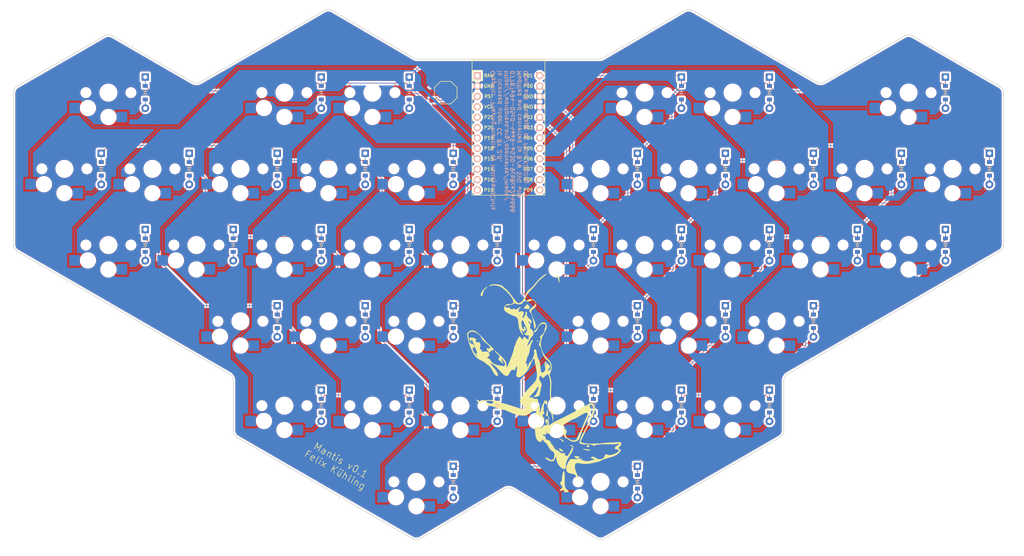
<source format=kicad_pcb>
(kicad_pcb (version 20211014) (generator pcbnew)
  (title_block (title "board") (rev "v1.0.0") (company "Unknown"))
  (layers (0 "F.Cu" signal) (31 "B.Cu" signal) (34 "B.Paste" user) (35 "F.Paste" user) (36 "B.SilkS" user "B.Silkscreen") (37 "F.SilkS" user "F.Silkscreen") (38 "B.Mask" user) (39 "F.Mask" user) (44 "Edge.Cuts" user))
  (net 0 "")
  (net 1 "pinky_thumb")
  (net 2 "P19")
  (net 3 "P3")
  (net 4 "pinky_r1")
  (net 5 "P2")
  (net 6 "pinky_r2")
  (net 7 "P0")
  (net 8 "pinky_r3")
  (net 9 "P1")
  (net 10 "ring_thumb")
  (net 11 "P18")
  (net 12 "ring_r1")
  (net 13 "ring_r2")
  (net 14 "ring_r3")
  (net 15 "middle_thumb")
  (net 16 "P15")
  (net 17 "middle_r1")
  (net 18 "middle_r2")
  (net 19 "middle_r3")
  (net 20 "index_thumb")
  (net 21 "P14")
  (net 22 "index_r1")
  (net 23 "index_r2")
  (net 24 "index_r3")
  (net 25 "inner_thumb")
  (net 26 "P16")
  (net 27 "inner_r1")
  (net 28 "inner_r2")
  (net 29 "inner_r3")
  (net 30 "mirror_pinky_thumb")
  (net 31 "P4")
  (net 32 "mirror_pinky_r1")
  (net 33 "mirror_pinky_r2")
  (net 34 "mirror_pinky_r3")
  (net 35 "mirror_ring_thumb")
  (net 36 "P5")
  (net 37 "mirror_ring_r1")
  (net 38 "mirror_ring_r2")
  (net 39 "mirror_ring_r3")
  (net 40 "mirror_middle_thumb")
  (net 41 "P6")
  (net 42 "mirror_middle_r1")
  (net 43 "mirror_middle_r2")
  (net 44 "mirror_middle_r3")
  (net 45 "mirror_index_thumb")
  (net 46 "P7")
  (net 47 "mirror_index_r1")
  (net 48 "mirror_index_r2")
  (net 49 "mirror_index_r3")
  (net 50 "mirror_inner_thumb")
  (net 51 "P8")
  (net 52 "mirror_inner_r1")
  (net 53 "mirror_inner_r2")
  (net 54 "mirror_inner_r3")
  (net 55 "RAW")
  (net 56 "GND")
  (net 57 "RST")
  (net 58 "VCC")
  (net 59 "P21")
  (net 60 "P20")
  (net 61 "P10")
  (net 62 "P9")
  (footprint "E73:SW_TACT_ALPS_SKQGABE010" (layer "F.Cu") (at 125.416667 37.24)
    (fp_text reference "B1" hide)
    (fp_text value "" hide)
  )
  (footprint "PG1350" (layer "F.Cu") (at 217 74.48 180)
    (fp_text reference "S26" hide)
    (fp_text value "" hide)
  )
  (footprint "PG1350" (layer "F.Cu") (at 86 74.48 180)
    (fp_text reference "S10" hide)
    (fp_text value "" hide)
  )
  (footprint "ComboDiode" (layer "F.Cu") (at 105.75 93.1 -90)
    (fp_text reference "D14" hide)
    (fp_text value "" hide)
  )
  (footprint "ComboDiode" (layer "F.Cu") (at 95 113.72 -90)
    (fp_text reference "D9" hide)
    (fp_text value "" hide)
  )
  (footprint "PG1350" (layer "F.Cu") (at 163.25 132.34 180)
    (fp_text reference "S37" hide)
    (fp_text value "" hide)
  )
  (footprint "ComboDiode" (layer "F.Cu") (at 138 113.72 -90)
    (fp_text reference "D18" hide)
    (fp_text value "" hide)
  )
  (footprint "PG1350" (layer "F.Cu") (at 75.25 93.1 180)
    (fp_text reference "S5" hide)
    (fp_text value "" hide)
  )
  (footprint "PG1350" (layer "F.Cu") (at 195.5 37.24 180)
    (fp_text reference "S28" hide)
    (fp_text value "" hide)
  )
  (footprint "ComboDiode" (layer "F.Cu") (at 183 74.48 -90)
    (fp_text reference "D35" hide)
    (fp_text value "" hide)
  )
  (footprint "PG1350" (layer "F.Cu") (at 53.75 55.86 180)
    (fp_text reference "S2" hide)
    (fp_text value "" hide)
  )
  (footprint "PG1350" (layer "F.Cu") (at 86 113.72 180)
    (fp_text reference "S9" hide)
    (fp_text value "" hide)
  )
  (footprint "ComboDiode" (layer "F.Cu") (at 95 74.48 -90)
    (fp_text reference "D10" hide)
    (fp_text value "" hide)
  )
  (footprint "ComboDiode" (layer "F.Cu") (at 204.5 74.48 -90)
    (fp_text reference "D30" hide)
    (fp_text value "" hide)
  )
  (footprint "ComboDiode" (layer "F.Cu") (at 127.25 93.1 -90)
    (fp_text reference "D19" hide)
    (fp_text value "" hide)
  )
  (footprint "ComboDiode" (layer "F.Cu") (at 258.25 55.86 -90)
    (fp_text reference "D23" hide)
    (fp_text value "" hide)
  )
  (footprint "PG1350" (layer "F.Cu") (at 184.75 93.1 180)
    (fp_text reference "S34" hide)
    (fp_text value "" hide)
  )
  (footprint "ComboDiode" (layer "F.Cu") (at 116.5 113.72 -90)
    (fp_text reference "D13" hide)
    (fp_text value "" hide)
  )
  (footprint "PG1350" (layer "F.Cu") (at 206.25 93.1 180)
    (fp_text reference "S25" hide)
    (fp_text value "" hide)
  )
  (footprint "PG1350" (layer "F.Cu") (at 75.25 55.86 180)
    (fp_text reference "S7" hide)
    (fp_text value "" hide)
  )
  (footprint "ComboDiode" (layer "F.Cu") (at 52 74.48 -90)
    (fp_text reference "D1" hide)
    (fp_text value "" hide)
  )
  (footprint "PG1350" (layer "F.Cu") (at 184.75 55.86 180)
    (fp_text reference "S31" hide)
    (fp_text value "" hide)
  )
  (footprint "ComboDiode" (layer "F.Cu") (at 105.75 55.86 -90)
    (fp_text reference "D11" hide)
    (fp_text value "" hide)
  )
  (footprint "PG1350" (layer "F.Cu") (at 43 74.48 180)
    (fp_text reference "S1" hide)
    (fp_text value "" hide)
  )
  (footprint "PG1350" (layer "F.Cu") (at 238.5 74.48 180)
    (fp_text reference "S21" hide)
    (fp_text value "" hide)
  )
  (footprint "ComboDiode" (layer "F.Cu") (at 116.5 37.24 -90)
    (fp_text reference "D12" hide)
    (fp_text value "" hide)
  )
  (footprint "PG1350" (layer "F.Cu") (at 107.5 74.48 180)
    (fp_text reference "S15" hide)
    (fp_text value "" hide)
  )
  (footprint "ComboDiode" (layer "F.Cu") (at 172.25 132.34 -90)
    (fp_text reference "D37" hide)
    (fp_text value "" hide)
  )
  (footprint "PG1350" (layer "F.Cu") (at 174 74.48 180)
    (fp_text reference "S35" hide)
    (fp_text value "" hide)
  )
  (footprint "ComboDiode" (layer "F.Cu") (at 193.75 55.86 -90)
    (fp_text reference "D31" hide)
    (fp_text value "" hide)
  )
  (footprint "PG1350" (layer "F.Cu") (at 118.25 132.34 180)
    (fp_text reference "S17" hide)
    (fp_text value "" hide)
  )
  (footprint "ComboDiode" (layer "F.Cu") (at 52 37.24 -90)
    (fp_text reference "D4" hide)
    (fp_text value "" hide)
  )
  (footprint "PG1350" (layer "F.Cu") (at 249.25 55.86 180)
    (fp_text reference "S23" hide)
    (fp_text value "" hide)
  )
  (footprint "ComboDiode" (layer "F.Cu") (at 41.25 55.86 -90)
    (fp_text reference "D3" hide)
    (fp_text value "" hide)
  )
  (footprint "ComboDiode" (layer "F.Cu") (at 172.25 93.1 -90)
    (fp_text reference "D39" hide)
    (fp_text value "" hide)
  )
  (footprint "ComboDiode" (layer "F.Cu") (at 84.25 55.86 -90)
    (fp_text reference "D7" hide)
    (fp_text value "" hide)
  )
  (footprint "ComboDiode" (layer "F.Cu") (at 161.5 113.72 -90)
    (fp_text reference "D38" hide)
    (fp_text value "" hide)
  )
  (footprint "ComboDiode" (layer "F.Cu") (at 62.75 55.86 -90)
    (fp_text reference "D2" hide)
    (fp_text value "" hide)
  )
  (footprint "ComboDiode" (layer "F.Cu") (at 183 37.24 -90)
    (fp_text reference "D32" hide)
    (fp_text value "" hide)
  )
  (footprint "PG1350" (layer "F.Cu") (at 118.25 93.1 180)
    (fp_text reference "S19" hide)
    (fp_text value "" hide)
  )
  (footprint "ComboDiode" (layer "F.Cu") (at 161.5 74.48 -90)
    (fp_text reference "D40" hide)
    (fp_text value "" hide)
  )
  (footprint "PG1350" (layer "F.Cu") (at 118.25 55.86 180)
    (fp_text reference "S16" hide)
    (fp_text value "" hide)
  )
  (footprint "PG1350" (layer "F.Cu") (at 86 37.24 180)
    (fp_text reference "S8" hide)
    (fp_text value "" hide)
  )
  (footprint "PG1350" (layer "F.Cu") (at 238.5 37.24 180)
    (fp_text reference "S24" hide)
    (fp_text value "" hide)
  )
  (footprint "PG1350" (layer "F.Cu") (at 206.25 55.86 180)
    (fp_text reference "S27" hide)
    (fp_text value "" hide)
  )
  (footprint "ComboDiode" (layer "F.Cu") (at 247.5 37.24 -90)
    (fp_text reference "D24" hide)
    (fp_text value "" hide)
  )
  (footprint "ComboDiode" (layer "F.Cu") (at 183 113.72 -90)
    (fp_text reference "D33" hide)
    (fp_text value "" hide)
  )
  (footprint "PG1350" (layer "F.Cu") (at 107.5 113.72 180)
    (fp_text reference "S13" hide)
    (fp_text value "" hide)
  )
  (footprint "ComboDiode" (layer "F.Cu") (at 127.25 55.86 -90)
    (fp_text reference "D16" hide)
    (fp_text value "" hide)
  )
  (footprint "ComboDiode" (layer "F.Cu") (at 84.25 93.1 -90)
    (fp_text reference "D5" hide)
    (fp_text value "" hide)
  )
  (footprint "PG1350" (layer "F.Cu") (at 163.25 55.86 180)
    (fp_text reference "S36" hide)
    (fp_text value "" hide)
  )
  (footprint "PG1350" (layer "F.Cu") (at 174 37.24 180)
    (fp_text reference "S32" hide)
    (fp_text value "" hide)
  )
  (footprint "ComboDiode" (layer "F.Cu") (at 127.25 132.34 -90)
    (fp_text reference "D17" hide)
    (fp_text value "" hide)
  )
  (footprint "ComboDiode" (layer "F.Cu") (at 215.25 55.86 -90)
    (fp_text reference "D27" hide)
    (fp_text value "" hide)
  )
  (footprint "PG1350" (layer "F.Cu") (at 129 74.48 180)
    (fp_text reference "S20" hide)
    (fp_text value "" hide)
  )
  (footprint "PG1350" (layer "F.Cu") (at 96.75 55.86 180)
    (fp_text reference "S11" hide)
    (fp_text value "" hide)
  )
  (footprint "PG1350" (layer "F.Cu") (at 195.5 113.72 180)
    (fp_text reference "S29" hide)
    (fp_text value "" hide)
  )
  (footprint "ComboDiode" (layer "F.Cu") (at 73.5 74.48 -90)
    (fp_text reference "D6" hide)
    (fp_text value "" hide)
  )
  (footprint "PG1350" (layer "F.Cu") (at 43 37.24 180)
    (fp_text reference "S4" hide)
    (fp_text value "" hide)
  )
  (footprint "PG1350" (layer "F.Cu") (at 64.5 74.48 180)
    (fp_text reference "S6" hide)
    (fp_text value "" hide)
  )
  (footprint "PG1350" (layer "F.Cu") (at 32.25 55.86 180)
    (fp_text reference "S3" hide)
    (fp_text value "" hide)
  )
  (footprint "ComboDiode" (layer "F.Cu") (at 204.5 113.72 -90)
    (fp_text reference "D29" hide)
    (fp_text value "" hide)
  )
  (footprint "PG1350" (layer "F.Cu") (at 195.5 74.48 180)
    (fp_text reference "S30" hide)
    (fp_text value "" hide)
  )
  (footprint "ComboDiode" (layer "F.Cu") (at 236.75 55.86 -90)
    (fp_text reference "D22" hide)
    (fp_text value "" hide)
  )
  (footprint "PG1350" (layer "F.Cu") (at 96.75 93.1 180)
    (fp_text reference "S14" hide)
    (fp_text value "" hide)
  )
  (footprint "ComboDiode" (layer "F.Cu") (at 226 74.48 -90)
    (fp_text reference "D26" hide)
    (fp_text value "" hide)
  )
  (footprint "ComboDiode" (layer "F.Cu") (at 172.25 55.86 -90)
    (fp_text reference "D36" hide)
    (fp_text value "" hide)
  )
  (footprint "ComboDiode" (layer "F.Cu") (at 215.25 93.1 -90)
    (fp_text reference "D25" hide)
    (fp_text value "" hide)
  )
  (footprint "ComboDiode" (layer "F.Cu") (at 247.5 74.48 -90)
    (fp_text reference "D21" hide)
    (fp_text value "" hide)
  )
  (footprint "ComboDiode" (layer "F.Cu") (at 193.75 93.1 -90)
    (fp_text reference "D34" hide)
    (fp_text value "" hide)
  )
  (footprint "PG1350" (layer "F.Cu") (at 107.5 37.24 180)
    (fp_text reference "S12" hide)
    (fp_text value "" hide)
  )
  (footprint "ComboDiode" (layer "F.Cu") (at 95 37.24 -90)
    (fp_text reference "D8" hide)
    (fp_text value "" hide)
  )
  (footprint "PG1350" (layer "F.Cu") (at 174 113.72 180)
    (fp_text reference "S33" hide)
    (fp_text value "" hide)
  )
  (footprint "PG1350" (layer "F.Cu") (at 152.5 113.72 180)
    (fp_text reference "S38" hide)
    (fp_text value "" hide)
  )
  (footprint "ComboDiode" (layer "F.Cu") (at 138 74.48 -90)
    (fp_text reference "D20" hide)
    (fp_text value "" hide)
  )
  (footprint "ProMicro" (layer "F.Cu") (at 140.75 47.05 -90)
    (fp_text reference "MCU1" hide)
    (fp_text value "" hide)
  )
  (footprint "PG1350" (layer "F.Cu") (at 129 113.72 180)
    (fp_text reference "S18" hide)
    (fp_text value "" hide)
  )
  (footprint "ComboDiode" (layer "F.Cu") (at 204.5 37.24 -90)
    (fp_text reference "D28" hide)
    (fp_text value "" hide)
  )
  (footprint "PG1350" (layer "F.Cu") (at 152.5 74.48 180)
    (fp_text reference "S40" hide)
    (fp_text value "" hide)
  )
  (footprint "ComboDiode" (layer "F.Cu") (at 116.5 74.48 -90)
    (fp_text reference "D15" hide)
    (fp_text value "" hide)
  )
  (footprint "PG1350" (layer "F.Cu") (at 227.75 55.86 180)
    (fp_text reference "S22" hide)
    (fp_text value "" hide)
  )
  (footprint "PG1350" (layer "F.Cu") (at 163.25 93.1 180)
    (fp_text reference "S39" hide)
    (fp_text value "" hide)
  )
  (gr_poly (pts (xy 148.936423 121.649277) (xy 148.952417 121.609474) (xy 148.964771 121.574461) (xy 148.973747 121.544015) (xy 148.979605 121.517916) (xy 148.982607 121.49594) (xy 148.983012 121.477865) (xy 148.981081 121.463469) (xy 148.977076 121.45253) (xy 148.971256 121.444826) (xy 148.963883 121.440135) (xy 148.955218 121.438233) (xy 148.945521 121.438899) (xy 148.935053 121.441912) (xy 148.924074 121.447047) (xy 148.912846 121.454084) (xy 148.901628 121.462801) (xy 148.890683 121.472974) (xy 148.88027 121.484381) (xy 148.870651 121.496801) (xy 148.862085 121.510011) (xy 148.854834 121.523789) (xy 148.849159 121.537913) (xy 148.84532 121.552161) (xy 148.843578 121.566309) (xy 148.844194 121.580137) (xy 148.847428 121.593421) (xy 148.853541 121.605941) (xy 148.862795 121.617472) (xy 148.875449 121.627794) (xy 148.891764 121.636683) (xy 148.912001 121.643919) (xy 148.936422 121.649277) (xy 148.936423 121.649277)) (layer "F.SilkS") (width 0.021166) (fill solid))
  (gr_poly (pts (xy 150.59042 117.145521) (xy 150.574151 117.040693) (xy 150.556673 116.942762) (xy 150.538055 116.851535) (xy 150.518365 116.766819) (xy 150.497673 116.68842) (xy 150.476049 116.616144) (xy 150.453561 116.549798) (xy 150.430278 116.489188) (xy 150.406271 116.434121) (xy 150.381607 116.384403) (xy 150.356357 116.339841) (xy 150.330589 116.30024) (xy 150.304373 116.265409) (xy 150.277778 116.235152) (xy 150.250873 116.209277) (xy 150.223728 116.187589) (xy 150.19641 116.169896) (xy 150.168991 116.156004) (xy 150.141539 116.145719) (xy 150.114123 116.138848) (xy 150.086812 116.135197) (xy 150.059676 116.134572) (xy 150.032784 116.136781) (xy 150.006205 116.141629) (xy 149.954263 116.158469) (xy 149.904403 116.183545) (xy 149.85718 116.215308) (xy 149.813147 116.25221) (xy 149.881646 116.062664) (xy 149.941455 115.862334) (xy 149.993469 115.658008) (xy 150.038583 115.456478) (xy 150.167911 114.814111) (xy 150.191933 114.728408) (xy 150.214417 114.686241) (xy 150.225363 114.683604) (xy 150.23626 114.694399) (xy 150.258354 114.759672) (xy 150.281595 114.888851) (xy 150.306875 115.088726) (xy 150.367133 115.727723) (xy 150.354216 115.756179) (xy 150.346834 115.790502) (xy 150.344562 115.830208) (xy 150.346976 115.874813) (xy 150.364158 115.976779) (xy 150.394978 116.092525) (xy 150.436034 116.218174) (xy 150.483926 116.349852) (xy 150.586609 116.61579) (xy 150.675812 116.859332) (xy 150.706855 116.963015) (xy 150.724324 117.049472) (xy 150.726904 117.085029) (xy 150.724816 117.114827) (xy 150.717633 117.13838) (xy 150.70493 117.155204) (xy 150.686283 117.164815) (xy 150.661265 117.166729) (xy 150.629453 117.16046) (xy 150.59042 117.145524) (xy 150.59042 117.145521)) (layer "F.SilkS") (width 0.021166) (fill solid))
  (gr_poly (pts (xy 157.007087 116.502912) (xy 157.137199 116.478223) (xy 157.255903 116.449255) (xy 157.363529 116.416351) (xy 157.460403 116.379856) (xy 157.546856 116.340114) (xy 157.623215 116.297467) (xy 157.68981 116.25226) (xy 157.746968 116.204837) (xy 157.795019 116.15554) (xy 157.834292 116.104714) (xy 157.865114 116.052703) (xy 157.887814 115.99985) (xy 157.902722 115.946499) (xy 157.910165 115.892993) (xy 157.910473 115.839677) (xy 157.903974 115.786894) (xy 157.890996 115.734987) (xy 157.871868 115.684301) (xy 157.846919 115.635179) (xy 157.816478 115.587965) (xy 157.780873 115.543003) (xy 157.740433 115.500636) (xy 157.695486 115.461207) (xy 157.646361 115.425062) (xy 157.593387 115.392543) (xy 157.536892 115.363994) (xy 157.477204 115.339759) (xy 157.414654 115.320181) (xy 157.349568 115.305604) (xy 157.282277 115.296373) (xy 157.213108 115.29283) (xy 157.142389 115.295319) (xy 157.080305 115.339878) (xy 157.021574 115.385919) (xy 156.966265 115.433195) (xy 156.914445 115.481462) (xy 156.866184 115.530476) (xy 156.821549 115.579991) (xy 156.78061 115.629763) (xy 156.743435 115.679545) (xy 156.710092 115.729094) (xy 156.680651 115.778164) (xy 156.655178 115.826511) (xy 156.633744 115.873889) (xy 156.616416 115.920053) (xy 156.603262 115.964759) (xy 156.594353 116.007761) (xy 156.589755 116.048814) (xy 156.589538 116.087674) (xy 156.593769 116.124096) (xy 156.602518 116.157834) (xy 156.615853 116.188643) (xy 156.633842 116.216279) (xy 156.656555 116.240496) (xy 156.684058 116.26105) (xy 156.716422 116.277695) (xy 156.753714 116.290187) (xy 156.796003 116.298281) (xy 156.843358 116.301731) (xy 156.895846 116.300293) (xy 156.953537 116.293722) (xy 157.016498 116.281772) (xy 157.0848 116.264198) (xy 157.158509 116.240757) (xy 157.158975 116.262021) (xy 157.15471 116.283216) (xy 157.146154 116.304264) (xy 157.133746 116.325087) (xy 157.117927 116.345608) (xy 157.099134 116.365751) (xy 157.077809 116.385436) (xy 157.05439 116.404588) (xy 157.00303 116.440981) (xy 156.948571 116.47431) (xy 156.894528 116.503956) (xy 156.844418 116.5293) (xy 156.770063 116.564606) (xy 156.75285 116.573331) (xy 156.750773 116.57519) (xy 156.753635 116.575278) (xy 156.823265 116.556364) (xy 157.007084 116.502912) (xy 157.007087 116.502912)) (layer "F.SilkS") (width 0.021166) (fill solid))
  (gr_poly (pts (xy 147.791608 98.016778) (xy 147.772931 97.964022) (xy 147.761094 97.919482) (xy 147.755532 97.882675) (xy 147.755682 97.853121) (xy 147.760982 97.830339) (xy 147.770867 97.813847) (xy 147.784774 97.803164) (xy 147.80214 97.79781) (xy 147.822401 97.797302) (xy 147.844994 97.80116) (xy 147.869355 97.808903) (xy 147.894921 97.820049) (xy 147.921129 97.834118) (xy 147.947414 97.850628) (xy 147.997966 97.889048) (xy 148.04207 97.931459) (xy 148.060295 97.952959) (xy 148.075217 97.974013) (xy 148.086273 97.994141) (xy 148.0929 98.01286) (xy 148.094534 98.029691) (xy 148.090612 98.044152) (xy 148.080571 98.055762) (xy 148.063846 98.064039) (xy 148.039875 98.068502) (xy 148.008093 98.068672) (xy 147.967939 98.064065) (xy 147.918847 98.054201) (xy 147.860256 98.0386) (xy 147.791601 98.016779) (xy 147.791608 98.016778)) (layer "F.SilkS") (width 0.021166) (fill solid))
  (gr_poly (pts (xy 140.884199 90.797001) (xy 140.860952 90.724784) (xy 140.834289 90.660129) (xy 140.804702 90.602744) (xy 140.772682 90.552339) (xy 140.738722 90.508625) (xy 140.703311 90.471312) (xy 140.666943 90.440108) (xy 140.630108 90.414724) (xy 140.593298 90.39487) (xy 140.557005 90.380255) (xy 140.521721 90.370589) (xy 140.487936 90.365583) (xy 140.456142 90.364946) (xy 140.426831 90.368387) (xy 140.400495 90.375617) (xy 140.377625 90.386346) (xy 140.358713 90.400282) (xy 140.344249 90.417137) (xy 140.334727 90.43662) (xy 140.330636 90.45844) (xy 140.33247 90.482308) (xy 140.340719 90.507933) (xy 140.355874 90.535025) (xy 140.378429 90.563295) (xy 140.408873 90.592451) (xy 140.447699 90.622204) (xy 140.495398 90.652263) (xy 140.552462 90.682339) (xy 140.619383 90.71214) (xy 140.696651 90.741378) (xy 140.784758 90.769761) (xy 140.884197 90.797) (xy 140.884199 90.797001)) (layer "F.SilkS") (width 0.021166) (fill solid))
  (gr_poly (pts (xy 145.920041 113.000349) (xy 145.88179 112.857697) (xy 145.851005 112.729426) (xy 145.803084 112.515532) (xy 145.781573 112.429663) (xy 145.758776 112.357683) (xy 145.746213 112.326863) (xy 145.732508 112.299468) (xy 145.717388 112.275484) (xy 145.700579 112.254896) (xy 145.681808 112.237687) (xy 145.660802 112.223843) (xy 145.637287 112.213348) (xy 145.610989 112.206187) (xy 145.581635 112.202344) (xy 145.548952 112.201805) (xy 145.512665 112.204553) (xy 145.472503 112.210573) (xy 145.42819 112.219851) (xy 145.379454 112.23237) (xy 145.267618 112.267072) (xy 145.134807 112.314555) (xy 144.978832 112.374699) (xy 144.934391 112.350405) (xy 144.923888 112.347939) (xy 144.920595 112.35133) (xy 144.924059 112.360127) (xy 144.933828 112.373882) (xy 144.970473 112.414468) (xy 145.026914 112.469494) (xy 145.099535 112.535369) (xy 145.18472 112.608499) (xy 145.278851 112.685292) (xy 145.378313 112.762155) (xy 145.47949 112.835494) (xy 145.578765 112.901718) (xy 145.672522 112.957232) (xy 145.716201 112.979851) (xy 145.757144 112.998446) (xy 145.7949 113.012567) (xy 145.829016 113.021765) (xy 145.85904 113.025591) (xy 145.88452 113.023597) (xy 145.905005 113.015332) (xy 145.920041 113.000349)) (layer "F.SilkS") (width 0.021166) (fill solid))
  (gr_poly (pts (xy 145.480558 90.120676) (xy 145.099674 90.062186) (xy 144.946239 90.038098) (xy 144.816956 90.01541) (xy 144.711437 89.992594) (xy 144.629295 89.968122) (xy 144.596869 89.954787) (xy 144.570141 89.940465) (xy 144.549063 89.924965) (xy 144.533586 89.908097) (xy 144.523662 89.889668) (xy 144.519243 89.869488) (xy 144.520279 89.847366) (xy 144.526722 89.823111) (xy 144.538524 89.796531) (xy 144.555636 89.767437) (xy 144.605596 89.700939) (xy 144.676214 89.622088) (xy 144.767102 89.529357) (xy 145.008133 89.29614) (xy 145.023156 89.210426) (xy 145.045282 89.139758) (xy 145.073802 89.08335) (xy 145.108002 89.040416) (xy 145.147169 89.010171) (xy 145.190593 88.99183) (xy 145.237561 88.984608) (xy 145.287361 88.987719) (xy 145.33928 89.000379) (xy 145.392606 89.021801) (xy 145.446628 89.051201) (xy 145.500633 89.087793) (xy 145.55391 89.130792) (xy 145.605745 89.179413) (xy 145.655426 89.23287) (xy 145.702243 89.290378) (xy 145.745481 89.351152) (xy 145.78443 89.414407) (xy 145.818377 89.479357) (xy 145.846611 89.545217) (xy 145.868418 89.611202) (xy 145.883086 89.676526) (xy 145.889904 89.740405) (xy 145.88816 89.802052) (xy 145.877141 89.860683) (xy 145.856135 89.915512) (xy 145.82443 89.965755) (xy 145.781313 90.010625) (xy 145.726074 90.049338) (xy 145.657999 90.081108) (xy 145.576376 90.105149) (xy 145.480494 90.120678) (xy 145.480558 90.120676)) (layer "F.SilkS") (width 0.021166) (fill solid))
  (gr_poly (pts (xy 138.923283 114.166215) (xy 138.906391 114.110513) (xy 138.889129 114.060259) (xy 138.871699 114.015101) (xy 138.854305 113.974688) (xy 138.837148 113.938667) (xy 138.820432 113.906687) (xy 138.789131 113.85344) (xy 138.740728 113.779948) (xy 138.726868 113.754072) (xy 138.723232 113.74262) (xy 138.722063 113.731689) (xy 138.723564 113.720928) (xy 138.727935 113.709984) (xy 138.735382 113.698506) (xy 138.746105 113.686141) (xy 138.760308 113.672538) (xy 138.778193 113.657345) (xy 138.82582 113.620781) (xy 138.974175 113.513086) (xy 139.078144 113.436325) (xy 139.204137 113.340534) (xy 139.037868 113.235508) (xy 138.881736 113.14971) (xy 138.735742 113.082059) (xy 138.59989 113.031479) (xy 138.474181 112.996889) (xy 138.358618 112.977212) (xy 138.253204 112.971368) (xy 138.157941 112.97828) (xy 138.072832 112.996868) (xy 137.997878 113.026054) (xy 137.933083 113.064759) (xy 137.878448 113.111905) (xy 137.833977 113.166412) (xy 137.799671 113.227203) (xy 137.775534 113.293198) (xy 137.761567 113.36332) (xy 137.757773 113.436488) (xy 137.764154 113.511626) (xy 137.780714 113.587653) (xy 137.807453 113.663492) (xy 137.844376 113.738063) (xy 137.891483 113.810289) (xy 137.948779 113.879089) (xy 138.016264 113.943387) (xy 138.093942 114.002103) (xy 138.181815 114.054158) (xy 138.279885 114.098474) (xy 138.388155 114.133973) (xy 138.506628 114.159574) (xy 138.635305 114.174201) (xy 138.774189 114.176774) (xy 138.923283 114.166215)) (layer "F.SilkS") (width 0.021166) (fill solid))
  (gr_poly (pts (xy 144.00477 100.872036) (xy 144.07841 100.786077) (xy 144.141982 100.698971) (xy 144.195989 100.611345) (xy 144.240935 100.523827) (xy 144.277325 100.437046) (xy 144.305661 100.351628) (xy 144.326447 100.268202) (xy 144.340186 100.187396) (xy 144.347383 100.109838) (xy 144.348541 100.036156) (xy 144.344164 99.966977) (xy 144.334754 99.90293) (xy 144.320817 99.844642) (xy 144.302855 99.792742) (xy 144.281372 99.747857) (xy 144.256872 99.710616) (xy 144.229858 99.681645) (xy 144.200834 99.661574) (xy 144.170303 99.65103) (xy 144.13877 99.650641) (xy 144.106737 99.661035) (xy 144.074709 99.68284) (xy 144.043189 99.716684) (xy 144.01268 99.763194) (xy 143.983687 99.822999) (xy 143.956712 99.896727) (xy 143.93226 99.985005) (xy 143.910834 100.088462) (xy 143.892938 100.207725) (xy 143.879075 100.343422) (xy 143.869749 100.496182) (xy 143.865464 100.666631) (xy 143.858758 100.672443) (xy 143.853097 100.679444) (xy 143.848447 100.687517) (xy 143.844775 100.696549) (xy 143.842047 100.706424) (xy 143.840232 100.717028) (xy 143.839296 100.728246) (xy 143.839205 100.739962) (xy 143.839927 100.752062) (xy 143.841429 100.764431) (xy 143.843678 100.776954) (xy 143.846639 100.789516) (xy 143.850281 100.802003) (xy 143.854571 100.814298) (xy 143.859475 100.826289) (xy 143.86496 100.837859) (xy 143.870993 100.848893) (xy 143.877541 100.859277) (xy 143.884571 100.868896) (xy 143.89205 100.877635) (xy 143.899944 100.885379) (xy 143.908222 100.892014) (xy 143.916849 100.897423) (xy 143.925793 100.901493) (xy 143.93502 100.904108) (xy 143.944497 100.905154) (xy 143.954192 100.904515) (xy 143.964072 100.902078) (xy 143.974102 100.897726) (xy 143.984251 100.891345) (xy 143.994485 100.88282) (xy 144.00477 100.872036)) (layer "F.SilkS") (width 0.021166) (fill solid))
  (gr_poly (pts (xy 154.298465 134.87432) (xy 154.334268 134.766052) (xy 154.355225 134.673498) (xy 154.362429 134.595629) (xy 154.35697 134.531418) (xy 154.339939 134.479836) (xy 154.312427 134.439856) (xy 154.275525 134.41045) (xy 154.230324 134.390591) (xy 154.177915 134.379249) (xy 154.119389 134.375398) (xy 154.055837 134.378009) (xy 153.988351 134.386055) (xy 153.845936 134.414338) (xy 153.700873 134.452026) (xy 153.437715 134.522719) (xy 153.337076 134.539279) (xy 153.298309 134.539264) (xy 153.2687 134.53235) (xy 153.249338 134.517508) (xy 153.241315 134.49371) (xy 153.245722 134.459928) (xy 153.26365 134.415135) (xy 153.29619 134.358303) (xy 153.344432 134.288403) (xy 153.492389 134.105289) (xy 153.609197 134.038662) (xy 153.705373 133.974148) (xy 153.782302 133.911544) (xy 153.841368 133.850647) (xy 153.883954 133.791252) (xy 153.911442 133.733156) (xy 153.925218 133.676155) (xy 153.926664 133.620046) (xy 153.917164 133.564625) (xy 153.898101 133.509687) (xy 153.870858 133.45503) (xy 153.83682 133.400449) (xy 153.753891 133.290702) (xy 153.66038 133.178817) (xy 153.567356 133.063163) (xy 153.485887 132.942111) (xy 153.452944 132.879052) (xy 153.427041 132.814031) (xy 153.409559 132.746846) (xy 153.401884 132.677293) (xy 153.405399 132.605168) (xy 153.421487 132.530268) (xy 153.451531 132.452388) (xy 153.496915 132.371325) (xy 153.559023 132.286875) (xy 153.639237 132.198835) (xy 153.738943 132.107) (xy 153.859522 132.011167) (xy 153.837394 131.935313) (xy 153.821349 131.847995) (xy 153.806117 131.644261) (xy 153.811052 131.41056) (xy 153.833379 131.15749) (xy 153.870323 130.895645) (xy 153.919109 130.635621) (xy 153.976963 130.388015) (xy 154.041111 130.163422) (xy 154.108778 129.972438) (xy 154.177189 129.825659) (xy 154.210806 129.772158) (xy 154.243569 129.733681) (xy 154.27513 129.711554) (xy 154.305144 129.7071) (xy 154.333263 129.721645) (xy 154.359139 129.756512) (xy 154.382428 129.813026) (xy 154.40278 129.892512) (xy 154.433292 130.125696) (xy 154.447901 130.46666) (xy 154.480654 130.733224) (xy 154.496175 131.009578) (xy 154.498875 131.293198) (xy 154.493163 131.581562) (xy 154.474142 132.162421) (xy 154.469653 132.449869) (xy 154.474392 132.731964) (xy 154.492768 133.006183) (xy 154.529192 133.27) (xy 154.555549 133.39722) (xy 154.588072 133.520894) (xy 154.627312 133.640705) (xy 154.67382 133.756339) (xy 154.728147 133.867479) (xy 154.790844 133.973811) (xy 154.862463 134.075019) (xy 154.943555 134.170787) (xy 155.034671 134.260801) (xy 155.136362 134.344744) (xy 155.24918 134.4223) (xy 155.373676 134.493156) (xy 155.400309 134.541147) (xy 155.418503 134.584916) (xy 155.428714 134.624653) (xy 155.431397 134.660546) (xy 155.427006 134.692785) (xy 155.415999 134.721559) (xy 155.398829 134.747059) (xy 155.375952 134.769473) (xy 155.347824 134.788991) (xy 155.314898 134.805802) (xy 155.277632 134.820096) (xy 155.23648 134.832062) (xy 155.191896 134.84189) (xy 155.144338 134.84977) (xy 155.042115 134.860439) (xy 154.933454 134.865587) (xy 154.821995 134.866728) (xy 154.605257 134.863055) (xy 154.421036 134.861544) (xy 154.350224 134.865388) (xy 154.298469 134.87432) (xy 154.298465 134.87432)) (layer "F.SilkS") (width 0.021166) (fill solid))
  (gr_poly (pts (xy 159.983072 123.824784) (xy 159.929947 123.734208) (xy 159.892354 123.655338) (xy 159.869082 123.58759) (xy 159.858921 123.530376) (xy 159.86066 123.48311) (xy 159.873089 123.445207) (xy 159.894998 123.416078) (xy 159.925176 123.395139) (xy 159.962413 123.381802) (xy 160.005498 123.375482) (xy 160.053221 123.375592) (xy 160.104372 123.381546) (xy 160.212113 123.408638) (xy 160.319039 123.452069) (xy 160.415466 123.507147) (xy 160.456716 123.537588) (xy 160.49171 123.569182) (xy 160.519238 123.601343) (xy 160.538089 123.633483) (xy 160.547053 123.665017) (xy 160.544918 123.695358) (xy 160.530476 123.723921) (xy 160.502515 123.750118) (xy 160.459825 123.773363) (xy 160.401195 123.79307) (xy 160.325415 123.808653) (xy 160.231275 123.819524) (xy 160.117564 123.825099) (xy 159.983072 123.82479) (xy 159.983072 123.824784)) (layer "F.SilkS") (width 0.021166) (fill solid))
  (gr_poly (pts (xy 143.401122 106.071394) (xy 143.435023 106.023658) (xy 143.469968 105.985555) (xy 143.505839 105.956268) (xy 143.542518 105.93498) (xy 143.579888 105.920875) (xy 143.617832 105.913137) (xy 143.656231 105.910949) (xy 143.69497 105.913495) (xy 143.733929 105.919959) (xy 143.772992 105.929525) (xy 143.850959 105.954694) (xy 143.92793 105.982472) (xy 144.002967 106.006329) (xy 144.039465 106.014746) (xy 144.075128 106.019734) (xy 144.109837 106.020476) (xy 144.143475 106.016156) (xy 144.175924 106.005957) (xy 144.207066 105.989064) (xy 144.236786 105.964659) (xy 144.264964 105.931927) (xy 144.291483 105.890051) (xy 144.316227 105.838216) (xy 144.339077 105.775603) (xy 144.359916 105.701398) (xy 144.378626 105.614783) (xy 144.395091 105.514943) (xy 144.409192 105.401061) (xy 144.420812 105.272321) (xy 144.452327 105.218266) (xy 144.476579 105.167294) (xy 144.494001 105.119306) (xy 144.505026 105.074202) (xy 144.510086 105.031883) (xy 144.509616 104.992249) (xy 144.504047 104.9552) (xy 144.493814 104.920637) (xy 144.47935 104.88846) (xy 144.461086 104.858569) (xy 144.439457 104.830865) (xy 144.414896 104.805249) (xy 144.387836 104.78162) (xy 144.358709 104.759878) (xy 144.327949 104.739925) (xy 144.29599 104.721661) (xy 144.230203 104.689798) (xy 144.164813 104.663495) (xy 144.049085 104.624374) (xy 144.005676 104.609963) (xy 143.976523 104.597922) (xy 143.968376 104.59254) (xy 143.965092 104.587453) (xy 143.967104 104.582559) (xy 143.974846 104.57776) (xy 143.926758 104.583653) (xy 143.879385 104.599464) (xy 143.832852 104.624465) (xy 143.78728 104.657926) (xy 143.742793 104.699118) (xy 143.699514 104.747314) (xy 143.657566 104.801784) (xy 143.617072 104.8618) (xy 143.540937 104.995554) (xy 143.472093 105.142748) (xy 143.411523 105.297551) (xy 143.360213 105.454135) (xy 143.319146 105.60667) (xy 143.289306 105.749328) (xy 143.271676 105.876278) (xy 143.26724 105.981691) (xy 143.270278 106.0245) (xy 143.276983 106.059739) (xy 143.287479 106.086679) (xy 143.301889 106.104591) (xy 143.320335 106.112748) (xy 143.34294 106.110419) (xy 143.369828 106.096877) (xy 143.401122 106.071394)) (layer "F.SilkS") (width 0.021166) (fill solid))
  (gr_poly (pts (xy 154.071683 122.553599) (xy 153.941457 122.425533) (xy 153.80038 122.294406) (xy 153.507529 122.036491) (xy 153.031986 121.632629) (xy 152.967916 121.574704) (xy 152.936696 121.540754) (xy 152.935113 121.533825) (xy 152.943791 121.534158) (xy 152.994662 121.558295) (xy 153.249585 121.712288) (xy 153.745165 122.029768) (xy 153.768017 122.010725) (xy 153.792087 121.999202) (xy 153.817173 121.994673) (xy 153.84307 121.996615) (xy 153.869576 122.004506) (xy 153.896487 122.017822) (xy 153.923599 122.036039) (xy 153.950709 122.058634) (xy 153.977613 122.085084) (xy 154.004108 122.114865) (xy 154.055058 122.182328) (xy 154.101929 122.256836) (xy 154.143095 122.334203) (xy 154.176927 122.41024) (xy 154.201799 122.480762) (xy 154.216081 122.541582) (xy 154.218742 122.567045) (xy 154.218146 122.588512) (xy 154.214089 122.60546) (xy 154.206367 122.617365) (xy 154.194777 122.623705) (xy 154.179115 122.623956) (xy 154.159178 122.617594) (xy 154.134763 122.604096) (xy 154.105666 122.582939) (xy 154.071683 122.553599)) (layer "F.SilkS") (width 0.021166) (fill solid))
  (gr_poly (pts (xy 154.263132 128.683079) (xy 154.379335 128.57233) (xy 154.479059 128.457619) (xy 154.562932 128.33958) (xy 154.631584 128.21885) (xy 154.685643 128.096064) (xy 154.725739 127.971858) (xy 154.7525 127.846867) (xy 154.766555 127.721727) (xy 154.768534 127.597074) (xy 154.759066 127.473544) (xy 154.738778 127.351772) (xy 154.708301 127.232394) (xy 154.668264 127.116045) (xy 154.619294 127.003361) (xy 154.562022 126.894978) (xy 154.497076 126.791532) (xy 154.425086 126.693658) (xy 154.346679 126.601992) (xy 154.262486 126.517169) (xy 154.173135 126.439826) (xy 154.079255 126.370597) (xy 153.981475 126.310119) (xy 153.880424 126.259028) (xy 153.776731 126.217958) (xy 153.671025 126.187546) (xy 153.563936 126.168427) (xy 153.456091 126.161237) (xy 153.34812 126.166611) (xy 153.240652 126.185186) (xy 153.134316 126.217597) (xy 153.029741 126.264479) (xy 152.927556 126.326469) (xy 152.884729 126.414181) (xy 152.851102 126.505404) (xy 152.826301 126.599696) (xy 152.80995 126.696614) (xy 152.801676 126.795716) (xy 152.801104 126.896562) (xy 152.80786 126.998709) (xy 152.821569 127.101716) (xy 152.841857 127.20514) (xy 152.86835 127.308541) (xy 152.900673 127.411475) (xy 152.938451 127.513502) (xy 152.981311 127.614179) (xy 153.028878 127.713065) (xy 153.136635 127.903696) (xy 153.258726 128.081861) (xy 153.392157 128.244026) (xy 153.533932 128.386655) (xy 153.607012 128.44954) (xy 153.681055 128.506215) (xy 153.755687 128.55624) (xy 153.830532 128.599172) (xy 153.905217 128.63457) (xy 153.979368 128.661991) (xy 154.052609 128.680995) (xy 154.124566 128.691138) (xy 154.194865 128.69198) (xy 154.263132 128.683079)) (layer "F.SilkS") (width 0.021166) (fill solid))
  (gr_poly (pts (xy 159.760636 115.118473) (xy 159.774652 115.069488) (xy 159.781262 115.024469) (xy 159.781082 114.983352) (xy 159.774729 114.946076) (xy 159.762819 114.912579) (xy 159.745968 114.882798) (xy 159.724794 114.85667) (xy 159.699912 114.834135) (xy 159.671938 114.815128) (xy 159.64149 114.799589) (xy 159.609184 114.787454) (xy 159.575636 114.778662) (xy 159.541463 114.77315) (xy 159.507281 114.770856) (xy 159.473706 114.771717) (xy 159.441356 114.775672) (xy 159.410846 114.782658) (xy 159.382792 114.792613) (xy 159.357813 114.805474) (xy 159.336523 114.821179) (xy 159.319539 114.839666) (xy 159.307478 114.860873) (xy 159.300956 114.884737) (xy 159.30059 114.911196) (xy 159.306996 114.940188) (xy 159.320791 114.971651) (xy 159.34259 115.005521) (xy 159.373011 115.041738) (xy 159.41267 115.080238) (xy 159.462183 115.120959) (xy 159.522167 115.16384) (xy 159.593238 115.208817) (xy 159.760639 115.118473) (xy 159.760636 115.118473)) (layer "F.SilkS") (width 0.021166) (fill solid))
  (gr_poly (pts (xy 144.000483 103.970983) (xy 144.029615 103.753546) (xy 144.070105 103.526545) (xy 144.12029 103.291672) (xy 144.178509 103.050617) (xy 144.312394 102.556727) (xy 144.458457 102.058407) (xy 144.603398 101.569187) (xy 144.733913 101.102596) (xy 144.789605 100.882015) (xy 144.836702 100.672166) (xy 144.873542 100.474739) (xy 144.898462 100.291425) (xy 144.842592 100.336869) (xy 144.790365 100.392232) (xy 144.741556 100.456972) (xy 144.695937 100.530547) (xy 144.653281 100.612416) (xy 144.613361 100.702037) (xy 144.540821 100.902369) (xy 144.476502 101.127212) (xy 144.418587 101.372233) (xy 144.314703 101.905478) (xy 144.21464 102.467445) (xy 144.161501 102.748368) (xy 144.103868 103.023473) (xy 144.039925 103.288429) (xy 143.967857 103.538903) (xy 143.885846 103.770563) (xy 143.840545 103.877983) (xy 143.792077 103.979075) (xy 143.741692 104.101325) (xy 144.000477 103.970983) (xy 144.000483 103.970983)) (layer "F.SilkS") (width 0.021166) (fill solid))
  (gr_poly (pts (xy 134.032077 86.993508) (xy 133.992386 86.867417) (xy 133.97454 86.737091) (xy 133.976769 86.60346) (xy 133.997298 86.467452) (xy 134.034357 86.329996) (xy 134.086174 86.192019) (xy 134.150976 86.054452) (xy 134.226991 85.918221) (xy 134.312448 85.784257) (xy 134.405574 85.653487) (xy 134.607747 85.405245) (xy 134.819333 85.180924) (xy 135.026155 84.987953) (xy 135.214039 84.83376) (xy 135.368808 84.725775) (xy 135.476285 84.671425) (xy 135.50786 84.666685) (xy 135.522295 84.678139) (xy 135.51782 84.706717) (xy 135.492661 84.753347) (xy 135.373208 84.904477) (xy 135.149758 85.138957) (xy 134.808136 85.464217) (xy 134.775643 85.503434) (xy 134.745971 85.546293) (xy 134.718892 85.592484) (xy 134.694176 85.641699) (xy 134.650919 85.747965) (xy 134.614369 85.86262) (xy 134.582692 85.983193) (xy 134.554059 86.107214) (xy 134.498592 86.355716) (xy 134.468096 86.475257) (xy 134.433315 86.588362) (xy 134.392418 86.692562) (xy 134.369104 86.74055) (xy 134.343573 86.785386) (xy 134.315598 86.826759) (xy 134.284948 86.864363) (xy 134.251396 86.897887) (xy 134.214712 86.927023) (xy 134.174667 86.951462) (xy 134.131032 86.970895) (xy 134.083578 86.985013) (xy 134.032076 86.993508) (xy 134.032077 86.993508)) (layer "F.SilkS") (width 0.021166) (fill solid))
  (gr_poly (pts (xy 152.951294 83.677374) (xy 152.99312 83.599141) (xy 153.020646 83.513229) (xy 153.035015 83.420562) (xy 153.037372 83.322062) (xy 153.028863 83.218652) (xy 153.010631 83.111255) (xy 152.983821 83.000793) (xy 152.949576 82.888189) (xy 152.863365 82.660248) (xy 152.761152 82.434813) (xy 152.545344 82.020991) (xy 152.375397 81.705779) (xy 152.330511 81.603607) (xy 152.322095 81.569609) (xy 152.324557 81.548234) (xy 152.339041 81.540404) (xy 152.366691 81.547042) (xy 152.466069 81.607414) (xy 152.631846 81.73673) (xy 152.873179 81.942374) (xy 152.913444 82.024761) (xy 152.957041 82.122423) (xy 153.002244 82.232832) (xy 153.047328 82.353458) (xy 153.090569 82.481773) (xy 153.130242 82.615248) (xy 153.164623 82.751353) (xy 153.191986 82.887559) (xy 153.210606 83.021338) (xy 153.21876 83.15016) (xy 153.218373 83.211921) (xy 153.214723 83.271496) (xy 153.207593 83.328566) (xy 153.196769 83.382817) (xy 153.182034 83.433932) (xy 153.163174 83.481595) (xy 153.139972 83.525489) (xy 153.112213 83.5653) (xy 153.079681 83.600709) (xy 153.042161 83.631402) (xy 152.999438 83.657063) (xy 152.951294 83.677374)) (layer "F.SilkS") (width 0.021166) (fill solid))
  (gr_poly (pts (xy 152.505236 118.515693) (xy 152.699505 118.343502) (xy 152.784548 118.264981) (xy 152.859745 118.192917) (xy 152.923756 118.128361) (xy 152.975241 118.072367) (xy 153.01286 118.02599) (xy 153.026051 118.006736) (xy 153.035274 117.990282) (xy 153.04036 117.976758) (xy 153.041143 117.966297) (xy 153.037454 117.95903) (xy 153.029127 117.955089) (xy 153.015994 117.954606) (xy 152.997887 117.957712) (xy 152.97464 117.964539) (xy 152.946083 117.975219) (xy 152.872376 118.008663) (xy 152.775425 118.059099) (xy 152.653891 118.12758) (xy 152.506435 118.215159) (xy 152.516148 118.24345) (xy 152.521232 118.269901) (xy 152.522087 118.294573) (xy 152.519113 118.317529) (xy 152.51271 118.338831) (xy 152.503279 118.358541) (xy 152.491219 118.376722) (xy 152.476929 118.393434) (xy 152.460811 118.408741) (xy 152.443264 118.422705) (xy 152.405483 118.446849) (xy 152.366785 118.466365) (xy 152.330371 118.481749) (xy 152.277192 118.502109) (xy 152.266827 118.508078) (xy 152.2671 118.510227) (xy 152.271544 118.511903) (xy 152.294544 118.51408) (xy 152.339026 118.515106) (xy 152.505236 118.515693)) (layer "F.SilkS") (width 0.021166) (fill solid))
  (gr_poly (pts (xy 146.14088 110.758601) (xy 146.260828 110.668816) (xy 146.382499 110.572842) (xy 146.502763 110.472964) (xy 146.618492 110.371472) (xy 146.726557 110.270653) (xy 146.823828 110.172796) (xy 146.907177 110.080187) (xy 146.973475 109.995116) (xy 146.999252 109.956122) (xy 147.019593 109.919871) (xy 147.034107 109.886647) (xy 147.042402 109.856738) (xy 147.044087 109.830429) (xy 147.038772 109.808006) (xy 147.026066 109.789756) (xy 147.005576 109.775964) (xy 146.976912 109.766916) (xy 146.939683 109.762898) (xy 146.893498 109.764197) (xy 146.837966 109.771098) (xy 146.772694 109.783887) (xy 146.697294 109.80285) (xy 146.611372 109.828274) (xy 146.514539 109.860444) (xy 146.588182 109.700458) (xy 146.642543 109.562528) (xy 146.679027 109.445536) (xy 146.699042 109.348363) (xy 146.703993 109.269892) (xy 146.695285 109.209003) (xy 146.674324 109.16458) (xy 146.642516 109.135502) (xy 146.601267 109.120652) (xy 146.551983 109.118912) (xy 146.49607 109.129164) (xy 146.434933 109.150289) (xy 146.369978 109.181168) (xy 146.302612 109.220684) (xy 146.234239 109.267719) (xy 146.166266 109.321153) (xy 146.037142 109.442749) (xy 145.978802 109.508673) (xy 145.926486 109.576525) (xy 145.881599 109.645184) (xy 145.845546 109.713534) (xy 145.819733 109.780456) (xy 145.805567 109.844832) (xy 145.804453 109.905543) (xy 145.817797 109.961471) (xy 145.847004 110.011498) (xy 145.893481 110.054505) (xy 145.958634 110.089375) (xy 146.043867 110.114988) (xy 146.150587 110.130227) (xy 146.280201 110.133973) (xy 146.320094 110.135711) (xy 146.351567 110.140886) (xy 146.375176 110.149268) (xy 146.391478 110.160629) (xy 146.40103 110.17474) (xy 146.404387 110.191372) (xy 146.402107 110.210295) (xy 146.394746 110.231281) (xy 146.382861 110.254102) (xy 146.367008 110.278527) (xy 146.325624 110.331277) (xy 146.275049 110.3877) (xy 146.219733 110.445965) (xy 146.112693 110.560693) (xy 146.069873 110.613494) (xy 146.053086 110.637952) (xy 146.040123 110.66081) (xy 146.031542 110.681839) (xy 146.027897 110.70081) (xy 146.029746 110.717494) (xy 146.037646 110.731663) (xy 146.052153 110.743087) (xy 146.073823 110.751537) (xy 146.103213 110.756784) (xy 146.14088 110.758601)) (layer "F.SilkS") (width 0.021166) (fill solid))
  (gr_poly (pts (xy 152.966128 118.846238) (xy 153.085156 118.784087) (xy 153.193564 118.723886) (xy 153.291616 118.665844) (xy 153.379574 118.610169) (xy 153.457703 118.557069) (xy 153.526265 118.506752) (xy 153.585523 118.459427) (xy 153.635742 118.415302) (xy 153.677183 118.374585) (xy 153.710111 118.337484) (xy 153.734789 118.304208) (xy 153.75148 118.274964) (xy 153.760447 118.249962) (xy 153.761953 118.229408) (xy 153.756263 118.213512) (xy 153.743638 118.202482) (xy 153.724343 118.196525) (xy 153.69864 118.195851) (xy 153.666794 118.200667) (xy 153.629066 118.211181) (xy 153.585721 118.227603) (xy 153.537022 118.250139) (xy 153.483232 118.278999) (xy 153.424614 118.31439) (xy 153.361432 118.356521) (xy 153.293948 118.405599) (xy 153.222427 118.461834) (xy 153.147131 118.525434) (xy 153.068324 118.596605) (xy 152.986269 118.675558) (xy 152.901229 118.7625) (xy 152.813468 118.857639) (xy 152.966128 118.846238)) (layer "F.SilkS") (width 0.021166) (fill solid))
  (gr_poly (pts (xy 157.591803 126.641825) (xy 157.247785 126.49327) (xy 157.121141 126.427799) (xy 157.022239 126.36804) (xy 156.949205 126.313873) (xy 156.900163 126.265178) (xy 156.873239 126.221835) (xy 156.866557 126.183726) (xy 156.878242 126.150731) (xy 156.90642 126.12273) (xy 156.949213 126.099604) (xy 157.004749 126.081232) (xy 157.146544 126.058275) (xy 157.316803 126.052904) (xy 157.500526 126.06416) (xy 157.682711 126.091089) (xy 157.848357 126.132732) (xy 157.982462 126.188134) (xy 158.032999 126.220696) (xy 158.070025 126.256338) (xy 158.091666 126.294942) (xy 158.096045 126.336388) (xy 158.081289 126.380555) (xy 158.045522 126.427326) (xy 157.986868 126.476579) (xy 157.903452 126.528196) (xy 157.886704 126.514355) (xy 157.871359 126.503975) (xy 157.85732 126.496824) (xy 157.844494 126.492666) (xy 157.832784 126.491269) (xy 157.822097 126.492397) (xy 157.812337 126.495817) (xy 157.803409 126.501295) (xy 157.795218 126.508597) (xy 157.787669 126.517489) (xy 157.780667 126.527737) (xy 157.774118 126.539108) (xy 157.761995 126.564278) (xy 157.750541 126.59113) (xy 157.738997 126.61779) (xy 157.726601 126.642387) (xy 157.719847 126.653327) (xy 157.712594 126.663049) (xy 157.70475 126.67132) (xy 157.696217 126.677905) (xy 157.686902 126.68257) (xy 157.676709 126.685082) (xy 157.665544 126.685206) (xy 157.653311 126.682709) (xy 157.639916 126.677356) (xy 157.625262 126.668914) (xy 157.609257 126.657148) (xy 157.591803 126.641825)) (layer "F.SilkS") (width 0.021166) (fill solid))
  (gr_poly (pts (xy 158.286622 132.077366) (xy 158.106022 131.905019) (xy 157.946699 131.738654) (xy 157.805404 131.578772) (xy 157.678892 131.425874) (xy 157.457225 131.143034) (xy 157.355578 131.014095) (xy 157.255724 130.894145) (xy 157.154419 130.783685) (xy 157.048413 130.683216) (xy 156.992634 130.636885) (xy 156.934462 130.59324) (xy 156.873492 130.552343) (xy 156.809317 130.514258) (xy 156.741533 130.479046) (xy 156.669732 130.44677) (xy 156.59351 130.417494) (xy 156.51246 130.391279) (xy 156.426177 130.368189) (xy 156.334254 130.348285) (xy 156.236286 130.331631) (xy 156.131867 130.31829) (xy 155.930929 130.29098) (xy 155.749609 130.251401) (xy 155.587191 130.200232) (xy 155.442963 130.138153) (xy 155.316211 130.065844) (xy 155.20622 129.983985) (xy 155.112277 129.893257) (xy 155.033668 129.794339) (xy 154.969679 129.687912) (xy 154.919596 129.574655) (xy 154.882707 129.455249) (xy 154.858296 129.330373) (xy 154.84565 129.200708) (xy 154.844056 129.066934) (xy 154.852798 128.929731) (xy 154.871165 128.789778) (xy 154.898441 128.647756) (xy 154.933913 128.504346) (xy 154.976868 128.360226) (xy 155.026591 128.216077) (xy 155.082368 128.07258) (xy 155.143486 127.930413) (xy 155.27889 127.652794) (xy 155.427091 127.38866) (xy 155.582378 127.143452) (xy 155.739043 126.92261) (xy 155.891373 126.731574) (xy 156.065583 126.751203) (xy 156.241002 126.76599) (xy 156.417567 126.776254) (xy 156.595219 126.782309) (xy 156.953531 126.783063) (xy 157.315445 126.770784) (xy 157.680465 126.748005) (xy 158.048098 126.717259) (xy 158.789225 126.641996) (xy 158.719826 126.704603) (xy 158.662655 126.760937) (xy 158.617067 126.811349) (xy 158.582416 126.856192) (xy 158.558056 126.895819) (xy 158.543341 126.930581) (xy 158.537625 126.960833) (xy 158.540262 126.986925) (xy 158.550607 127.009211) (xy 158.568014 127.028043) (xy 158.591836 127.043773) (xy 158.621427 127.056754) (xy 158.656143 127.067339) (xy 158.695337 127.07588) (xy 158.784575 127.08824) (xy 158.988369 127.103942) (xy 159.092591 127.112924) (xy 159.191473 127.126419) (xy 159.237297 127.135741) (xy 159.279849 127.147249) (xy 159.318483 127.161295) (xy 159.352552 127.178232) (xy 159.381411 127.198413) (xy 159.404413 127.222189) (xy 159.420915 127.249914) (xy 159.430268 127.28194) (xy 159.734404 127.282463) (xy 159.998037 127.277744) (xy 160.120021 127.271836) (xy 160.238307 127.262718) (xy 160.355037 127.249757) (xy 160.472353 127.232319) (xy 160.592397 127.209772) (xy 160.717313 127.181483) (xy 160.849242 127.146818) (xy 160.990327 127.105143) (xy 161.14271 127.055827) (xy 161.308534 126.998235) (xy 161.48994 126.931735) (xy 161.689072 126.855692) (xy 161.722113 126.833941) (xy 161.741068 126.813713) (xy 161.747071 126.794858) (xy 161.741255 126.77722) (xy 161.724755 126.760649) (xy 161.698703 126.74499) (xy 161.622481 126.715799) (xy 161.162254 126.604954) (xy 161.053706 126.572606) (xy 160.965899 126.535956) (xy 160.932607 126.515636) (xy 160.907901 126.493781) (xy 160.892915 126.470239) (xy 160.888781 126.444857) (xy 160.896634 126.417482) (xy 160.917608 126.387961) (xy 160.952835 126.356141) (xy 161.00345 126.32187) (xy 161.070585 126.284993) (xy 161.155375 126.245359) (xy 161.258953 126.202814) (xy 161.382453 126.157206) (xy 161.491693 126.199056) (xy 161.593152 126.240571) (xy 161.77496 126.322073) (xy 161.93234 126.400659) (xy 162.069755 126.475278) (xy 162.302543 126.608411) (xy 162.406843 126.664821) (xy 162.509031 126.713058) (xy 162.560728 126.733784) (xy 162.613571 126.752071) (xy 162.668118 126.767791) (xy 162.724927 126.780809) (xy 162.784555 126.790997) (xy 162.847561 126.79822) (xy 162.914502 126.80235) (xy 162.985936 126.803253) (xy 163.062422 126.800799) (xy 163.144517 126.794856) (xy 163.232779 126.785293) (xy 163.327766 126.771978) (xy 163.430037 126.754779) (xy 163.540148 126.733566) (xy 163.786124 126.678571) (xy 163.828969 126.647713) (xy 163.869511 126.612049) (xy 163.907941 126.572072) (xy 163.944452 126.528273) (xy 164.012484 126.431182) (xy 164.075147 126.324713) (xy 164.30285 125.883827) (xy 164.361729 125.789544) (xy 164.392519 125.747501) (xy 164.424465 125.709513) (xy 164.457759 125.676072) (xy 164.492595 125.647671) (xy 164.529164 125.624803) (xy 164.567658 125.607958) (xy 164.608269 125.597631) (xy 164.651191 125.594312) (xy 164.696614 125.598494) (xy 164.744732 125.61067) (xy 164.795736 125.631331) (xy 164.849819 125.660971) (xy 164.907173 125.70008) (xy 164.967991 125.749152) (xy 165.058968 125.776725) (xy 165.162174 125.794072) (xy 165.27621 125.801759) (xy 165.399675 125.800352) (xy 165.669294 125.772524) (xy 165.959836 125.715121) (xy 166.260103 125.632672) (xy 166.558898 125.529712) (xy 166.845023 125.41077) (xy 167.107281 125.28038) (xy 167.334476 125.143072) (xy 167.515409 125.00338) (xy 167.585029 124.934055) (xy 167.638884 124.865834) (xy 167.675576 124.799282) (xy 167.693704 124.734966) (xy 167.691869 124.673453) (xy 167.66867 124.615309) (xy 167.62271 124.5611) (xy 167.552587 124.511393) (xy 167.456903 124.466755) (xy 167.334257 124.427752) (xy 167.183249 124.39495) (xy 167.002482 124.368916) (xy 166.894177 124.326072) (xy 166.814023 124.27778) (xy 166.759887 124.224613) (xy 166.729633 124.16714) (xy 166.721127 124.105935) (xy 166.732235 124.04157) (xy 166.760822 123.974615) (xy 166.804755 123.905643) (xy 166.861898 123.835225) (xy 166.930117 123.763934) (xy 167.091247 123.621017) (xy 167.452511 123.349858) (xy 167.751947 123.128758) (xy 167.835792 123.048416) (xy 167.853776 123.017799) (xy 167.852956 122.994313) (xy 167.831196 122.978529) (xy 167.786362 122.971021) (xy 167.618937 122.983115) (xy 167.333605 123.03517) (xy 166.913291 123.13176) (xy 166.246996 123.147899) (xy 165.49194 123.143449) (xy 164.692577 123.134689) (xy 163.893358 123.1379) (xy 163.507695 123.149082) (xy 163.138737 123.169361) (xy 162.792043 123.200772) (xy 162.473168 123.24535) (xy 162.187669 123.30513) (xy 161.941102 123.382148) (xy 161.834155 123.427756) (xy 161.739025 123.478437) (xy 161.656406 123.534445) (xy 161.586994 123.596033) (xy 161.517102 123.518567) (xy 161.441311 123.450974) (xy 161.359951 123.392616) (xy 161.273355 123.342858) (xy 161.181855 123.301061) (xy 161.085782 123.266589) (xy 160.985468 123.238806) (xy 160.881244 123.217073) (xy 160.773443 123.200755) (xy 160.662395 123.189214) (xy 160.431889 123.177914) (xy 160.192378 123.178079) (xy 159.946517 123.184613) (xy 159.446359 123.196402) (xy 159.197368 123.191467) (xy 158.952641 123.172516) (xy 158.832706 123.156193) (xy 158.714832 123.134455) (xy 158.59935 123.106665) (xy 158.486593 123.072187) (xy 158.376892 123.030383) (xy 158.270579 122.980617) (xy 158.167986 122.922251) (xy 158.069443 122.854649) (xy 158.131709 122.519066) (xy 158.221706 122.180172) (xy 158.336026 121.838211) (xy 158.471262 121.493428) (xy 158.624006 121.146068) (xy 158.790849 120.796374) (xy 159.153204 120.090964) (xy 159.531064 119.379154) (xy 159.897167 118.662899) (xy 160.06729 118.303715) (xy 160.22425 117.944154) (xy 160.364639 117.584459) (xy 160.48505 117.224876) (xy 160.672689 116.755967) (xy 160.927212 116.164417) (xy 161.189725 115.513182) (xy 161.305573 115.184856) (xy 161.401334 114.865217) (xy 161.469647 114.562135) (xy 161.491209 114.419262) (xy 161.503148 114.28348) (xy 161.504544 114.155771) (xy 161.494477 114.03712) (xy 161.472027 113.92851) (xy 161.436272 113.830925) (xy 161.386294 113.74535) (xy 161.321172 113.672766) (xy 161.239985 113.614159) (xy 161.141814 113.570511) (xy 161.025738 113.542807) (xy 160.890837 113.53203) (xy 160.736191 113.539164) (xy 160.56088 113.565192) (xy 160.563612 113.65429) (xy 160.569346 113.735581) (xy 160.577778 113.809646) (xy 160.588603 113.877067) (xy 160.601517 113.938425) (xy 160.616215 113.994299) (xy 160.632391 114.045271) (xy 160.649742 114.091921) (xy 160.686749 114.17458) (xy 160.724798 114.246922) (xy 160.76145 114.313593) (xy 160.794268 114.379239) (xy 160.808478 114.413129) (xy 160.820815 114.448506) (xy 160.830975 114.485949) (xy 160.838653 114.52604) (xy 160.843545 114.569359) (xy 160.845345 114.616488) (xy 160.843749 114.668006) (xy 160.838453 114.724495) (xy 160.829151 114.786535) (xy 160.815539 114.854707) (xy 160.797312 114.929592) (xy 160.774165 115.011771) (xy 160.745795 115.101824) (xy 160.711896 115.200332) (xy 160.672163 115.307876) (xy 160.626291 115.425037) (xy 160.362058 116.129463) (xy 160.077296 116.824828) (xy 159.475633 118.201298) (xy 159.173455 118.888865) (xy 158.880195 119.580297) (xy 158.603213 120.278823) (xy 158.473128 120.631756) (xy 158.349872 120.987675) (xy 158.308776 121.16246) (xy 158.260118 121.326117) (xy 158.204252 121.478768) (xy 158.141535 121.62054) (xy 158.07232 121.751558) (xy 157.996963 121.871945) (xy 157.915819 121.981828) (xy 157.829242 122.08133) (xy 157.737587 122.170578) (xy 157.641209 122.249696) (xy 157.540464 122.318808) (xy 157.435705 122.37804) (xy 157.327289 122.427516) (xy 157.215569 122.467362) (xy 157.100901 122.497703) (xy 156.983639 122.518663) (xy 156.864139 122.530367) (xy 156.742756 122.532941) (xy 156.619843 122.526508) (xy 156.495757 122.511195) (xy 156.370852 122.487125) (xy 156.245483 122.454425) (xy 156.120004 122.413218) (xy 155.994772 122.36363) (xy 155.87014 122.305785) (xy 155.746463 122.23981) (xy 155.624098 122.165827) (xy 155.503397 122.083963) (xy 155.384716 121.994342) (xy 155.268411 121.89709) (xy 155.154836 121.79233) (xy 155.044346 121.680189) (xy 154.900987 121.653977) (xy 154.776657 121.614526) (xy 154.66998 121.562925) (xy 154.579579 121.500263) (xy 154.50408 121.427628) (xy 154.442107 121.346111) (xy 154.392284 121.2568) (xy 154.353236 121.160785) (xy 154.323586 121.059154) (xy 154.30196 120.952997) (xy 154.277277 120.73146) (xy 154.263667 120.281993) (xy 154.252731 120.071488) (xy 154.241416 119.973604) (xy 154.224368 119.882086) (xy 154.200213 119.798022) (xy 154.167574 119.722501) (xy 154.125076 119.656612) (xy 154.071343 119.601445) (xy 154.005 119.558088) (xy 153.924672 119.527631) (xy 153.828982 119.511163) (xy 153.716555 119.509772) (xy 153.586016 119.524549) (xy 153.435988 119.556582) (xy 153.265097 119.606961) (xy 153.071967 119.676774) (xy 152.908093 119.65196) (xy 152.779594 119.623622) (xy 152.684349 119.592425) (xy 152.620238 119.559035) (xy 152.58514 119.524118) (xy 152.576934 119.488339) (xy 152.593499 119.452363) (xy 152.632714 119.416856) (xy 152.692458 119.382483) (xy 152.77061 119.349911) (xy 152.973656 119.292827) (xy 153.224884 119.25093) (xy 153.507328 119.229542) (xy 153.804019 119.233988) (xy 154.097991 119.269591) (xy 154.238655 119.300741) (xy 154.372276 119.341676) (xy 154.496734 119.393064) (xy 154.609908 119.455568) (xy 154.709676 119.529854) (xy 154.793919 119.616588) (xy 154.860514 119.716436) (xy 154.907341 119.830063) (xy 154.93228 119.958134) (xy 154.933209 120.101315) (xy 154.908007 120.260272) (xy 154.854554 120.43567) (xy 154.793241 120.537604) (xy 154.752966 120.641448) (xy 154.732553 120.746613) (xy 154.730827 120.852506) (xy 154.74661 120.958538) (xy 154.778726 121.064119) (xy 154.825999 121.168657) (xy 154.887252 121.271562) (xy 154.96131 121.372244) (xy 155.046995 121.470112) (xy 155.143133 121.564576) (xy 155.248545 121.655044) (xy 155.362056 121.740927) (xy 155.48249 121.821633) (xy 155.608671 121.896573) (xy 155.739421 121.965156) (xy 155.873565 122.026791) (xy 156.009926 122.080888) (xy 156.147328 122.126856) (xy 156.284594 122.164105) (xy 156.420549 122.192043) (xy 156.554016 122.210082) (xy 156.683819 122.217629) (xy 156.808781 122.214095) (xy 156.927726 122.198889) (xy 157.039478 122.17142) (xy 157.14286 122.131098) (xy 157.236696 122.077332) (xy 157.31981 122.009533) (xy 157.391025 121.927108) (xy 157.449166 121.829468) (xy 157.493055 121.716022) (xy 157.862306 120.988047) (xy 158.209788 120.251775) (xy 158.540763 119.508963) (xy 158.860493 118.761372) (xy 159.487266 117.258885) (xy 159.804831 116.507507) (xy 160.1322 115.758384) (xy 160.11062 115.667513) (xy 160.076878 115.594455) (xy 160.031616 115.538264) (xy 159.975475 115.497998) (xy 159.909095 115.47271) (xy 159.833119 115.461457) (xy 159.748187 115.463295) (xy 159.65494 115.477278) (xy 159.55402 115.502463) (xy 159.446068 115.537906) (xy 159.331724 115.582661) (xy 159.211632 115.635785) (xy 158.956762 115.76336) (xy 158.686588 115.913077) (xy 157.555443 116.582251) (xy 157.285693 116.729346) (xy 157.031416 116.853252) (xy 156.911684 116.904147) (xy 156.797744 116.946413) (xy 156.690237 116.979103) (xy 156.589805 117.001273) (xy 156.3139 117.136961) (xy 156.041804 117.280745) (xy 155.772925 117.431289) (xy 155.506666 117.587259) (xy 154.979635 117.910136) (xy 154.455957 118.238696) (xy 153.930877 118.56226) (xy 153.666326 118.71883) (xy 153.399642 118.870146) (xy 153.13023 119.014874) (xy 152.857496 119.151677) (xy 152.580845 119.279221) (xy 152.299685 119.396171) (xy 152.251173 119.403226) (xy 152.195667 119.420856) (xy 152.133735 119.448102) (xy 152.065945 119.484004) (xy 151.915054 119.577938) (xy 151.747533 119.694983) (xy 151.380748 119.967694) (xy 151.190558 120.108008) (xy 151.001886 120.240725) (xy 150.81927 120.358168) (xy 150.647247 120.452662) (xy 150.566625 120.488904) (xy 150.490353 120.516529) (xy 150.418998 120.534579) (xy 150.353127 120.542093) (xy 150.293306 120.538113) (xy 150.240105 120.521678) (xy 150.194088 120.491828) (xy 150.155824 120.447606) (xy 150.12588 120.388049) (xy 150.104823 120.3122) (xy 150.093219 120.219099) (xy 150.091637 120.107786) (xy 150.047905 120.021591) (xy 150.032108 119.998866) (xy 150.019794 119.988403) (xy 150.010544 119.989215) (xy 150.003934 120.000312) (xy 149.996953 120.049407) (xy 149.996145 120.227512) (xy 149.995575 120.340701) (xy 149.990401 120.459434) (xy 149.97725 120.5758) (xy 149.966631 120.630623) (xy 149.952753 120.681888) (xy 149.935196 120.728606) (xy 149.913537 120.769788) (xy 149.887357 120.804445) (xy 149.856233 120.831589) (xy 149.819743 120.85023) (xy 149.777468 120.85938) (xy 149.728984 120.85805) (xy 149.673871 120.845252) (xy 149.611708 120.819995) (xy 149.542073 120.781293) (xy 149.464544 120.728155) (xy 149.378701 120.659592) (xy 149.315014 120.703275) (xy 149.26422 120.743613) (xy 149.225513 120.780887) (xy 149.198087 120.815379) (xy 149.181134 120.847368) (xy 149.17385 120.877136) (xy 149.175428 120.904961) (xy 149.185062 120.931126) (xy 149.201945 120.95591) (xy 149.225273 120.979594) (xy 149.254237 121.002459) (xy 149.288033 121.024784) (xy 149.366895 121.06894) (xy 149.455408 121.114305) (xy 149.547123 121.163124) (xy 149.635592 121.21764) (xy 149.676593 121.247736) (xy 149.714364 121.280097) (xy 149.7481 121.315005) (xy 149.776992 121.35274) (xy 149.800236 121.393582) (xy 149.817026 121.437811) (xy 149.826555 121.485709) (xy 149.828016 121.537556) (xy 149.820605 121.593632) (xy 149.803514 121.654217) (xy 149.775938 121.719593) (xy 149.73707 121.79004) (xy 149.759588 121.81949) (xy 149.787888 121.847677) (xy 149.821517 121.874761) (xy 149.860024 121.900898) (xy 149.949855 121.95097) (xy 150.053758 121.999158) (xy 150.537643 122.198413) (xy 150.657568 122.256186) (xy 150.769828 122.319676) (xy 150.821952 122.353961) (xy 150.870801 122.39015) (xy 150.915923 122.428402) (xy 150.956865 122.468875) (xy 150.993173 122.511727) (xy 151.024395 122.557116) (xy 151.050079 122.605202) (xy 151.069771 122.656142) (xy 151.083018 122.710094) (xy 151.089367 122.767218) (xy 151.088367 122.827671) (xy 151.079563 122.891611) (xy 151.165108 122.969654) (xy 151.244626 123.047359) (xy 151.318992 123.125402) (xy 151.389081 123.204458) (xy 151.455769 123.285203) (xy 151.519932 123.368313) (xy 151.582445 123.454462) (xy 151.644185 123.544326) (xy 151.706026 123.638581) (xy 151.768845 123.737901) (xy 151.900919 123.954441) (xy 152.215326 124.478028) (xy 152.296373 124.480839) (xy 152.373556 124.48954) (xy 152.447126 124.503696) (xy 152.517334 124.522873) (xy 152.584431 124.546634) (xy 152.648667 124.574546) (xy 152.710293 124.606173) (xy 152.76956 124.641079) (xy 152.826718 124.678831) (xy 152.882018 124.718992) (xy 152.988049 124.804805) (xy 153.089656 124.895036) (xy 153.188847 124.986207) (xy 153.287626 125.074836) (xy 153.388 125.157443) (xy 153.439411 125.195401) (xy 153.491974 125.230548) (xy 153.545937 125.26245) (xy 153.601553 125.290671) (xy 153.659072 125.314777) (xy 153.718744 125.334332) (xy 153.78082 125.348901) (xy 153.845552 125.358049) (xy 153.913189 125.361341) (xy 153.983982 125.358343) (xy 154.058183 125.348618) (xy 154.136042 125.331733) (xy 154.233186 125.328011) (xy 154.316355 125.327821) (xy 154.386504 125.330957) (xy 154.444585 125.337214) (xy 154.491552 125.346384) (xy 154.528359 125.358262) (xy 154.555959 125.372643) (xy 154.575306 125.389318) (xy 154.587354 125.408083) (xy 154.593056 125.428732) (xy 154.593366 125.451058) (xy 154.589238 125.474854) (xy 154.57148 125.526037) (xy 154.547411 125.580629) (xy 154.52466 125.636984) (xy 154.516164 125.665306) (xy 154.510857 125.69345) (xy 154.509695 125.72121) (xy 154.51363 125.74838) (xy 154.523616 125.774753) (xy 154.540607 125.800124) (xy 154.565557 125.824286) (xy 154.599419 125.847034) (xy 154.643146 125.86816) (xy 154.697693 125.887459) (xy 154.764013 125.904725) (xy 154.843059 125.919751) (xy 154.935786 125.932332) (xy 155.043146 125.942261) (xy 155.036202 126.019672) (xy 155.035934 126.078059) (xy 155.042005 126.118419) (xy 155.054076 126.141747) (xy 155.071809 126.149037) (xy 155.094868 126.141285) (xy 155.122913 126.119485) (xy 155.155608 126.084633) (xy 155.233592 125.979752) (xy 155.32612 125.834603) (xy 155.54399 125.455339) (xy 156.035319 124.563845) (xy 156.153966 124.359705) (xy 156.265534 124.17898) (xy 156.367319 124.02963) (xy 156.45662 123.919614) (xy 156.417605 123.871095) (xy 156.374751 123.824172) (xy 156.28004 123.735395) (xy 156.177513 123.653837) (xy 156.072196 123.580055) (xy 155.969116 123.514602) (xy 155.8733 123.458034) (xy 155.723563 123.37377) (xy 155.679696 123.347184) (xy 155.663198 123.331701) (xy 155.666783 123.328297) (xy 155.679096 123.327877) (xy 155.732415 123.336266) (xy 155.971427 123.391903) (xy 156.420444 123.503049) (xy 156.477079 123.629112) (xy 156.516934 123.756802) (xy 156.540993 123.886076) (xy 156.550238 124.01689) (xy 156.545651 124.1492) (xy 156.528215 124.282963) (xy 156.498911 124.418134) (xy 156.458723 124.554669) (xy 156.408632 124.692525) (xy 156.349622 124.831658) (xy 156.208771 125.113578) (xy 156.044028 125.400078) (xy 155.863254 125.690807) (xy 155.485046 126.283549) (xy 155.30333 126.58486) (xy 155.137019 126.888995) (xy 155.062096 127.042013) (xy 154.993971 127.195605) (xy 154.933626 127.349727) (xy 154.882045 127.504337) (xy 154.840208 127.659389) (xy 154.8091 127.81484) (xy 154.789702 127.970647) (xy 154.782996 128.126765) (xy 154.787346 128.334263) (xy 154.779503 128.516611) (xy 154.760228 128.674848) (xy 154.73028 128.810015) (xy 154.690416 128.92315) (xy 154.641398 129.015294) (xy 154.583984 129.087487) (xy 154.552366 129.116427) (xy 154.518933 129.140769) (xy 154.447004 129.17618) (xy 154.368957 129.19476) (xy 154.28555 129.197549) (xy 154.197543 129.185587) (xy 154.105695 129.159913) (xy 154.010766 129.121568) (xy 153.913513 129.071592) (xy 153.814697 129.011025) (xy 153.715077 128.940907) (xy 153.615411 128.862277) (xy 153.51646 128.776176) (xy 153.418982 128.683644) (xy 153.323736 128.58572) (xy 153.231482 128.483445) (xy 153.142978 128.377858) (xy 153.058984 128.27) (xy 152.980259 128.16091) (xy 152.907562 128.051629) (xy 152.841653 127.943196) (xy 152.78329 127.836652) (xy 152.733233 127.733037) (xy 152.692241 127.633389) (xy 152.661073 127.53875) (xy 152.640488 127.450159) (xy 152.611169 127.398327) (xy 152.585201 127.341679) (xy 152.542189 127.216767) (xy 152.509203 127.081079) (xy 152.48399 126.940272) (xy 152.415841 126.438968) (xy 152.395723 126.357404) (xy 152.383654 126.327074) (xy 152.369869 126.304656) (xy 152.354088 126.290856) (xy 152.336029 126.286382) (xy 152.31541 126.291939) (xy 152.29195 126.308236) (xy 152.265368 126.335979) (xy 152.235382 126.375876) (xy 152.164072 126.494956) (xy 152.07577 126.671134) (xy 151.968224 126.910065) (xy 151.913891 127.034923) (xy 151.844297 127.135645) (xy 151.761046 127.213797) (xy 151.665744 127.270943) (xy 151.559995 127.30865) (xy 151.445405 127.32848) (xy 151.323579 127.332) (xy 151.196122 127.320775) (xy 151.064638 127.296368) (xy 150.930733 127.260345) (xy 150.796012 127.214272) (xy 150.662079 127.159712) (xy 150.403002 127.031392) (xy 150.166339 126.887907) (xy 149.964933 126.741774) (xy 149.811623 126.605513) (xy 149.757017 126.544996) (xy 149.71925 126.491642) (xy 149.699927 126.447016) (xy 149.700653 126.412682) (xy 149.723034 126.390205) (xy 149.768674 126.38115) (xy 149.839178 126.387083) (xy 149.936151 126.409567) (xy 150.061199 126.450168) (xy 150.215927 126.51045) (xy 150.620839 126.69632) (xy 150.747623 126.790479) (xy 150.867643 126.864975) (xy 150.980974 126.920824) (xy 151.087686 126.959037) (xy 151.187854 126.980629) (xy 151.281549 126.986612) (xy 151.368844 126.977998) (xy 151.449811 126.955803) (xy 151.524524 126.921038) (xy 151.593054 126.874716) (xy 151.655473 126.817852) (xy 151.711856 126.751457) (xy 151.762273 126.676545) (xy 151.806798 126.59413) (xy 151.845503 126.505224) (xy 151.87846 126.410841) (xy 151.905743 126.311993) (xy 151.927423 126.209694) (xy 151.943573 126.104956) (xy 151.954266 125.998794) (xy 151.959574 125.89222) (xy 151.95957 125.786247) (xy 151.954326 125.681889) (xy 151.943915 125.580158) (xy 151.928408 125.482068) (xy 151.90788 125.388632) (xy 151.882402 125.300863) (xy 151.852046 125.219774) (xy 151.816886 125.146378) (xy 151.776994 125.081688) (xy 151.732442 125.026718) (xy 151.683303 124.982481) (xy 151.586284 124.926128) (xy 151.495569 124.869658) (xy 151.410798 124.813018) (xy 151.331615 124.756154) (xy 151.257662 124.699016) (xy 151.188582 124.641549) (xy 151.124016 124.583701) (xy 151.063606 124.525419) (xy 151.006997 124.466652) (xy 150.953829 124.407345) (xy 150.903745 124.347447) (xy 150.856387 124.286905) (xy 150.768421 124.163677) (xy 150.68707 124.037241) (xy 150.370586 123.490987) (xy 150.27939 123.34219) (xy 150.177642 123.187656) (xy 150.062481 123.026965) (xy 149.998977 122.944179) (xy 149.931046 122.859696) (xy 149.859116 122.815814) (xy 149.791426 122.769365) (xy 149.727779 122.720835) (xy 149.667978 122.670704) (xy 149.559121 122.567576) (xy 149.463276 122.463844) (xy 149.178426 122.120162) (xy 149.150647 122.093186) (xy 149.123949 122.071372) (xy 149.098135 122.055202) (xy 149.073008 122.045161) (xy 149.048369 122.04173) (xy 149.024021 122.045393) (xy 148.999768 122.056633) (xy 148.975412 122.075933) (xy 148.950754 122.103776) (xy 148.925599 122.140644) (xy 148.899747 122.187021) (xy 148.873003 122.24339) (xy 148.816045 122.388034) (xy 148.753145 122.57844) (xy 148.645776 122.582073) (xy 148.54397 122.577308) (xy 148.447564 122.564506) (xy 148.356394 122.544025) (xy 148.270297 122.516226) (xy 148.18911 122.48147) (xy 148.11267 122.440116) (xy 148.040813 122.392525) (xy 147.973375 122.339056) (xy 147.910194 122.280069) (xy 147.851107 122.215925) (xy 147.795949 122.146984) (xy 147.744558 122.073606) (xy 147.69677 121.99615) (xy 147.652422 121.914978) (xy 147.611351 121.830448) (xy 147.573393 121.742921) (xy 147.538385 121.652757) (xy 147.506163 121.560317) (xy 147.476565 121.46596) (xy 147.424585 121.272935) (xy 147.381138 121.076565) (xy 147.344918 120.879729) (xy 147.314618 120.685307) (xy 147.266552 120.315232) (xy 147.23995 119.974555) (xy 147.223855 119.63603) (xy 147.217298 119.299214) (xy 147.219312 118.963666) (xy 147.245175 118.29461) (xy 147.293696 117.625333) (xy 147.559421 114.875401) (xy 147.542325 114.797594) (xy 147.516448 114.737795) (xy 147.482205 114.694959) (xy 147.440007 114.668041) (xy 147.390268 114.655995) (xy 147.3334 114.657778) (xy 147.269816 114.672344) (xy 147.199928 114.698648) (xy 147.12415 114.735645) (xy 147.042894 114.78229) (xy 146.865598 114.900347) (xy 146.671343 115.044457) (xy 146.463431 115.206263) (xy 146.01984 115.54952) (xy 145.790766 115.714254) (xy 145.561241 115.863245) (xy 145.447341 115.929225) (xy 145.334567 115.988134) (xy 145.223331 116.038928) (xy 145.114046 116.080562) (xy 145.007125 116.11199) (xy 144.90298 116.132169) (xy 144.802024 116.140052) (xy 144.70467 116.134595) (xy 144.396186 116.143868) (xy 144.087602 116.134452) (xy 143.779173 116.107671) (xy 143.471154 116.064847) (xy 143.163802 116.007304) (xy 142.85737 115.936366) (xy 142.552115 115.853355) (xy 142.248293 115.759594) (xy 141.946157 115.656407) (xy 141.645965 115.545117) (xy 141.052431 115.303521) (xy 140.469732 115.045389) (xy 139.899914 114.781309) (xy 139.57534 114.738333) (xy 139.250052 114.672413) (xy 138.92436 114.587881) (xy 138.598572 114.489071) (xy 137.300656 114.037716) (xy 136.979032 113.932513) (xy 136.65917 113.839033) (xy 136.341378 113.761606) (xy 136.025965 113.704567) (xy 135.713243 113.67225) (xy 135.557986 113.666715) (xy 135.403518 113.668986) (xy 135.249877 113.679603) (xy 135.097102 113.699109) (xy 134.945231 113.728045) (xy 134.794304 113.766953) (xy 134.88609 113.860708) (xy 134.966365 113.948191) (xy 135.035612 114.029409) (xy 135.094314 114.104374) (xy 135.142956 114.173093) (xy 135.18202 114.235575) (xy 135.21199 114.29183) (xy 135.233349 114.341867) (xy 135.246581 114.385694) (xy 135.252168 114.423321) (xy 135.250596 114.454757) (xy 135.242346 114.480011) (xy 135.235868 114.490322) (xy 135.227903 114.499091) (xy 135.207749 114.512007) (xy 135.182369 114.518769) (xy 135.152245 114.519384) (xy 135.117861 114.513862) (xy 135.0797 114.502213) (xy 135.038247 114.484444) (xy 134.993983 114.460565) (xy 134.947394 114.430586) (xy 134.898961 114.394515) (xy 134.849169 114.352361) (xy 134.798501 114.304133) (xy 134.74744 114.249841) (xy 134.696469 114.189493) (xy 134.646073 114.123098) (xy 134.596735 114.050666) (xy 134.548938 113.972205) (xy 134.503165 113.887725) (xy 134.4599 113.797234) (xy 134.419626 113.700742) (xy 134.485394 113.564854) (xy 134.554412 113.447003) (xy 134.626473 113.346098) (xy 134.701373 113.261045) (xy 134.778907 113.190753) (xy 134.858869 113.134129) (xy 134.941056 113.090081) (xy 135.02526 113.057517) (xy 135.111279 113.035343) (xy 135.198906 113.022468) (xy 135.287937 113.017799) (xy 135.378167 113.020244) (xy 135.46939 113.02871) (xy 135.561401 113.042105) (xy 135.74697 113.079312) (xy 136.118549 113.164807) (xy 136.301279 113.195617) (xy 136.391162 113.204214) (xy 136.479783 113.206816) (xy 136.566937 113.202331) (xy 136.652419 113.189665) (xy 136.736025 113.167728) (xy 136.817549 113.135425) (xy 136.896787 113.091665) (xy 136.973532 113.035356) (xy 137.047581 112.965405) (xy 137.118728 112.88072) (xy 137.181071 112.859806) (xy 137.223649 112.837139) (xy 137.247516 112.813055) (xy 137.253727 112.787891) (xy 137.243338 112.761984) (xy 137.217404 112.735671) (xy 137.17698 112.709289) (xy 137.123121 112.683176) (xy 136.979318 112.6331) (xy 136.794439 112.588141) (xy 136.576923 112.550993) (xy 136.335211 112.524352) (xy 136.077747 112.510915) (xy 135.812969 112.513377) (xy 135.549321 112.534434) (xy 135.420557 112.552778) (xy 135.295242 112.576782) (xy 135.174429 112.606783) (xy 135.059175 112.643117) (xy 134.950533 112.686121) (xy 134.84956 112.736134) (xy 134.75731 112.79349) (xy 134.674839 112.858529) (xy 134.603202 112.931586) (xy 134.543454 113.012998) (xy 134.449125 113.078565) (xy 134.351303 113.125422) (xy 134.25078 113.154957) (xy 134.148352 113.168561) (xy 134.044813 113.167622) (xy 133.940955 113.15353) (xy 133.837572 113.127675) (xy 133.73546 113.091445) (xy 133.635411 113.046231) (xy 133.53822 112.993421) (xy 133.444681 112.934406) (xy 133.355586 112.870573) (xy 133.271731 112.803314) (xy 133.193909 112.734016) (xy 133.05954 112.594865) (xy 132.958831 112.464235) (xy 132.923083 112.405589) (xy 132.898132 112.353241) (xy 132.884772 112.308582) (xy 132.883795 112.272999) (xy 132.895997 112.247883) (xy 132.922172 112.234623) (xy 132.963112 112.234609) (xy 133.019612 112.249229) (xy 133.092466 112.279873) (xy 133.182468 112.327931) (xy 133.290411 112.394792) (xy 133.41709 112.481845) (xy 133.563298 112.59048) (xy 133.72983 112.722086) (xy 134.362789 112.569416) (xy 134.686752 112.502421) (xy 135.014853 112.444) (xy 135.346454 112.395915) (xy 135.680917 112.359927) (xy 136.017606 112.337797) (xy 136.355881 112.331287) (xy 136.695105 112.342156) (xy 137.03464 112.372167) (xy 137.373849 112.423081) (xy 137.712094 112.496659) (xy 138.048736 112.594661) (xy 138.383138 112.71885) (xy 138.714662 112.870986) (xy 138.879145 112.958084) (xy 139.04267 113.05283) (xy 139.735745 113.215679) (xy 140.439809 113.408767) (xy 141.147671 113.623325) (xy 141.852137 113.850589) (xy 143.222121 114.30817) (xy 143.873254 114.520955) (xy 144.492226 114.711381) (xy 144.619545 114.61536) (xy 144.717495 114.523229) (xy 144.788116 114.434599) (xy 144.833446 114.34908) (xy 144.855523 114.266282) (xy 144.856388 114.185817) (xy 144.838078 114.107294) (xy 144.802632 114.030326) (xy 144.75209 113.954522) (xy 144.688489 113.879493) (xy 144.530269 113.730202) (xy 144.146842 113.423788) (xy 143.954255 113.260435) (xy 143.782834 113.086166) (xy 143.710158 112.993964) (xy 143.648889 112.897865) (xy 143.601067 112.797479) (xy 143.568731 112.692417) (xy 143.553919 112.58229) (xy 143.55867 112.466708) (xy 143.585022 112.345283) (xy 143.635016 112.217623) (xy 143.710689 112.083342) (xy 143.814081 111.942048) (xy 143.947229 111.793352) (xy 144.112174 111.636866) (xy 144.242411 111.386207) (xy 144.386968 111.139419) (xy 144.544441 110.896251) (xy 144.713425 110.656451) (xy 144.892515 110.419767) (xy 145.080309 110.185946) (xy 145.2754 109.954736) (xy 145.476385 109.725887) (xy 147.127916 107.949787) (xy 147.239326 107.807028) (xy 147.33712 107.660752) (xy 147.42195 107.51115) (xy 147.494464 107.358414) (xy 147.555314 107.202733) (xy 147.605148 107.044301) (xy 147.644617 106.883308) (xy 147.67437 106.719945) (xy 147.695058 106.554403) (xy 147.70733 106.386875) (xy 147.709227 106.046621) (xy 147.685261 105.700712) (xy 147.64063 105.35068) (xy 147.580534 104.998054) (xy 147.510172 104.644363) (xy 147.359448 103.939908) (xy 147.289484 103.592204) (xy 147.230051 103.249556) (xy 147.186349 102.913492) (xy 147.163576 102.585545) (xy 147.125044 102.473248) (xy 147.08416 102.387828) (xy 147.041005 102.327879) (xy 146.995663 102.291997) (xy 146.948216 102.278777) (xy 146.898745 102.286815) (xy 146.847332 102.314705) (xy 146.794061 102.361044) (xy 146.739012 102.424427) (xy 146.682269 102.503449) (xy 146.564028 102.702792) (xy 146.439993 102.947837) (xy 146.310823 103.227347) (xy 146.039705 103.844813) (xy 145.755934 104.465298) (xy 145.610947 104.74858) (xy 145.464769 104.998906) (xy 145.391439 105.108199) (xy 145.318057 105.20504) (xy 145.244706 105.288023) (xy 145.171468 105.355744) (xy 144.96709 105.604659) (xy 144.836612 105.753597) (xy 144.690681 105.911265) (xy 144.531851 106.071972) (xy 144.362676 106.230024) (xy 144.185712 106.379729) (xy 144.003511 106.515395) (xy 143.911245 106.576185) (xy 143.818628 106.63133) (xy 143.72598 106.680119) (xy 143.633619 106.72184) (xy 143.541864 106.755783) (xy 143.451036 106.781234) (xy 143.361453 106.797484) (xy 143.273434 106.803819) (xy 143.1873 106.79953) (xy 143.103369 106.783903) (xy 143.02196 106.756228) (xy 142.943393 106.715793) (xy 142.867987 106.661887) (xy 142.796062 106.593798) (xy 142.727936 106.510813) (xy 142.663929 106.412223) (xy 142.670754 106.190296) (xy 142.689203 105.939797) (xy 142.747471 105.393252) (xy 142.811723 104.852919) (xy 142.854951 104.399131) (xy 142.860241 104.229795) (xy 142.850146 104.11222) (xy 142.838275 104.075981) (xy 142.821291 104.056448) (xy 142.798774 104.054876) (xy 142.7703 104.07252) (xy 142.735448 104.110636) (xy 142.693796 104.170478) (xy 142.588403 104.360362) (xy 142.450746 104.652216) (xy 142.277448 105.05608) (xy 142.127115 105.007153) (xy 141.990385 104.977099) (xy 141.866331 104.964577) (xy 141.754027 104.968247) (xy 141.652547 104.986767) (xy 141.560965 105.018798) (xy 141.478356 105.062997) (xy 141.403792 105.118024) (xy 141.33635 105.182539) (xy 141.275101 105.2552) (xy 141.219121 105.334666) (xy 141.167483 105.419598) (xy 141.073531 105.600492) (xy 140.985836 105.787155) (xy 140.896991 105.96886) (xy 140.799589 106.134882) (xy 140.745364 106.208659) (xy 140.686221 106.274492) (xy 140.621235 106.331041) (xy 140.54948 106.376965) (xy 140.470029 106.410923) (xy 140.381958 106.431573) (xy 140.284339 106.437576) (xy 140.176246 106.427591) (xy 140.056755 106.400276) (xy 139.924938 106.354291) (xy 139.779871 106.288295) (xy 139.620626 106.200947) (xy 139.420826 106.007372) (xy 139.222316 105.805289) (xy 138.82706 105.384443) (xy 138.430647 104.9561) (xy 138.028871 104.537951) (xy 137.824655 104.338228) (xy 137.617521 104.147688) (xy 137.406941 103.968542) (xy 137.192389 103.803002) (xy 136.97334 103.653279) (xy 136.749267 103.521584) (xy 136.635182 103.463189) (xy 136.519644 103.41013) (xy 136.402588 103.362684) (xy 136.283946 103.321127) (xy 136.409695 103.512445) (xy 136.546226 103.700467) (xy 136.691029 103.886028) (xy 136.841595 104.069965) (xy 137.149978 104.436306) (xy 137.302777 104.620382) (xy 137.451301 104.806176) (xy 137.593041 104.994524) (xy 137.725488 105.186262) (xy 137.846132 105.382226) (xy 137.901244 105.482053) (xy 137.952464 105.58325) (xy 137.999479 105.685922) (xy 138.041975 105.790172) (xy 138.079639 105.896105) (xy 138.112156 106.003826) (xy 138.139213 106.113439) (xy 138.160497 106.225049) (xy 138.175693 106.33876) (xy 138.184488 106.454676) (xy 138.078135 106.461894) (xy 137.977087 106.454473) (xy 137.88097 106.433278) (xy 137.789411 106.399171) (xy 137.702036 106.353017) (xy 137.618469 106.295678) (xy 137.538339 106.228018) (xy 137.46127 106.1509) (xy 137.386888 106.065189) (xy 137.31482 105.971747) (xy 137.176128 105.765125) (xy 137.042202 105.537943) (xy 136.910051 105.297107) (xy 136.6391 104.802107) (xy 136.494318 104.561759) (xy 136.339342 104.335388) (xy 136.257096 104.229602) (xy 136.171179 104.129902) (xy 136.081218 104.03715) (xy 135.986838 103.95221) (xy 135.887666 103.875944) (xy 135.783327 103.809218) (xy 135.673448 103.752893) (xy 135.557654 103.707835) (xy 135.427077 103.585008) (xy 135.300186 103.472046) (xy 135.1768 103.368249) (xy 135.056734 103.272917) (xy 134.825833 103.104854) (xy 134.606019 102.962263) (xy 134.395828 102.83955) (xy 134.193794 102.73112) (xy 133.808339 102.534738) (xy 133.62199 102.435597) (xy 133.437939 102.328364) (xy 133.254723 102.207446) (xy 133.070877 102.067249) (xy 132.978259 101.988172) (xy 132.884935 101.902177) (xy 132.790721 101.808566) (xy 132.695434 101.706639) (xy 132.598891 101.595696) (xy 132.500909 101.475039) (xy 132.401304 101.343968) (xy 132.299894 101.201784) (xy 131.994346 100.613932) (xy 131.849047 100.313797) (xy 131.709323 100.00989) (xy 131.575618 99.702488) (xy 131.448376 99.391865) (xy 131.32804 99.078298) (xy 131.215055 98.762063) (xy 131.109864 98.443436) (xy 131.012912 98.122691) (xy 130.924643 97.800106) (xy 130.845499 97.475956) (xy 130.775925 97.150517) (xy 130.716366 96.824064) (xy 130.667264 96.496874) (xy 130.629064 96.169222) (xy 130.762665 95.971044) (xy 130.899764 95.80211) (xy 131.040067 95.661135) (xy 131.18328 95.546833) (xy 131.329107 95.45792) (xy 131.477255 95.393111) (xy 131.627429 95.35112) (xy 131.779335 95.330663) (xy 131.932678 95.330454) (xy 132.087163 95.349208) (xy 132.242497 95.385639) (xy 132.398384 95.438464) (xy 132.554531 95.506397) (xy 132.710643 95.588152) (xy 132.866425 95.682445) (xy 133.021583 95.78799) (xy 133.175823 95.903503) (xy 133.32885 96.027698) (xy 133.630087 96.296994) (xy 133.922938 96.585598) (xy 134.205049 96.883229) (xy 135.178972 97.958404) (xy 135.223141 98.030328) (xy 135.280342 98.107233) (xy 135.428412 98.273985) (xy 135.612329 98.454654) (xy 135.821238 98.645233) (xy 136.270621 99.040102) (xy 136.489386 99.23638) (xy 136.689729 99.426546) (xy 136.860795 99.606596) (xy 136.991731 99.772522) (xy 137.038758 99.848937) (xy 137.071683 99.92032) (xy 137.089148 99.986169) (xy 137.089796 100.045983) (xy 137.072272 100.099263) (xy 137.035218 100.145507) (xy 136.977278 100.184215) (xy 136.897094 100.214885) (xy 136.793311 100.237018) (xy 136.664571 100.250112) (xy 136.509518 100.253667) (xy 136.326794 100.247182) (xy 136.341563 100.369042) (xy 136.343798 100.468829) (xy 136.334581 100.547867) (xy 136.31499 100.607484) (xy 136.286107 100.649005) (xy 136.249011 100.673756) (xy 136.204781 100.683064) (xy 136.154498 100.678252) (xy 136.099243 100.660649) (xy 136.040094 100.63158) (xy 135.978131 100.59237) (xy 135.914436 100.544345) (xy 135.786165 100.427156) (xy 135.663921 100.290621) (xy 135.556342 100.145345) (xy 135.47207 100.001937) (xy 135.441374 99.934248) (xy 135.419743 99.871004) (xy 135.40826 99.81353) (xy 135.408002 99.763153) (xy 135.420051 99.721197) (xy 135.445486 99.688991) (xy 135.485387 99.667858) (xy 135.540834 99.659125) (xy 135.612908 99.664119) (xy 135.702687 99.684164) (xy 135.811253 99.720587) (xy 135.939684 99.774714) (xy 136.05018 99.751819) (xy 136.138124 99.721849) (xy 136.204711 99.685168) (xy 136.251134 99.642141) (xy 136.278587 99.593132) (xy 136.288263 99.538504) (xy 136.281355 99.478622) (xy 136.259058 99.41385) (xy 136.222564 99.344551) (xy 136.173068 99.271091) (xy 136.111762 99.193832) (xy 136.039841 99.11314) (xy 135.868925 98.94291) (xy 135.66987 98.763314) (xy 134.783212 98.009518) (xy 134.58668 97.82678) (xy 134.419298 97.652152) (xy 134.349522 97.568789) (xy 134.290614 97.488546) (xy 134.243767 97.411787) (xy 134.210176 97.338876) (xy 134.148343 97.170196) (xy 134.069959 97.007758) (xy 133.976452 96.852035) (xy 133.869249 96.703498) (xy 133.749779 96.562621) (xy 133.619469 96.429876) (xy 133.479746 96.305736) (xy 133.332039 96.190673) (xy 133.177775 96.08516) (xy 133.018382 95.98967) (xy 132.855287 95.904674) (xy 132.689919 95.830646) (xy 132.523704 95.768058) (xy 132.358071 95.717383) (xy 132.194448 95.679094) (xy 132.034262 95.653662) (xy 131.87894 95.64156) (xy 131.729912 95.643262) (xy 131.588603 95.659239) (xy 131.456443 95.689965) (xy 131.334858 95.735911) (xy 131.225277 95.797551) (xy 131.129126 95.875357) (xy 131.047835 95.969801) (xy 130.98283 96.081356) (xy 130.93554 96.210495) (xy 130.907392 96.357691) (xy 130.899813 96.523415) (xy 130.914232 96.70814) (xy 130.952076 96.91234) (xy 131.014772 97.136486) (xy 131.10375 97.381051) (xy 131.08951 97.532142) (xy 131.086848 97.669296) (xy 131.094925 97.793386) (xy 131.112906 97.905285) (xy 131.139952 98.005867) (xy 131.175228 98.096004) (xy 131.217895 98.176571) (xy 131.267117 98.248441) (xy 131.322057 98.312487) (xy 131.381877 98.369582) (xy 131.44574 98.420601) (xy 131.51281 98.466415) (xy 131.65322 98.545928) (xy 131.796411 98.615106) (xy 131.935685 98.680938) (xy 132.064347 98.750411) (xy 132.122604 98.788696) (xy 132.175698 98.830511) (xy 132.22279 98.87673) (xy 132.263043 98.928226) (xy 132.29562 98.985873) (xy 132.319685 99.050544) (xy 132.334399 99.123112) (xy 132.338926 99.20445) (xy 132.33243 99.295433) (xy 132.314072 99.396933) (xy 132.283015 99.509825) (xy 132.238424 99.63498) (xy 132.133457 99.616057) (xy 132.053798 99.621256) (xy 131.997684 99.648529) (xy 131.96335 99.69583) (xy 131.949034 99.76111) (xy 131.952971 99.842323) (xy 131.973397 99.937422) (xy 132.008548 100.044359) (xy 132.115974 100.285559) (xy 132.261136 100.549546) (xy 132.429926 100.819943) (xy 132.608233 101.080371) (xy 132.781947 101.314454) (xy 132.936957 101.505814) (xy 133.059154 101.638072) (xy 133.103538 101.676921) (xy 133.134428 101.694853) (xy 133.150059 101.689821) (xy 133.148667 101.659778) (xy 133.087763 101.516469) (xy 132.937604 101.248549) (xy 132.684082 100.83964) (xy 132.783518 100.892545) (xy 132.867779 100.929451) (xy 132.937662 100.951171) (xy 132.993962 100.958519) (xy 133.037478 100.952308) (xy 133.069004 100.93335) (xy 133.089339 100.90246) (xy 133.099279 100.860451) (xy 133.09962 100.808135) (xy 133.091159 100.746328) (xy 133.074693 100.67584) (xy 133.051018 100.597487) (xy 132.985228 100.420437) (xy 132.900164 100.221683) (xy 132.494622 99.339759) (xy 132.408782 99.130085) (xy 132.341906 98.937747) (xy 132.317571 98.850112) (xy 132.300367 98.769251) (xy 132.291091 98.695977) (xy 132.29054 98.631104) (xy 132.262735 98.606024) (xy 132.234852 98.571942) (xy 132.179112 98.480602) (xy 132.123827 98.364741) (xy 132.069506 98.232014) (xy 131.872041 97.685572) (xy 131.830175 97.583358) (xy 131.792325 97.510214) (xy 131.775066 97.486937) (xy 131.759001 97.473797) (xy 131.744196 97.471754) (xy 131.730713 97.481762) (xy 131.718616 97.504781) (xy 131.707968 97.541766) (xy 131.691276 97.661464) (xy 131.681146 97.848513) (xy 131.678086 98.110567) (xy 131.566018 97.996469) (xy 131.471233 97.889638) (xy 131.392976 97.78997) (xy 131.330496 97.697359) (xy 131.283041 97.6117) (xy 131.249857 97.532886) (xy 131.230192 97.460812) (xy 131.223293 97.395373) (xy 131.228409 97.336463) (xy 131.244786 97.283976) (xy 131.271672 97.237808) (xy 131.308314 97.197851) (xy 131.35396 97.164001) (xy 131.407857 97.136151) (xy 131.469253 97.114197) (xy 131.537395 97.098033) (xy 131.61153 97.087553) (xy 131.690907 97.082652) (xy 131.774771 97.083224) (xy 131.862372 97.089162) (xy 131.952957 97.100363) (xy 132.045772 97.11672) (xy 132.140065 97.138127) (xy 132.235084 97.16448) (xy 132.330077 97.195671) (xy 132.42429 97.231597) (xy 132.516971 97.27215) (xy 132.607367 97.317226) (xy 132.694727 97.366719) (xy 132.778297 97.420524) (xy 132.857325 97.478534) (xy 132.931058 97.540644) (xy 132.87822 97.592533) (xy 132.833013 97.64281) (xy 132.795148 97.691434) (xy 132.764334 97.738362) (xy 132.740279 97.783555) (xy 132.722694 97.82697) (xy 132.711288 97.868566) (xy 132.705769 97.908303) (xy 132.705848 97.946138) (xy 132.711233 97.982031) (xy 132.721634 98.01594) (xy 132.73676 98.047824) (xy 132.756321 98.077641) (xy 132.780027 98.105352) (xy 132.807585 98.130913) (xy 132.838706 98.154284) (xy 132.873099 98.175424) (xy 132.910474 98.194292) (xy 132.950539 98.210845) (xy 132.993004 98.225044) (xy 133.037578 98.236846) (xy 133.083971 98.24621) (xy 133.131893 98.253095) (xy 133.181051 98.25746) (xy 133.231156 98.259264) (xy 133.281918 98.258465) (xy 133.333045 98.255022) (xy 133.384246 98.248893) (xy 133.435232 98.240039) (xy 133.485711 98.228416) (xy 133.535392 98.213984) (xy 133.583986 98.196702) (xy 133.664168 98.28704) (xy 133.731131 98.375157) (xy 133.785822 98.461087) (xy 133.829186 98.544865) (xy 133.86217 98.626527) (xy 133.885722 98.706106) (xy 133.900787 98.78364) (xy 133.908312 98.859161) (xy 133.909244 98.932707) (xy 133.904529 99.004311) (xy 133.895115 99.074008) (xy 133.881947 99.141834) (xy 133.848137 99.272013) (xy 133.810672 99.395128) (xy 133.777126 99.511458) (xy 133.764188 99.567167) (xy 133.75507 99.621285) (xy 133.750718 99.673848) (xy 133.752078 99.724889) (xy 133.760098 99.774445) (xy 133.775723 99.82255) (xy 133.799901 99.86924) (xy 133.833577 99.91455) (xy 133.877699 99.958514) (xy 133.933213 100.001167) (xy 134.001066 100.042545) (xy 134.082204 100.082683) (xy 134.177574 100.121616) (xy 134.288122 100.159379) (xy 134.23521 100.240775) (xy 134.197512 100.310572) (xy 134.174192 100.369559) (xy 134.164416 100.418523) (xy 134.167349 100.458251) (xy 134.182158 100.489531) (xy 134.208007 100.51315) (xy 134.244062 100.529897) (xy 134.289488 100.540558) (xy 134.343452 100.545922) (xy 134.473652 100.543907) (xy 134.79978 100.510958) (xy 134.982356 100.492627) (xy 135.169038 100.481458) (xy 135.353151 100.483753) (xy 135.442158 100.491918) (xy 135.528018 100.505812) (xy 135.609899 100.526222) (xy 135.686965 100.553936) (xy 135.758381 100.589741) (xy 135.823314 100.634426) (xy 135.880929 100.688777) (xy 135.930391 100.753582) (xy 135.970865 100.829629) (xy 136.001518 100.917706) (xy 136.039144 101.016124) (xy 136.064138 101.107966) (xy 136.07756 101.193535) (xy 136.08047 101.273133) (xy 136.073927 101.34706) (xy 136.058992 101.41562) (xy 136.036723 101.479114) (xy 136.008182 101.537843) (xy 135.974428 101.59211) (xy 135.93652 101.642217) (xy 135.895519 101.688466) (xy 135.852484 101.731158) (xy 135.764554 101.807079) (xy 135.681208 101.872397) (xy 135.610925 101.929527) (xy 135.583331 101.955776) (xy 135.562183 101.980884) (xy 135.54854 102.005152) (xy 135.543462 102.028882) (xy 135.548009 102.052376) (xy 135.563241 102.075937) (xy 135.590217 102.099866) (xy 135.629998 102.124465) (xy 135.683643 102.150035) (xy 135.752212 102.176879) (xy 135.938361 102.235596) (xy 136.196926 102.303031) (xy 136.255435 102.444672) (xy 136.319985 102.577387) (xy 136.3903 102.701513) (xy 136.466103 102.817386) (xy 136.547114 102.925345) (xy 136.633058 103.025725) (xy 136.723657 103.118864) (xy 136.818634 103.205099) (xy 136.917711 103.284765) (xy 137.020611 103.358201) (xy 137.127056 103.425744) (xy 137.23677 103.487729) (xy 137.349474 103.544494) (xy 137.464892 103.596377) (xy 137.582746 103.643712) (xy 137.702759 103.686839) (xy 137.948151 103.761812) (xy 138.19885 103.82399) (xy 138.452637 103.876069) (xy 138.707293 103.920744) (xy 139.210337 103.998661) (xy 139.454287 104.037294) (xy 139.69023 104.079304) (xy 139.749818 104.003724) (xy 139.798894 103.929774) (xy 139.837998 103.857376) (xy 139.867667 103.786452) (xy 139.888442 103.716927) (xy 139.900861 103.648721) (xy 139.905462 103.581758) (xy 139.902786 103.51596) (xy 139.89337 103.45125) (xy 139.877754 103.387551) (xy 139.856476 103.324785) (xy 139.830076 103.262875) (xy 139.799092 103.201744) (xy 139.764063 103.141313) (xy 139.725528 103.081506) (xy 139.684026 103.022246) (xy 139.594277 102.905055) (xy 139.499126 102.789121) (xy 139.309866 102.558548) (xy 139.224378 102.442671) (xy 139.185806 102.384314) (xy 139.150734 102.325575) (xy 139.1197 102.266377) (xy 139.093244 102.206642) (xy 139.071904 102.146292) (xy 139.05622 102.085252) (xy 139.038951 102.156843) (xy 139.031331 102.231895) (xy 139.032464 102.309774) (xy 139.041456 102.389849) (xy 139.057411 102.471489) (xy 139.079435 102.554061) (xy 139.138112 102.719475) (xy 139.210327 102.881038) (xy 139.288922 103.033695) (xy 139.43662 103.292075) (xy 139.491407 103.387689) (xy 139.52394 103.45418) (xy 139.529625 103.474925) (xy 139.527063 103.486494) (xy 139.515358 103.488255) (xy 139.493616 103.479576) (xy 139.416441 103.428372) (xy 139.28838 103.327828) (xy 138.850968 102.958503) (xy 138.716438 102.854675) (xy 138.603233 102.75951) (xy 138.509893 102.672401) (xy 138.43496 102.592741) (xy 138.376973 102.51992) (xy 138.334474 102.453331) (xy 138.306003 102.392367) (xy 138.290101 102.336418) (xy 138.285308 102.284878) (xy 138.290167 102.237139) (xy 138.303216 102.192592) (xy 138.322997 102.150629) (xy 138.376918 102.072026) (xy 138.440254 101.996466) (xy 138.501333 101.919086) (xy 138.527377 101.878194) (xy 138.548478 101.835023) (xy 138.563179 101.788965) (xy 138.570018 101.739413) (xy 138.567537 101.685758) (xy 138.554276 101.627393) (xy 138.528776 101.563709) (xy 138.489579 101.494099) (xy 138.435224 101.417955) (xy 138.364252 101.334669) (xy 138.275205 101.243632) (xy 138.166622 101.144238) (xy 138.037045 101.035878) (xy 137.885014 100.917944) (xy 137.605181 100.614295) (xy 137.432931 100.410981) (xy 137.383496 100.343854) (xy 137.356572 100.298094) (xy 137.350698 100.272465) (xy 137.364413 100.265728) (xy 137.396256 100.276644) (xy 137.444764 100.303975) (xy 137.585934 100.402929) (xy 137.776232 100.552683) (xy 138.003966 100.743329) (xy 138.524981 101.207671) (xy 138.79488 101.461554) (xy 139.055452 101.716702) (xy 139.295006 101.963208) (xy 139.501851 102.191165) (xy 139.664296 102.390666) (xy 139.725215 102.47665) (xy 139.77065 102.551804) (xy 139.859891 102.627156) (xy 139.937514 102.710675) (xy 140.004307 102.801256) (xy 140.061058 102.897792) (xy 140.108556 102.999179) (xy 140.147587 103.104311) (xy 140.178939 103.212081) (xy 140.203401 103.321383) (xy 140.234803 103.540164) (xy 140.248096 103.751806) (xy 140.245563 104.118287) (xy 140.242341 104.255434) (xy 140.246219 104.350056) (xy 140.252789 104.378656) (xy 140.263498 104.393308) (xy 140.279133 104.392905) (xy 140.300482 104.376341) (xy 140.363472 104.290311) (xy 140.45877 104.126371) (xy 140.771502 103.529372) (xy 141.550241 101.545761) (xy 141.724827 101.053198) (xy 141.8058 100.805018) (xy 141.881759 100.554989) (xy 141.952101 100.302677) (xy 142.016226 100.047645) (xy 142.073534 99.789456) (xy 142.123423 99.527674) (xy 142.664354 98.112432) (xy 142.737582 97.942173) (xy 142.815389 97.773585) (xy 142.898777 97.606727) (xy 142.988744 97.441655) (xy 143.08629 97.278429) (xy 143.192416 97.117107) (xy 143.308121 96.957746) (xy 143.434404 96.800405) (xy 143.477891 96.815582) (xy 143.519983 96.837544) (xy 143.56074 96.865534) (xy 143.600221 96.898791) (xy 143.638488 96.936559) (xy 143.675598 96.978078) (xy 143.746593 97.069336) (xy 143.877353 97.263489) (xy 143.938075 97.354248) (xy 143.996332 97.432702) (xy 144.024686 97.465419) (xy 144.052602 97.492784) (xy 144.080142 97.51404) (xy 144.107365 97.528426) (xy 144.13433 97.535184) (xy 144.161099 97.533557) (xy 144.18773 97.522785) (xy 144.214283 97.50211) (xy 144.240819 97.470774) (xy 144.267397 97.428017) (xy 144.294077 97.373081) (xy 144.32092 97.305207) (xy 144.347984 97.223638) (xy 144.37533 97.127614) (xy 144.403018 97.016376) (xy 144.431107 96.889167) (xy 144.463725 96.878296) (xy 144.50141 96.877988) (xy 144.543679 96.887253) (xy 144.590051 96.905103) (xy 144.640044 96.930548) (xy 144.693178 96.962599) (xy 144.806938 97.042564) (xy 145.291269 97.428851) (xy 145.400414 97.502464) (xy 145.450547 97.530387) (xy 145.497078 97.551069) (xy 145.539526 97.56352) (xy 145.57741 97.566752) (xy 145.610248 97.559775) (xy 145.637558 97.5416) (xy 145.658859 97.511239) (xy 145.673669 97.467701) (xy 145.681507 97.409998) (xy 145.681891 97.337141) (xy 145.67434 97.24814) (xy 145.658372 97.142007) (xy 145.633505 97.017753) (xy 145.599259 96.874387) (xy 145.762122 96.806624) (xy 145.812664 96.776984) (xy 145.844497 96.749841) (xy 145.859034 96.724944) (xy 145.857689 96.702045) (xy 145.841874 96.680894) (xy 145.813002 96.661243) (xy 145.72174 96.625443) (xy 145.595207 96.592652) (xy 145.281545 96.528122) (xy 145.117024 96.492399) (xy 144.962449 96.451712) (xy 144.829124 96.404068) (xy 144.773962 96.377015) (xy 144.728352 96.347476) (xy 144.693706 96.315201) (xy 144.671438 96.279941) (xy 144.66296 96.241448) (xy 144.669686 96.199471) (xy 144.693029 96.153763) (xy 144.7344 96.104074) (xy 144.795215 96.050154) (xy 144.876885 95.991755) (xy 144.958895 95.906816) (xy 145.029409 95.822179) (xy 145.088986 95.737835) (xy 145.138183 95.653776) (xy 145.177558 95.569994) (xy 145.20767 95.486481) (xy 145.229077 95.403228) (xy 145.242335 95.320227) (xy 145.248003 95.237469) (xy 145.24664 95.154946) (xy 145.238803 95.072651) (xy 145.225049 94.990574) (xy 145.205937 94.908707) (xy 145.182025 94.827042) (xy 145.122032 94.664285) (xy 145.049533 94.502235) (xy 144.968992 94.340827) (xy 144.801635 94.019668) (xy 144.723747 93.859784) (xy 144.65567 93.700275) (xy 144.626706 93.620641) (xy 144.601868 93.541075) (xy 144.581714 93.461569) (xy 144.566803 93.382116) (xy 144.471333 93.213229) (xy 144.383918 93.080067) (xy 144.304381 92.980449) (xy 144.232544 92.912195) (xy 144.168226 92.873125) (xy 144.111251 92.861057) (xy 144.061439 92.873813) (xy 144.018612 92.90921) (xy 143.982592 92.965069) (xy 143.953199 93.039209) (xy 143.913584 93.233612) (xy 143.898338 93.474974) (xy 143.906034 93.745852) (xy 143.935243 94.028803) (xy 143.984536 94.306382) (xy 144.052487 94.561147) (xy 144.137666 94.775653) (xy 144.18627 94.862358) (xy 144.238646 94.932457) (xy 144.294615 94.98377) (xy 144.353998 95.014116) (xy 144.416618 95.021315) (xy 144.482295 95.003186) (xy 144.550851 94.957549) (xy 144.622107 94.882223) (xy 144.55977 94.757819) (xy 144.512461 94.65244) (xy 144.479071 94.565072) (xy 144.458492 94.494698) (xy 144.449614 94.440305) (xy 144.451328 94.400875) (xy 144.462524 94.375394) (xy 144.482093 94.362846) (xy 144.508926 94.362217) (xy 144.541914 94.37249) (xy 144.579947 94.39265) (xy 144.621916 94.421683) (xy 144.713224 94.502301) (xy 144.806965 94.606223) (xy 144.894264 94.725324) (xy 144.932724 94.788029) (xy 144.966247 94.851483) (xy 144.993721 94.91467) (xy 145.014039 94.976575) (xy 145.02609 95.036183) (xy 145.028766 95.092478) (xy 145.020957 95.144445) (xy 145.001554 95.191069) (xy 144.969448 95.231333) (xy 144.923529 95.264224) (xy 144.862688 95.288725) (xy 144.785815 95.303821) (xy 144.691803 95.308497) (xy 144.57954 95.301737) (xy 144.595045 95.429185) (xy 144.601957 95.53281) (xy 144.60094 95.614278) (xy 144.592658 95.675254) (xy 144.577777 95.717402) (xy 144.556961 95.742388) (xy 144.530874 95.751877) (xy 144.50018 95.747534) (xy 144.465546 95.731024) (xy 144.427633 95.704013) (xy 144.344636 95.625145) (xy 144.256503 95.52425) (xy 144.168553 95.41465) (xy 144.014461 95.222617) (xy 143.958952 95.166824) (xy 143.938907 95.154812) (xy 143.924889 95.155609) (xy 143.917561 95.170881) (xy 143.917588 95.202292) (xy 143.942365 95.320194) (xy 144.004537 95.522635) (xy 144.10942 95.822936) (xy 144.237184 96.138434) (xy 144.30748 96.351936) (xy 144.323345 96.423598) (xy 144.327561 96.473553) (xy 144.321037 96.503064) (xy 144.304679 96.513396) (xy 144.279392 96.505813) (xy 144.246085 96.481577) (xy 144.15903 96.388206) (xy 144.050768 96.243394) (xy 143.928549 96.057253) (xy 143.799625 95.839892) (xy 143.671249 95.601423) (xy 143.550673 95.351957) (xy 143.445147 95.101605) (xy 143.361924 94.860478) (xy 143.330943 94.746534) (xy 143.308256 94.638687) (xy 143.294771 94.538202) (xy 143.291395 94.446342) (xy 143.299033 94.364372) (xy 143.318592 94.293555) (xy 143.290665 94.223397) (xy 143.266196 94.151445) (xy 143.226398 94.002875) (xy 143.196739 93.849277) (xy 143.174758 93.692078) (xy 143.114412 93.055878) (xy 143.093918 92.902124) (xy 143.066341 92.753346) (xy 143.029221 92.610975) (xy 143.006314 92.542639) (xy 142.980097 92.47644) (xy 142.950265 92.412558) (xy 142.91651 92.35117) (xy 142.878523 92.292456) (xy 142.835998 92.236595) (xy 142.788626 92.183765) (xy 142.736101 92.134145) (xy 142.678115 92.087913) (xy 142.614361 92.045248) (xy 141.458437 91.549696) (xy 141.128257 91.396332) (xy 140.80447 91.230919) (xy 140.498513 91.053328) (xy 140.221823 90.86343) (xy 140.098027 90.763825) (xy 139.985837 90.661095) (xy 139.886681 90.555224) (xy 139.80199 90.446195) (xy 139.733193 90.333992) (xy 139.68172 90.2186) (xy 139.649 90.100002) (xy 139.636463 89.978181) (xy 139.645539 89.853122) (xy 139.677656 89.724809) (xy 139.734246 89.593225) (xy 139.816736 89.458355) (xy 139.926558 89.320181) (xy 140.065139 89.178689) (xy 140.233911 89.033861) (xy 140.434302 88.885682) (xy 140.71659 88.919483) (xy 140.965175 88.93274) (xy 141.181448 88.926568) (xy 141.366803 88.902084) (xy 141.522629 88.860404) (xy 141.65032 88.802645) (xy 141.704049 88.768085) (xy 141.751266 88.729923) (xy 141.792145 88.6883) (xy 141.82686 88.643354) (xy 141.855584 88.595226) (xy 141.878493 88.544055) (xy 141.907556 88.433141) (xy 141.915441 88.31173) (xy 141.903541 88.180937) (xy 141.873246 88.041879) (xy 141.825949 87.895673) (xy 141.76304 87.743433) (xy 141.685912 87.586278) (xy 141.595957 87.425323) (xy 141.494565 87.261685) (xy 141.383129 87.096479) (xy 141.263041 86.930822) (xy 141.002472 86.602622) (xy 140.723993 86.286014) (xy 140.438736 85.98993) (xy 140.157836 85.7233) (xy 139.892424 85.495054) (xy 139.653636 85.314123) (xy 139.566069 85.223422) (xy 139.475251 85.137283) (xy 139.38134 85.055675) (xy 139.284498 84.978568) (xy 139.184885 84.905932) (xy 139.082662 84.837738) (xy 138.977989 84.773955) (xy 138.871026 84.714553) (xy 138.650873 84.608775) (xy 138.423488 84.520162) (xy 138.190154 84.448477) (xy 137.952155 84.393479) (xy 137.710774 84.354928) (xy 137.467295 84.332586) (xy 137.223002 84.326211) (xy 136.979178 84.335566) (xy 136.737108 84.360409) (xy 136.498074 84.400502) (xy 136.26336 84.455606) (xy 136.03425 84.525479) (xy 136.04533 84.475537) (xy 136.072296 84.427564) (xy 136.114226 84.381766) (xy 136.170199 84.338349) (xy 136.239292 84.297517) (xy 136.320585 84.259476) (xy 136.413155 84.224431) (xy 136.51608 84.192589) (xy 136.749309 84.139333) (xy 137.012898 84.101352) (xy 137.299473 84.080289) (xy 137.601658 84.077787) (xy 137.912079 84.095492) (xy 138.223363 84.135047) (xy 138.377023 84.163532) (xy 138.528133 84.198096) (xy 138.675772 84.238944) (xy 138.819017 84.286282) (xy 138.956947 84.340316) (xy 139.088639 84.40125) (xy 139.213173 84.469291) (xy 139.329625 84.544643) (xy 139.437076 84.627513) (xy 139.534601 84.718106) (xy 139.621281 84.816627) (xy 139.696192 84.923282) (xy 139.830789 85.017656) (xy 139.962627 85.118131) (xy 140.218408 85.335553) (xy 140.464302 85.571872) (xy 140.701074 85.823416) (xy 140.92949 86.086512) (xy 141.150316 86.357485) (xy 141.572264 86.908372) (xy 141.973045 87.446689) (xy 142.167413 87.70195) (xy 142.358787 87.943048) (xy 142.547934 88.16631) (xy 142.735619 88.368062) (xy 142.922609 88.544631) (xy 143.109668 88.692343) (xy 143.267651 88.66612) (xy 143.414676 88.626786) (xy 143.551442 88.575095) (xy 143.678646 88.511799) (xy 143.796985 88.437653) (xy 143.907159 88.353411) (xy 144.009863 88.259826) (xy 144.105796 88.157652) (xy 144.195656 88.047643) (xy 144.28014 87.930552) (xy 144.359946 87.807133) (xy 144.435771 87.67814) (xy 144.57827 87.406446) (xy 144.713219 87.1215) (xy 144.982791 86.53597) (xy 145.128577 86.247445) (xy 145.289138 85.969786) (xy 145.376702 85.836916) (xy 145.470054 85.709024) (xy 145.56989 85.586863) (xy 145.676908 85.471188) (xy 145.791805 85.362751) (xy 145.91528 85.262307) (xy 146.04803 85.170609) (xy 146.190752 85.088412) (xy 146.425552 84.852225) (xy 146.656067 84.604268) (xy 147.109616 84.084363) (xy 147.562154 83.55134) (xy 147.791404 83.286984) (xy 148.024434 83.027841) (xy 148.262587 82.776739) (xy 148.507208 82.536508) (xy 148.75964 82.309981) (xy 149.021229 82.099985) (xy 149.293319 81.909353) (xy 149.433721 81.822183) (xy 149.577252 81.740914) (xy 149.724081 81.665902) (xy 149.874375 81.597499) (xy 150.028301 81.53606) (xy 150.18603 81.481937) (xy 150.045854 81.609378) (xy 149.894223 81.740656) (xy 149.56363 82.014693) (xy 149.20832 82.30399) (xy 148.842362 82.608487) (xy 148.659787 82.766417) (xy 148.479827 82.928125) (xy 148.30424 83.093603) (xy 148.134784 83.262845) (xy 147.973219 83.435842) (xy 147.821303 83.612587) (xy 147.680795 83.793073) (xy 147.553454 83.977292) (xy 147.378802 84.205458) (xy 147.171806 84.449036) (xy 146.6901 84.973932) (xy 146.166979 85.534994) (xy 145.908212 85.823778) (xy 145.661083 86.115233) (xy 145.43292 86.407237) (xy 145.231054 86.697664) (xy 145.142274 86.841624) (xy 145.062816 86.984393) (xy 144.993598 87.125706) (xy 144.935535 87.265299) (xy 144.889544 87.402905) (xy 144.856542 87.538259) (xy 144.837444 87.671096) (xy 144.833166 87.801151) (xy 144.844626 87.928157) (xy 144.872739 88.051849) (xy 144.918422 88.171963) (xy 144.98259 88.288232) (xy 145.135033 88.139372) (xy 145.290681 88.014889) (xy 145.448534 87.913698) (xy 145.607595 87.834716) (xy 145.766863 87.776856) (xy 145.925339 87.739036) (xy 146.082024 87.720169) (xy 146.23592 87.719173) (xy 146.386026 87.734962) (xy 146.531343 87.766451) (xy 146.670873 87.812557) (xy 146.803616 87.872194) (xy 146.928573 87.944279) (xy 147.044745 88.027726) (xy 147.151132 88.121451) (xy 147.246736 88.22437) (xy 147.330557 88.335398) (xy 147.401595 88.45345) (xy 147.458852 88.577443) (xy 147.501329 88.706291) (xy 147.528026 88.838909) (xy 147.537944 88.974214) (xy 147.530084 89.111121) (xy 147.503447 89.248546) (xy 147.457033 89.385403) (xy 147.389844 89.520608) (xy 147.300879 89.653077) (xy 147.189141 89.781726) (xy 147.053629 89.905469) (xy 146.893345 90.023222) (xy 146.707289 90.133901) (xy 146.494462 90.23642) (xy 146.426968 90.354193) (xy 146.37765 90.477391) (xy 146.345253 90.605673) (xy 146.328523 90.738693) (xy 146.326204 90.876107) (xy 146.337042 91.017572) (xy 146.359781 91.162744) (xy 146.393168 91.311278) (xy 146.435947 91.462831) (xy 146.486863 91.617058) (xy 146.608088 91.932161) (xy 146.892975 92.579328) (xy 147.03656 92.905887) (xy 147.16752 93.230762) (xy 147.275817 93.5512) (xy 147.318331 93.708895) (xy 147.351414 93.864449) (xy 147.373812 94.017518) (xy 147.38427 94.167758) (xy 147.381534 94.314825) (xy 147.364348 94.458374) (xy 147.331459 94.598063) (xy 147.28161 94.733546) (xy 147.213547 94.864481) (xy 147.126015 94.990522) (xy 147.0689 94.789894) (xy 147.019309 94.562312) (xy 146.933335 94.040743) (xy 146.849365 93.454725) (xy 146.748672 92.833169) (xy 146.686202 92.518098) (xy 146.612528 92.204984) (xy 146.52531 91.89744) (xy 146.422206 91.59908) (xy 146.300876 91.313519) (xy 146.232644 91.176667) (xy 146.158978 91.044369) (xy 146.079585 90.917078) (xy 145.994172 90.795245) (xy 145.902447 90.679321) (xy 145.804117 90.569759) (xy 145.836678 90.47384) (xy 145.88138 90.380093) (xy 145.936956 90.288376) (xy 146.002143 90.198549) (xy 146.075674 90.11047) (xy 146.156283 90.023997) (xy 146.333674 89.855303) (xy 146.717712 89.530958) (xy 146.904108 89.373041) (xy 147.073257 89.216452) (xy 147.1482 89.138302) (xy 147.215033 89.060058) (xy 147.272493 88.98158) (xy 147.319312 88.902726) (xy 147.354226 88.823354) (xy 147.375968 88.743323) (xy 147.383274 88.66249) (xy 147.374877 88.580716) (xy 147.349513 88.497857) (xy 147.305914 88.413773) (xy 147.242817 88.328321) (xy 147.158954 88.241361) (xy 147.053062 88.15275) (xy 146.923873 88.062348) (xy 146.770122 87.970011) (xy 146.590545 87.8756) (xy 146.483297 87.947277) (xy 146.376533 88.01009) (xy 146.27043 88.064579) (xy 146.165169 88.111286) (xy 146.060928 88.150754) (xy 145.957886 88.183523) (xy 145.856221 88.210135) (xy 145.756113 88.231133) (xy 145.561282 88.25845) (xy 145.374823 88.269807) (xy 145.198167 88.269537) (xy 145.032745 88.261975) (xy 144.741325 88.242304) (xy 144.61819 88.238862) (xy 144.512011 88.245461) (xy 144.465728 88.25388) (xy 144.42422 88.266434) (xy 144.387667 88.283665) (xy 144.356248 88.306114) (xy 144.330141 88.334324) (xy 144.309526 88.368835) (xy 144.29458 88.41019) (xy 144.285483 88.45893) (xy 144.25727 88.532647) (xy 144.220114 88.599876) (xy 144.174668 88.660792) (xy 144.121582 88.715567) (xy 144.061508 88.764375) (xy 143.995097 88.807389) (xy 143.922999 88.844782) (xy 143.845866 88.876727) (xy 143.764349 88.903398) (xy 143.679099 88.924968) (xy 143.590767 88.94161) (xy 143.500004 88.953496) (xy 143.407462 88.960801) (xy 143.313792 88.963698) (xy 143.12567 88.956959) (xy 142.940848 88.934664) (xy 142.764534 88.8982) (xy 142.601938 88.848952) (xy 142.527412 88.819967) (xy 142.458268 88.788306) (xy 142.395159 88.754141) (xy 142.338734 88.717647) (xy 142.289645 88.678996) (xy 142.248544 88.638361) (xy 142.21608 88.595916) (xy 142.192906 88.551834) (xy 142.179673 88.506287) (xy 142.177031 88.459451) (xy 142.188296 88.54399) (xy 142.179028 88.6204) (xy 142.150837 88.689228) (xy 142.105334 88.751023) (xy 142.044127 88.806331) (xy 141.968826 88.855702) (xy 141.881041 88.899682) (xy 141.782382 88.938819) (xy 141.558879 89.004757) (xy 141.311193 89.057898) (xy 140.794784 89.143316) (xy 140.551813 89.184357) (xy 140.336169 89.23013) (xy 140.160727 89.285017) (xy 140.092107 89.317247) (xy 140.038366 89.353399) (xy 140.001114 89.39402) (xy 139.981961 89.439659) (xy 139.982517 89.490862) (xy 140.004391 89.548179) (xy 140.049192 89.612155) (xy 140.118531 89.683341) (xy 140.214017 89.762282) (xy 140.337259 89.849527) (xy 140.403935 89.798275) (xy 140.468872 89.759761) (xy 140.532155 89.733038) (xy 140.593868 89.71716) (xy 140.654096 89.711182) (xy 140.712922 89.714156) (xy 140.770432 89.725138) (xy 140.826709 89.743181) (xy 140.881839 89.767339) (xy 140.935904 89.796666) (xy 141.041181 89.867043) (xy 141.242678 90.028203) (xy 141.340248 90.103849) (xy 141.388534 90.137127) (xy 141.436599 90.166115) (xy 141.484527 90.189865) (xy 141.532404 90.207433) (xy 141.580313 90.217871) (xy 141.628339 90.220235) (xy 141.676566 90.213577) (xy 141.725079 90.196952) (xy 141.773961 90.169414) (xy 141.823297 90.130017) (xy 141.873171 90.077814) (xy 141.923669 90.011861) (xy 141.974873 89.93121) (xy 142.026868 89.834917) (xy 142.073198 89.93731) (xy 142.122837 90.022399) (xy 142.175496 90.09125) (xy 142.230889 90.144933) (xy 142.288725 90.184514) (xy 142.348718 90.211062) (xy 142.410578 90.225645) (xy 142.474018 90.229329) (xy 142.538748 90.223184) (xy 142.604481 90.208276) (xy 142.670928 90.185675) (xy 142.737801 90.156446) (xy 142.804812 90.121659) (xy 142.871672 90.082382) (xy 143.003787 89.994625) (xy 143.253521 89.812206) (xy 143.366528 89.734629) (xy 143.419057 89.702986) (xy 143.468552 89.67753) (xy 143.514724 89.659329) (xy 143.557286 89.649452) (xy 143.595949 89.648965) (xy 143.630424 89.658937) (xy 143.660424 89.680436) (xy 143.68566 89.714529) (xy 143.705844 89.762284) (xy 143.720687 89.824769) (xy 143.658746 89.830714) (xy 143.602643 89.841197) (xy 143.552091 89.855947) (xy 143.506803 89.87469) (xy 143.466491 89.897154) (xy 143.430868 89.923067) (xy 143.399648 89.952155) (xy 143.372543 89.984147) (xy 143.349266 90.018769) (xy 143.32953 90.055749) (xy 143.313048 90.094814) (xy 143.299532 90.135692) (xy 143.288696 90.178111) (xy 143.280253 90.221797) (xy 143.273914 90.266478) (xy 143.269394 90.311882) (xy 143.26466 90.403766) (xy 143.263754 90.49527) (xy 143.264235 90.66841) (xy 143.261028 90.745686) (xy 143.257558 90.781046) (xy 143.252461 90.813858) (xy 143.24545 90.843848) (xy 143.236237 90.870745) (xy 143.224535 90.894275) (xy 143.210058 90.914166) (xy 143.32098 90.857337) (xy 143.427406 90.807842) (xy 143.529238 90.765567) (xy 143.626379 90.730403) (xy 143.718732 90.702237) (xy 143.806198 90.680958) (xy 143.888682 90.666453) (xy 143.966086 90.658613) (xy 144.038312 90.657324) (xy 144.105263 90.662476) (xy 144.166842 90.673957) (xy 144.222951 90.691655) (xy 144.273494 90.715458) (xy 144.318373 90.745256) (xy 144.35749 90.780936) (xy 144.390749 90.822387) (xy 144.418052 90.869497) (xy 144.439303 90.922155) (xy 144.454402 90.980249) (xy 144.463254 91.043667) (xy 144.465761 91.112298) (xy 144.461826 91.186031) (xy 144.451352 91.264753) (xy 144.43424 91.348354) (xy 144.410395 91.436721) (xy 144.379718 91.529743) (xy 144.342112 91.627309) (xy 144.297481 91.729306) (xy 144.245726 91.835624) (xy 144.186751 91.94615) (xy 144.120458 92.060773) (xy 144.04675 92.179382) (xy 144.103356 92.200143) (xy 144.155106 92.215904) (xy 144.202304 92.226878) (xy 144.245256 92.233282) (xy 144.284267 92.23533) (xy 144.319642 92.233239) (xy 144.351686 92.227224) (xy 144.380704 92.2175) (xy 144.407001 92.204283) (xy 144.430883 92.187789) (xy 144.452654 92.168232) (xy 144.47262 92.145828) (xy 144.491086 92.120794) (xy 144.508356 92.093343) (xy 144.524737 92.063693) (xy 144.540532 92.032058) (xy 144.603966 91.889979) (xy 144.640106 91.812635) (xy 144.660349 91.77314) (xy 144.682449 91.733385) (xy 144.706709 91.693584) (xy 144.733436 91.653954) (xy 144.762934 91.614709) (xy 144.795508 91.576065) (xy 144.831463 91.538238) (xy 144.871106 91.501444) (xy 144.914739 91.465896) (xy 144.96267 91.431812) (xy 144.940439 91.341782) (xy 144.924235 91.258266) (xy 144.913645 91.181218) (xy 144.908257 91.110593) (xy 144.90766 91.046346) (xy 144.91144 90.988431) (xy 144.919185 90.936803) (xy 144.930484 90.891417) (xy 144.944925 90.852226) (xy 144.962095 90.819186) (xy 144.981581 90.792252) (xy 145.002973 90.771377) (xy 145.025858 90.756517) (xy 145.049823 90.747626) (xy 145.074457 90.744658) (xy 145.099347 90.747569) (xy 145.124081 90.756312) (xy 145.148247 90.770843) (xy 145.171433 90.791116) (xy 145.193227 90.817086) (xy 145.213217 90.848707) (xy 145.23099 90.885933) (xy 145.246134 90.928721) (xy 145.258238 90.977023) (xy 145.266888 91.030795) (xy 145.271674 91.089991) (xy 145.272182 91.154566) (xy 145.268001 91.224474) (xy 145.258718 91.299671) (xy 145.243921 91.38011) (xy 145.223199 91.465746) (xy 145.196138 91.556535) (xy 145.243973 91.664452) (xy 145.291822 91.763839) (xy 145.339609 91.855182) (xy 145.387257 91.938965) (xy 145.434689 92.015673) (xy 145.481829 92.085789) (xy 145.528599 92.149799) (xy 145.574924 92.208187) (xy 145.620727 92.261438) (xy 145.66593 92.310036) (xy 145.754234 92.395212) (xy 145.839221 92.467591) (xy 145.920278 92.531051) (xy 146.068151 92.646716) (xy 146.133739 92.706674) (xy 146.164178 92.73888) (xy 146.192945 92.773218) (xy 146.219962 92.810171) (xy 146.245154 92.850224) (xy 146.268444 92.893861) (xy 146.289754 92.941568) (xy 146.309008 92.993829) (xy 146.32613 93.051128) (xy 146.341043 93.11395) (xy 146.35367 93.18278) (xy 146.327272 93.426348) (xy 146.310553 93.515826) (xy 146.291724 93.585672) (xy 146.270967 93.637316) (xy 146.248459 93.672187) (xy 146.224379 93.691714) (xy 146.198908 93.697325) (xy 146.172224 93.690451) (xy 146.144505 93.672521) (xy 146.086684 93.609206) (xy 146.026876 93.518814) (xy 145.966515 93.412779) (xy 145.849863 93.199513) (xy 145.796438 93.115148) (xy 145.748191 93.060874) (xy 145.726457 93.048593) (xy 145.706555 93.048122) (xy 145.688664 93.060891) (xy 145.672962 93.088327) (xy 145.65963 93.131861) (xy 145.648846 93.192922) (xy 145.635639 93.373341) (xy 145.702594 93.442632) (xy 145.763719 93.509532) (xy 145.819216 93.574118) (xy 145.869291 93.636467) (xy 145.914149 93.696658) (xy 145.953994 93.754767) (xy 145.98903 93.810874) (xy 146.019462 93.865055) (xy 146.045495 93.917388) (xy 146.067332 93.967951) (xy 146.085179 94.016821) (xy 146.09924 94.064077) (xy 146.109719 94.109796) (xy 146.116822 94.154056) (xy 146.120752 94.196934) (xy 146.121714 94.238508) (xy 146.119912 94.278856) (xy 146.115552 94.318056) (xy 146.108837 94.356185) (xy 146.099973 94.393321) (xy 146.076612 94.464926) (xy 146.047106 94.533491) (xy 146.013091 94.599638) (xy 145.976203 94.66399) (xy 145.900351 94.789793) (xy 145.967529 94.81191) (xy 146.03459 94.839843) (xy 146.101201 94.873311) (xy 146.16703 94.912033) (xy 146.231745 94.955728) (xy 146.295013 95.004115) (xy 146.356502 95.056914) (xy 146.415881 95.113843) (xy 146.472816 95.174623) (xy 146.526975 95.238973) (xy 146.578027 95.306611) (xy 146.625638 95.377257) (xy 146.669477 95.45063) (xy 146.709212 95.52645) (xy 146.744509 95.604435) (xy 146.775037 95.684306) (xy 146.800464 95.76578) (xy 146.820456 95.848579) (xy 146.834683 95.93242) (xy 146.842812 96.017023) (xy 146.844509 96.102107) (xy 146.839444 96.187392) (xy 146.827284 96.272596) (xy 146.807696 96.35744) (xy 146.780348 96.441642) (xy 146.744909 96.524922) (xy 146.701045 96.606998) (xy 146.648425 96.687591) (xy 146.586716 96.766419) (xy 146.515585 96.843201) (xy 146.434702 96.917658) (xy 146.343732 96.989507) (xy 146.101769 97.3916) (xy 145.842441 97.868967) (xy 145.603639 98.350668) (xy 145.503776 98.570976) (xy 145.423254 98.765765) (xy 145.366809 98.926169) (xy 145.339177 99.043319) (xy 145.337647 99.082904) (xy 145.345096 99.10835) (xy 145.362116 99.118549) (xy 145.3893 99.112392) (xy 145.42724 99.088772) (xy 145.476527 99.04658) (xy 145.611513 98.902045) (xy 145.798995 98.669921) (xy 146.043708 98.34134) (xy 146.107004 98.234515) (xy 146.167626 98.13676) (xy 146.225489 98.047901) (xy 146.280509 97.967758) (xy 146.332601 97.896156) (xy 146.381681 97.832917) (xy 146.427665 97.777865) (xy 146.470468 97.730823) (xy 146.510007 97.691614) (xy 146.546196 97.66006) (xy 146.578951 97.635986) (xy 146.608189 97.619213) (xy 146.633824 97.609566) (xy 146.655773 97.606867) (xy 146.67395 97.610939) (xy 146.688273 97.621606) (xy 146.698655 97.638691) (xy 146.705014 97.662016) (xy 146.707264 97.691405) (xy 146.705322 97.726681) (xy 146.699102 97.767667) (xy 146.688521 97.814186) (xy 146.673495 97.866061) (xy 146.653938 97.923115) (xy 146.629767 97.985171) (xy 146.600898 98.052053) (xy 146.567245 98.123584) (xy 146.528725 98.199586) (xy 146.485253 98.279883) (xy 146.436745 98.364298) (xy 146.383116 98.452653) (xy 146.324283 98.544773) (xy 146.241323 98.774732) (xy 146.170017 99.010134) (xy 146.108385 99.249178) (xy 146.054449 99.490062) (xy 145.876073 100.435966) (xy 145.830925 100.659026) (xy 145.781595 100.873118) (xy 145.726106 101.076438) (xy 145.662477 101.267186) (xy 145.58873 101.44356) (xy 145.502885 101.603758) (xy 145.454807 101.677228) (xy 145.402962 101.745979) (xy 145.347104 101.809785) (xy 145.286983 101.868421) (xy 145.294706 101.91969) (xy 145.296892 101.975698) (xy 145.294063 102.03595) (xy 145.286738 102.099954) (xy 145.260688 102.237236) (xy 145.22291 102.383589) (xy 145.037857 102.980622) (xy 145.003945 103.113013) (xy 144.983308 103.230748) (xy 144.97927 103.282884) (xy 144.980113 103.329873) (xy 144.986359 103.371221) (xy 144.998528 103.406433) (xy 145.017141 103.435016) (xy 145.04272 103.456474) (xy 145.075784 103.470314) (xy 145.116855 103.476041) (xy 145.166454 103.473162) (xy 145.225102 103.461181) (xy 145.293319 103.439604) (xy 145.371627 103.407937) (xy 145.338776 103.568491) (xy 145.314922 103.718) (xy 145.29976 103.854087) (xy 145.292984 103.974378) (xy 145.294287 104.076496) (xy 145.303364 104.158067) (xy 145.310722 104.190405) (xy 145.319909 104.216714) (xy 145.330887 104.2367) (xy 145.343616 104.250063) (xy 145.35806 104.256508) (xy 145.374179 104.255738) (xy 145.391936 104.247455) (xy 145.411292 104.231363) (xy 145.432209 104.207165) (xy 145.454649 104.174563) (xy 145.478573 104.133262) (xy 145.503944 104.082963) (xy 145.558872 103.954187) (xy 145.619126 103.785859) (xy 145.6844 103.575604) (xy 145.754389 103.321047) (xy 145.827412 103.274159) (xy 145.900398 103.21961) (xy 145.973113 103.157836) (xy 146.045322 103.089273) (xy 146.116791 103.014359) (xy 146.187285 102.933529) (xy 146.324408 102.755869) (xy 146.454814 102.559786) (xy 146.576626 102.348772) (xy 146.687967 102.126318) (xy 146.786959 101.895918) (xy 146.871724 101.661064) (xy 146.940386 101.425246) (xy 146.991067 101.191959) (xy 147.009078 101.077355) (xy 147.02189 100.964693) (xy 147.029267 100.854409) (xy 147.030976 100.746941) (xy 147.026782 100.642724) (xy 147.01645 100.542195) (xy 146.999745 100.44579) (xy 146.976433 100.353947) (xy 146.94628 100.267101) (xy 146.909049 100.18569) (xy 146.98693 100.110887) (xy 147.058315 100.053332) (xy 147.123583 100.01222) (xy 147.183112 99.986748) (xy 147.237281 99.976113) (xy 147.286468 99.979512) (xy 147.331053 99.99614) (xy 147.371414 100.025194) (xy 147.407928 100.065871) (xy 147.440976 100.117368) (xy 147.470936 100.178881) (xy 147.498186 100.249606) (xy 147.546071 100.41548) (xy 147.58766 100.608563) (xy 147.664068 101.050646) (xy 147.704944 101.286791) (xy 147.75164 101.524434) (xy 147.807185 101.757149) (xy 147.874608 101.978507) (xy 147.91372 102.082919) (xy 147.956937 102.182081) (xy 148.004639 102.27519) (xy 148.057203 102.361443) (xy 148.141314 102.468355) (xy 148.214857 102.589126) (xy 148.278684 102.722225) (xy 148.333648 102.866119) (xy 148.420396 103.18017) (xy 148.481922 103.519024) (xy 148.525045 103.870429) (xy 148.556588 104.222131) (xy 148.612212 104.877414) (xy 148.649935 105.156489) (xy 148.703359 105.386848) (xy 148.738091 105.47993) (xy 148.779305 105.556238) (xy 148.827855 105.614241) (xy 148.884594 105.652407) (xy 148.950373 105.669203) (xy 149.026045 105.6631) (xy 149.112464 105.632564) (xy 149.21048 105.576064) (xy 149.320948 105.492069) (xy 149.44472 105.379046) (xy 149.582647 105.235465) (xy 149.735584 105.059794) (xy 149.748253 104.965006) (xy 149.744052 104.820499) (xy 149.699383 104.427812) (xy 149.565425 103.546117) (xy 149.543564 103.371954) (xy 149.533528 103.239037) (xy 149.538905 103.158736) (xy 149.548494 103.14187) (xy 149.563281 103.142421) (xy 149.583715 103.161812) (xy 149.610244 103.201464) (xy 149.683381 103.347234) (xy 149.786279 103.591101) (xy 149.922524 103.944437) (xy 149.957642 103.936195) (xy 149.982035 103.917191) (xy 149.996635 103.888466) (xy 150.002371 103.851062) (xy 150.000174 103.806021) (xy 149.990972 103.754385) (xy 149.955277 103.635494) (xy 149.902725 103.502721) (xy 149.840757 103.3644) (xy 149.71833 103.104448) (xy 149.672751 102.999485) (xy 149.647514 102.922307) (xy 149.644849 102.896743) (xy 149.650059 102.88125) (xy 149.664074 102.87687) (xy 149.687825 102.884645) (xy 149.722242 102.905617) (xy 149.768253 102.940827) (xy 149.898782 103.058129) (xy 150.086852 103.244885) (xy 150.339902 103.509428) (xy 150.445783 103.573174) (xy 150.537551 103.637169) (xy 150.615937 103.701311) (xy 150.681669 103.765501) (xy 150.735478 103.829637) (xy 150.778092 103.893619) (xy 150.810241 103.957344) (xy 150.832654 104.020713) (xy 150.846061 104.083625) (xy 150.851191 104.145978) (xy 150.848774 104.207672) (xy 150.839539 104.268605) (xy 150.824216 104.328677) (xy 150.803533 104.387788) (xy 150.778221 104.445835) (xy 150.749009 104.502718) (xy 150.681802 104.612589) (xy 150.607747 104.716594) (xy 150.462436 104.903773) (xy 150.402851 104.985334) (xy 150.378879 105.022754) (xy 150.35976 105.057799) (xy 150.346223 105.090368) (xy 150.338999 105.12036) (xy 150.338815 105.147675) (xy 150.346402 105.172211) (xy 150.45096 105.169162) (xy 150.546963 105.155284) (xy 150.634587 105.131175) (xy 150.714008 105.097433) (xy 150.785403 105.054657) (xy 150.848945 105.003443) (xy 150.904813 104.944389) (xy 150.953181 104.878094) (xy 150.994225 104.805156) (xy 151.028122 104.726171) (xy 151.055047 104.641739) (xy 151.075175 104.552456) (xy 151.088684 104.45892) (xy 151.095748 104.361731) (xy 151.096545 104.261484) (xy 151.091248 104.158779) (xy 151.080035 104.054213) (xy 151.063081 103.948383) (xy 151.040562 103.841888) (xy 151.012655 103.735325) (xy 150.979534 103.629293) (xy 150.941376 103.524389) (xy 150.898356 103.421211) (xy 150.850651 103.320357) (xy 150.798436 103.222424) (xy 150.741888 103.128011) (xy 150.681181 103.037715) (xy 150.616493 102.952134) (xy 150.547998 102.871866) (xy 150.475873 102.797509) (xy 150.400294 102.729661) (xy 150.321436 102.668919) (xy 150.190181 102.597059) (xy 150.067089 102.513854) (xy 149.951752 102.420148) (xy 149.843766 102.31678) (xy 149.742723 102.204593) (xy 149.648218 102.084427) (xy 149.559845 101.957125) (xy 149.477198 101.823529) (xy 149.327457 101.540817) (xy 149.195746 101.243024) (xy 149.078816 100.936882) (xy 148.973421 100.629124) (xy 148.784235 100.035688) (xy 148.693949 99.763475) (xy 148.602202 99.516574) (xy 148.505746 99.301719) (xy 148.454737 99.208413) (xy 148.401332 99.125642) (xy 148.345126 99.054249) (xy 148.285713 98.995075) (xy 148.222685 98.948962) (xy 148.155639 98.91675) (xy 148.172794 98.814314) (xy 148.202032 98.699995) (xy 148.240745 98.575826) (xy 148.286326 98.443838) (xy 148.38766 98.164537) (xy 148.438199 98.021288) (xy 148.485176 97.878349) (xy 148.525983 97.737754) (xy 148.558014 97.601533) (xy 148.578661 97.47172) (xy 148.583901 97.409851) (xy 148.585317 97.350347) (xy 148.582583 97.29346) (xy 148.575373 97.239445) (xy 148.563362 97.188556) (xy 148.546224 97.141047) (xy 148.523632 97.097173) (xy 148.495261 97.057186) (xy 148.460784 97.021342) (xy 148.419877 96.989893) (xy 148.42971 96.944536) (xy 148.444997 96.901084) (xy 148.465373 96.859209) (xy 148.490472 96.818582) (xy 148.519928 96.778875) (xy 148.553377 96.739758) (xy 148.630787 96.661981) (xy 148.719777 96.582621) (xy 148.817423 96.499046) (xy 148.920801 96.408626) (xy 149.026984 96.308731) (xy 149.080214 96.254408) (xy 149.133049 96.196729) (xy 149.185123 96.135366) (xy 149.236071 96.06999) (xy 149.285527 96.000273) (xy 149.333125 95.925884) (xy 149.3785 95.846496) (xy 149.421286 95.76178) (xy 149.461118 95.671406) (xy 149.49763 95.575046) (xy 149.530457 95.472371) (xy 149.559232 95.363053) (xy 149.583591 95.246762) (xy 149.603168 95.12317) (xy 149.617596 94.991947) (xy 149.626511 94.852766) (xy 149.710102 94.705478) (xy 149.773966 94.568614) (xy 149.819174 94.442117) (xy 149.846797 94.325931) (xy 149.857905 94.219999) (xy 149.853569 94.124265) (xy 149.834859 94.038673) (xy 149.802847 93.963166) (xy 149.758601 93.897689) (xy 149.703194 93.842184) (xy 149.637695 93.796596) (xy 149.563176 93.760868) (xy 149.480706 93.734944) (xy 149.391356 93.718767) (xy 149.296197 93.712282) (xy 149.1963 93.715431) (xy 149.092734 93.728159) (xy 148.986571 93.75041) (xy 148.87888 93.782126) (xy 148.770733 93.823252) (xy 148.663201 93.873731) (xy 148.557353 93.933507) (xy 148.45426 94.002524) (xy 148.354992 94.080725) (xy 148.260621 94.168054) (xy 148.172217 94.264455) (xy 148.09085 94.369871) (xy 148.017592 94.484246) (xy 147.953511 94.607524) (xy 147.89968 94.739648) (xy 147.857168 94.880562) (xy 147.827047 95.03021) (xy 147.761247 95.153159) (xy 147.69637 95.263323) (xy 147.63267 95.361231) (xy 147.570396 95.447411) (xy 147.509801 95.52239) (xy 147.451135 95.586697) (xy 147.394652 95.64086) (xy 147.340601 95.685406) (xy 147.289234 95.720863) (xy 147.240804 95.74776) (xy 147.195561 95.766625) (xy 147.153757 95.777984) (xy 147.115643 95.782367) (xy 147.081472 95.780301) (xy 147.051493 95.772315) (xy 147.02596 95.758935) (xy 147.005123 95.740691) (xy 146.989234 95.718109) (xy 146.978544 95.691718) (xy 146.973306 95.662047) (xy 146.973769 95.629622) (xy 146.980187 95.594972) (xy 146.99281 95.558625) (xy 147.011889 95.521108) (xy 147.037678 95.48295) (xy 147.070426 95.444679) (xy 147.110385 95.406822) (xy 147.157807 95.369907) (xy 147.212944 95.334464) (xy 147.276047 95.301018) (xy 147.347366 95.270099) (xy 147.427155 95.242234) (xy 147.591999 94.945676) (xy 147.797256 94.597224) (xy 147.914373 94.415205) (xy 148.040793 94.234214) (xy 148.176249 94.058919) (xy 148.320474 93.893986) (xy 148.473201 93.744082) (xy 148.55267 93.676225) (xy 148.634164 93.613875) (xy 148.71765 93.557616) (xy 148.803095 93.508032) (xy 148.890466 93.465705) (xy 148.979729 93.43122) (xy 149.07085 93.405159) (xy 149.163797 93.388106) (xy 149.258536 93.380644) (xy 149.355033 93.383357) (xy 149.453256 93.396829) (xy 149.553171 93.421642) (xy 149.654744 93.458379) (xy 149.757943 93.507626) (xy 149.84578 93.621906) (xy 149.918725 93.73666) (xy 149.977524 93.851878) (xy 150.02292 93.967552) (xy 150.055658 94.083673) (xy 150.076482 94.200233) (xy 150.086137 94.317221) (xy 150.085367 94.434629) (xy 150.074917 94.552449) (xy 150.05553 94.670671) (xy 150.027952 94.789287) (xy 149.992927 94.908287) (xy 149.951199 95.027663) (xy 149.903512 95.147406) (xy 149.793241 95.387957) (xy 149.668069 95.629868) (xy 149.533951 95.873069) (xy 149.262699 96.363055) (xy 149.137476 96.609697) (xy 149.027128 96.857345) (xy 148.979393 96.981523) (xy 148.93761 97.105926) (xy 148.902524 97.230545) (xy 148.874878 97.35537) (xy 148.817964 97.505671) (xy 148.769243 97.658667) (xy 148.728539 97.814084) (xy 148.695675 97.97165) (xy 148.670471 98.131093) (xy 148.652751 98.292138) (xy 148.63905 98.617949) (xy 148.653151 98.946901) (xy 148.693631 99.276811) (xy 148.759069 99.605498) (xy 148.848043 99.930779) (xy 148.959131 100.250473) (xy 149.090911 100.562397) (xy 149.241962 100.86437) (xy 149.410861 101.154208) (xy 149.596188 101.429731) (xy 149.79652 101.688756) (xy 150.010435 101.929102) (xy 150.236512 102.148585) (xy 150.366632 102.270427) (xy 150.486977 102.3927) (xy 150.597787 102.515388) (xy 150.699298 102.638474) (xy 150.791751 102.761943) (xy 150.875383 102.885778) (xy 150.950432 103.009963) (xy 151.017138 103.134481) (xy 151.075739 103.259316) (xy 151.126474 103.384453) (xy 151.16958 103.509874) (xy 151.205297 103.635563) (xy 151.233863 103.761504) (xy 151.255516 103.887681) (xy 151.270495 104.014078) (xy 151.279039 104.140678) (xy 151.281386 104.267464) (xy 151.277774 104.394422) (xy 151.268442 104.521533) (xy 151.253629 104.648783) (xy 151.208513 104.903632) (xy 151.144333 105.158838) (xy 151.062998 105.41427) (xy 150.966416 105.669799) (xy 150.856494 105.925294) (xy 150.735141 106.180625) (xy 150.819821 106.348371) (xy 150.894581 106.517434) (xy 150.959966 106.687763) (xy 151.016518 106.859306) (xy 151.064781 107.032012) (xy 151.105298 107.205829) (xy 151.165267 107.556593) (xy 151.200772 107.911186) (xy 151.216158 108.269197) (xy 151.215771 108.630214) (xy 151.203958 108.993826) (xy 151.129363 110.465997) (xy 151.125608 110.836413) (xy 151.136503 111.206957) (xy 151.166395 111.577215) (xy 151.219628 111.946778) (xy 151.181341 112.128362) (xy 151.151601 112.310127) (xy 151.115715 112.674087) (xy 151.107878 113.038436) (xy 151.123997 113.402952) (xy 151.15998 113.767412) (xy 151.211734 114.131592) (xy 151.346188 114.858223) (xy 151.49462 115.581064) (xy 151.563847 115.940505) (xy 151.624292 116.298331) (xy 151.671861 116.654318) (xy 151.702464 117.008244) (xy 151.712007 117.359885) (xy 151.696398 117.709019) (xy 151.391944 116.431374) (xy 151.231569 115.713151) (xy 151.085702 114.962441) (xy 151.022883 114.579695) (xy 150.9693 114.194577) (xy 150.926822 113.809004) (xy 150.897319 113.424892) (xy 150.88266 113.044159) (xy 150.884715 112.668721) (xy 150.905353 112.300495) (xy 150.946444 111.941398) (xy 150.902794 111.563704) (xy 150.879418 111.18568) (xy 150.872283 110.807772) (xy 150.877357 110.430429) (xy 150.939089 108.935652) (xy 150.944719 108.567844) (xy 150.938362 108.203287) (xy 150.915987 107.842426) (xy 150.87356 107.485711) (xy 150.80705 107.133588) (xy 150.712423 106.786505) (xy 150.653306 106.614994) (xy 150.585647 106.44491) (xy 150.508943 106.276311) (xy 150.42269 106.109251) (xy 150.368343 106.095029) (xy 150.312829 106.092944) (xy 150.256279 106.101914) (xy 150.198825 106.120861) (xy 150.140599 106.148704) (xy 150.081732 106.184363) (xy 150.022356 106.226759) (xy 149.962603 106.27481) (xy 149.842489 106.383562) (xy 149.722444 106.50198) (xy 149.486771 106.733253) (xy 149.373248 106.828829) (xy 149.318026 106.867821) (xy 149.264005 106.899511) (xy 149.211317 106.922817) (xy 149.160094 106.936661) (xy 149.110467 106.939961) (xy 149.062568 106.931637) (xy 149.016529 106.910611) (xy 148.97248 106.875802) (xy 148.930554 106.826129) (xy 148.890882 106.760514) (xy 148.853596 106.677876) (xy 148.818828 106.577134) (xy 148.786708 106.45721) (xy 148.757369 106.317023) (xy 148.651113 106.400712) (xy 148.55893 106.482154) (xy 148.480118 106.561532) (xy 148.413977 106.639027) (xy 148.359809 106.714823) (xy 148.316913 106.789099) (xy 148.284588 106.86204) (xy 148.262136 106.933825) (xy 148.248855 107.004638) (xy 148.244047 107.07466) (xy 148.24701 107.144074) (xy 148.257046 107.21306) (xy 148.273455 107.281802) (xy 148.295535 107.35048) (xy 148.322588 107.419277) (xy 148.353913 107.488375) (xy 148.674325 108.073817) (xy 148.712603 108.153809) (xy 148.748155 108.23592) (xy 148.780279 108.320333) (xy 148.808276 108.40723) (xy 148.831446 108.496793) (xy 148.84909 108.589204) (xy 148.860506 108.684644) (xy 148.864995 108.783295) (xy 148.816612 108.895447) (xy 148.775756 109.010611) (xy 148.741214 109.128765) (xy 148.711769 109.249889) (xy 148.686208 109.373965) (xy 148.663316 109.500971) (xy 148.620678 109.763696) (xy 148.574137 110.037901) (xy 148.546367 110.179259) (xy 148.513976 110.323427) (xy 148.47575 110.470384) (xy 148.430476 110.620112) (xy 148.376936 110.772589) (xy 148.313918 110.927796) (xy 148.3391 110.992265) (xy 148.347588 111.053852) (xy 148.340681 111.112486) (xy 148.319678 111.168096) (xy 148.285881 111.220614) (xy 148.240588 111.269969) (xy 148.1851 111.316091) (xy 148.120716 111.358909) (xy 148.048737 111.398355) (xy 147.970462 111.434358) (xy 147.800224 111.495753) (xy 147.620402 111.542536) (xy 147.441394 111.574145) (xy 147.273601 111.590021) (xy 147.12742 111.589603) (xy 147.065685 111.583108) (xy 147.013252 111.57233) (xy 146.971422 111.557199) (xy 146.941494 111.537643) (xy 146.924769 111.513594) (xy 146.922547 111.484982) (xy 146.936127 111.451735) (xy 146.966808 111.413785) (xy 147.015893 111.371061) (xy 147.084679 111.323492) (xy 147.174466 111.27101) (xy 147.286556 111.213544) (xy 147.396723 111.05783) (xy 147.509262 110.865634) (xy 147.620658 110.646797) (xy 147.727392 110.411156) (xy 147.825948 110.16855) (xy 147.912807 109.92882) (xy 147.984452 109.701804) (xy 148.037367 109.497342) (xy 148.068033 109.325271) (xy 148.072933 109.195432) (xy 148.064622 109.149424) (xy 148.048551 109.117663) (xy 148.02428 109.10138) (xy 147.991368 109.101804) (xy 147.949378 109.120165) (xy 147.897868 109.157693) (xy 147.8364 109.215618) (xy 147.764533 109.29517) (xy 147.587845 109.524073) (xy 147.364287 109.854243) (xy 147.256253 110.017356) (xy 147.117741 110.194817) (xy 146.957347 110.381987) (xy 146.783665 110.57423) (xy 146.430819 110.955392) (xy 146.268847 111.135038) (xy 146.127968 111.301212) (xy 146.016778 111.449278) (xy 145.975002 111.515071) (xy 145.943872 111.574598) (xy 145.924461 111.627281) (xy 145.917845 111.672538) (xy 145.925098 111.709791) (xy 145.947294 111.73846) (xy 145.985507 111.757965) (xy 146.040812 111.767728) (xy 146.114283 111.767167) (xy 146.206995 111.755705) (xy 146.320023 111.732761) (xy 146.45444 111.697756) (xy 146.61132 111.65011) (xy 146.791739 111.589243) (xy 146.739336 111.665603) (xy 146.702404 111.732529) (xy 146.679964 111.79067) (xy 146.671036 111.840677) (xy 146.674639 111.8832) (xy 146.689794 111.918888) (xy 146.715521 111.948391) (xy 146.75084 111.97236) (xy 146.794771 111.991445) (xy 146.846333 112.006295) (xy 146.968434 112.025891) (xy 147.109302 112.036349) (xy 147.261097 112.042868) (xy 147.415981 112.050647) (xy 147.566113 112.064887) (xy 147.703652 112.090787) (xy 147.76525 112.109734) (xy 147.82076 112.133547) (xy 147.869202 112.162874) (xy 147.909596 112.198366) (xy 147.940963 112.240673) (xy 147.962321 112.290445) (xy 147.972692 112.348332) (xy 147.971094 112.414983) (xy 147.956549 112.491049) (xy 147.928077 112.57718) (xy 147.904227 112.674594) (xy 147.887771 112.768251) (xy 147.87822 112.858339) (xy 147.875085 112.945046) (xy 147.877874 113.02856) (xy 147.8861 113.109069) (xy 147.899272 113.186762) (xy 147.9169 113.261827) (xy 147.938496 113.334452) (xy 147.963568 113.404825) (xy 147.991629 113.473134) (xy 148.022187 113.539568) (xy 148.08884 113.667563) (xy 148.15961 113.790314) (xy 148.297832 114.02611) (xy 148.35745 114.142166) (xy 148.383172 114.200392) (xy 148.405517 114.259001) (xy 148.423994 114.318181) (xy 148.438116 114.378121) (xy 148.44739 114.439008) (xy 148.451329 114.501031) (xy 148.449442 114.564378) (xy 148.441241 114.629238) (xy 148.426234 114.695798) (xy 148.403933 114.764246) (xy 148.390831 115.519993) (xy 148.397258 115.68988) (xy 148.403971 115.729641) (xy 148.413115 115.741877) (xy 148.424761 115.728535) (xy 148.438983 115.691561) (xy 148.475447 115.554508) (xy 148.582489 115.082496) (xy 148.738904 114.450452) (xy 148.837083 114.113358) (xy 148.949353 113.782984) (xy 149.076298 113.474907) (xy 149.145455 113.334098) (xy 149.218499 113.204703) (xy 149.295504 113.088671) (xy 149.376541 112.987949) (xy 149.461683 112.904483) (xy 149.551005 112.84022) (xy 149.465868 112.696812) (xy 149.43462 112.639752) (xy 149.410414 112.59162) (xy 149.392868 112.551792) (xy 149.381602 112.519643) (xy 149.376236 112.494547) (xy 149.37639 112.47588) (xy 149.381684 112.463015) (xy 149.391737 112.455329) (xy 149.406169 112.452195) (xy 149.424599 112.452988) (xy 149.471937 112.463857) (xy 149.530707 112.482935) (xy 149.597869 112.505218) (xy 149.67038 112.525708) (xy 149.707691 112.533716) (xy 149.745199 112.539401) (xy 149.782523 112.542136) (xy 149.819284 112.541296) (xy 149.8551 112.536257) (xy 149.889592 112.526393) (xy 149.92238 112.51108) (xy 149.953084 112.48969) (xy 149.981322 112.461601) (xy 150.006715 112.426186) (xy 150.028884 112.38282) (xy 150.047446 112.330878) (xy 150.096111 112.52812) (xy 150.137156 112.707063) (xy 150.170097 112.867271) (xy 150.194447 113.008304) (xy 150.20972 113.129725) (xy 150.215431 113.231097) (xy 150.211092 113.311981) (xy 150.205003 113.344604) (xy 150.196219 113.371941) (xy 150.18468 113.393936) (xy 150.170326 113.410537) (xy 150.153094 113.421687) (xy 150.132925 113.427332) (xy 150.109758 113.427418) (xy 150.083532 113.421889) (xy 150.054187 113.410691) (xy 150.021661 113.393769) (xy 149.985894 113.371068) (xy 149.946825 113.342535) (xy 149.858538 113.267748) (xy 149.756316 113.168972) (xy 149.63967 113.045768) (xy 149.587384 113.128637) (xy 149.541486 113.210387) (xy 149.501586 113.29099) (xy 149.467293 113.370419) (xy 149.438216 113.448644) (xy 149.413964 113.525639) (xy 149.394147 113.601375) (xy 149.378375 113.675824) (xy 149.357397 113.820752) (xy 149.347907 113.960199) (xy 149.346776 114.093941) (xy 149.350879 114.221756) (xy 149.362283 114.45871) (xy 149.36333 114.567402) (xy 149.357108 114.669274) (xy 149.350293 114.717583) (xy 149.340488 114.764102) (xy 149.327302 114.808805) (xy 149.310344 114.851663) (xy 149.289225 114.892649) (xy 149.263552 114.931733) (xy 149.232935 114.96889) (xy 149.196984 115.00409) (xy 149.269441 115.064014) (xy 149.331257 115.120493) (xy 149.382987 115.173767) (xy 149.425187 115.224078) (xy 149.458413 115.271667) (xy 149.483221 115.316774) (xy 149.500167 115.359641) (xy 149.509807 115.400508) (xy 149.512696 115.439617) (xy 149.509391 115.477209) (xy 149.500448 115.513523) (xy 149.486422 115.548803) (xy 149.467869 115.583288) (xy 149.445345 115.617219) (xy 149.419406 115.650837) (xy 149.390609 115.684385) (xy 149.257945 115.822677) (xy 149.188912 115.897659) (xy 149.155666 115.937452) (xy 149.124009 115.979102) (xy 149.094495 116.022849) (xy 149.067681 116.068935) (xy 149.044123 116.117599) (xy 149.024377 116.169084) (xy 149.008999 116.22363) (xy 148.998544 116.281478) (xy 148.993568 116.34287) (xy 148.994628 116.408045) (xy 149.188991 116.514051) (xy 149.338375 116.599637) (xy 149.44695 116.667719) (xy 149.487239 116.696108) (xy 149.518889 116.721216) (xy 149.542423 116.743407) (xy 149.558362 116.763046) (xy 149.567226 116.780497) (xy 149.569539 116.796126) (xy 149.56582 116.810297) (xy 149.556591 116.823374) (xy 149.542374 116.835724) (xy 149.52369 116.847709) (xy 149.475006 116.872048) (xy 149.41471 116.899309) (xy 149.346974 116.932409) (xy 149.275967 116.974267) (xy 149.240541 116.999392) (xy 149.205861 117.027801) (xy 149.172449 117.059857) (xy 149.140827 117.095927) (xy 149.111515 117.136375) (xy 149.085035 117.181565) (xy 149.061908 117.231863) (xy 149.042656 117.287632) (xy 149.052597 117.333616) (xy 149.054665 117.387456) (xy 149.049535 117.448454) (xy 149.037881 117.515911) (xy 148.997695 117.667408) (xy 148.939501 117.836358) (xy 148.790651 118.204264) (xy 148.634468 118.574919) (xy 148.567106 118.747305) (xy 148.514086 118.903611) (xy 148.4808 119.03825) (xy 148.473242 119.095697) (xy 148.47264 119.145632) (xy 148.479667 119.187355) (xy 148.494998 119.220168) (xy 148.519306 119.243372) (xy 148.553266 119.25627) (xy 148.597551 119.258161) (xy 148.652835 119.248348) (xy 148.719793 119.226132) (xy 148.799099 119.190815) (xy 148.849773 119.164709) (xy 148.895608 119.138746) (xy 148.936942 119.11294) (xy 148.974111 119.087304) (xy 149.007452 119.061852) (xy 149.037304 119.036597) (xy 149.064003 119.011554) (xy 149.087887 118.986735) (xy 149.109293 118.962155) (xy 149.128558 118.937827) (xy 149.162014 118.889981) (xy 149.218076 118.797916) (xy 149.246079 118.753914) (xy 149.261254 118.732469) (xy 149.27766 118.711412) (xy 149.295636 118.690758) (xy 149.315518 118.670519) (xy 149.337644 118.65071) (xy 149.362351 118.631343) (xy 149.389976 118.612434) (xy 149.420856 118.593995) (xy 149.45533 118.57604) (xy 149.493733 118.558583) (xy 149.536404 118.541637) (xy 149.58368 118.525216) (xy 149.635897 118.509334) (xy 149.693393 118.494004) (xy 149.761938 118.534146) (xy 149.826359 118.556155) (xy 149.8867 118.561521) (xy 149.943005 118.551732) (xy 149.995319 118.528276) (xy 150.043686 118.492642) (xy 150.088151 118.446318) (xy 150.128758 118.390793) (xy 150.16555 118.327556) (xy 150.198573 118.258094) (xy 150.253486 118.106453) (xy 150.293853 117.947779) (xy 150.320027 117.793978) (xy 150.332362 117.656961) (xy 150.331213 117.548634) (xy 150.316934 117.480905) (xy 150.304982 117.465987) (xy 150.28988 117.465684) (xy 150.271673 117.481485) (xy 150.250405 117.514878) (xy 150.198864 117.640396) (xy 150.13561 117.854145) (xy 150.060999 118.168034) (xy 149.985606 118.04412) (xy 149.924302 117.926349) (xy 149.876271 117.814917) (xy 149.840696 117.710023) (xy 149.816761 117.611867) (xy 149.803647 117.520646) (xy 149.800538 117.43656) (xy 149.806617 117.359808) (xy 149.821068 117.290586) (xy 149.843072 117.229095) (xy 149.871814 117.175534) (xy 149.906476 117.130099) (xy 149.946241 117.092991) (xy 149.990292 117.064408) (xy 150.037813 117.044548) (xy 150.087986 117.033611) (xy 150.139995 117.031794) (xy 150.193021 117.039297) (xy 150.24625 117.056318) (xy 150.298862 117.083055) (xy 150.350043 117.119708) (xy 150.398973 117.166475) (xy 150.444838 117.223554) (xy 150.486819 117.291145) (xy 150.524099 117.369445) (xy 150.555863 117.458654) (xy 150.581292 117.55897) (xy 150.59957 117.670592) (xy 150.609879 117.793719) (xy 150.611403 117.928548) (xy 150.603326 118.075279) (xy 150.584829 118.23411) (xy 150.538393 118.30469) (xy 150.50483 118.363656) (xy 150.483493 118.411566) (xy 150.473735 118.44898) (xy 150.474908 118.476454) (xy 150.486365 118.49455) (xy 150.507459 118.503824) (xy 150.537541 118.504836) (xy 150.575965 118.498145) (xy 150.622083 118.484308) (xy 150.734813 118.437435) (xy 150.870552 118.368687) (xy 151.02412 118.282533) (xy 152.273038 117.503022) (xy 153.28007 117.030766) (xy 154.278561 116.542223) (xy 155.270012 116.040117) (xy 156.255924 115.52717) (xy 158.217137 114.479652) (xy 160.17421 113.421458) (xy 160.335842 113.322778) (xy 160.489249 113.246351) (xy 160.634433 113.191113) (xy 160.771394 113.155998) (xy 160.90013 113.139942) (xy 161.020644 113.141878) (xy 161.132934 113.160742) (xy 161.237 113.195469) (xy 161.332844 113.244993) (xy 161.420464 113.30825) (xy 161.499861 113.384173) (xy 161.571035 113.471699) (xy 161.633987 113.569761) (xy 161.688715 113.677295) (xy 161.735221 113.793236) (xy 161.773504 113.916518) (xy 161.803564 114.046076) (xy 161.825402 114.180844) (xy 161.839017 114.319759) (xy 161.84441 114.461755) (xy 161.841581 114.605765) (xy 161.830529 114.750727) (xy 161.811255 114.895573) (xy 161.78376 115.039239) (xy 161.748042 115.18066) (xy 161.704102 115.318771) (xy 161.65194 115.452506) (xy 161.591557 115.580801) (xy 161.522952 115.702589) (xy 161.446125 115.816807) (xy 161.361077 115.922388) (xy 161.267808 116.018269) (xy 161.116612 116.442617) (xy 160.956524 116.863238) (xy 160.613557 117.694887) (xy 160.246679 118.516391) (xy 159.863659 119.330925) (xy 159.080278 120.951788) (xy 158.695458 121.764469) (xy 158.32558 122.582883) (xy 158.594184 122.697625) (xy 158.874062 122.790882) (xy 159.163937 122.864642) (xy 159.462532 122.920896) (xy 159.76857 122.961633) (xy 160.080772 122.98884) (xy 160.397861 123.004508) (xy 160.71856 123.010626) (xy 163.260792 122.954441) (xy 163.555344 122.907133) (xy 163.85053 122.867253) (xy 164.442514 122.806218) (xy 165.036168 122.764216) (xy 165.630916 122.734127) (xy 166.821389 122.681209) (xy 167.415964 122.644139) (xy 168.00933 122.590501) (xy 168.105971 122.669644) (xy 168.182004 122.746938) (xy 168.238915 122.822452) (xy 168.278188 122.896251) (xy 168.30131 122.968405) (xy 168.309767 123.038979) (xy 168.305045 123.108042) (xy 168.288628 123.175661) (xy 168.262003 123.241903) (xy 168.226656 123.306836) (xy 168.184072 123.370527) (xy 168.135737 123.433044) (xy 168.027757 123.554825) (xy 167.914602 123.672718) (xy 167.808159 123.787262) (xy 167.720312 123.898997) (xy 167.687077 123.953979) (xy 167.662948 124.008462) (xy 167.649412 124.062512) (xy 167.647953 124.116197) (xy 167.660059 124.169585) (xy 167.687213 124.222742) (xy 167.730903 124.275736) (xy 167.792614 124.328635) (xy 167.873831 124.381506) (xy 167.976041 124.434417) (xy 168.100729 124.487434) (xy 168.249381 124.540626) (xy 168.162725 124.717844) (xy 168.065631 124.882714) (xy 167.958642 125.035893) (xy 167.842303 125.178035) (xy 167.717155 125.309798) (xy 167.583742 125.431838) (xy 167.442606 125.544809) (xy 167.294291 125.64937) (xy 167.13934 125.746174) (xy 166.978296 125.83588) (xy 166.811702 125.919143) (xy 166.6401 125.996618) (xy 166.284048 126.136832) (xy 165.914484 126.26177) (xy 164.387987 126.713746) (xy 164.016025 126.841039) (xy 163.656615 126.984549) (xy 163.482975 127.064025) (xy 163.314103 127.149525) (xy 163.150541 127.241702) (xy 162.992832 127.341215) (xy 161.765263 127.629389) (xy 161.156064 127.764106) (xy 160.851692 127.822903) (xy 160.54712 127.873624) (xy 160.242085 127.914491) (xy 159.936326 127.943728) (xy 159.629579 127.959559) (xy 159.321581 127.960206) (xy 159.01207 127.943892) (xy 158.700782 127.908842) (xy 158.387456 127.853277) (xy 158.071827 127.775422) (xy 157.879896 127.735047) (xy 157.708935 127.717395) (xy 157.558086 127.721208) (xy 157.426489 127.745225) (xy 157.313286 127.788188) (xy 157.21762 127.848837) (xy 157.138631 127.925913) (xy 157.075461 128.018156) (xy 157.027251 128.124307) (xy 156.993145 128.243107) (xy 156.972281 128.373297) (xy 156.963804 128.513617) (xy 156.966853 128.662807) (xy 156.980571 128.819609) (xy 157.004099 128.982764) (xy 157.036579 129.151011) (xy 157.124961 129.497746) (xy 157.238848 129.849741) (xy 157.371374 130.196921) (xy 157.515672 130.529211) (xy 157.664873 130.836537) (xy 157.812111 131.108823) (xy 157.950518 131.335996) (xy 158.073227 131.507981) (xy 158.116669 131.53239) (xy 158.169602 131.565729) (xy 158.229131 131.606405) (xy 158.292365 131.652823) (xy 158.356408 131.703389) (xy 158.418366 131.756509) (xy 158.475346 131.810587) (xy 158.524454 131.86403) (xy 158.545151 131.890015) (xy 158.562795 131.915243) (xy 158.577024 131.939515) (xy 158.587477 131.962631) (xy 158.593791 131.984393) (xy 158.595604 132.004601) (xy 158.592556 132.023056) (xy 158.584284 132.039558) (xy 158.570426 132.053908) (xy 158.550621 132.065907) (xy 158.524507 132.075356) (xy 158.491723 132.082055) (xy 158.451906 132.085804) (xy 158.404695 132.086406) (xy 158.349728 132.083659) (xy 158.286643 132.077366) (xy 158.286622 132.077366)) (layer "F.SilkS") (width 0.021166) (fill solid))
  (gr_poly (pts (xy 160.325794 124.696296) (xy 159.930925 124.633146) (xy 159.548601 124.555344) (xy 159.221022 124.473672) (xy 159.090949 124.434753) (xy 158.990387 124.398909) (xy 158.924611 124.367489) (xy 158.906417 124.353858) (xy 158.898897 124.341839) (xy 158.902711 124.331599) (xy 158.918519 124.323307) (xy 158.988751 124.313242) (xy 159.11487 124.31299) (xy 159.30215 124.323899) (xy 159.555866 124.347317) (xy 159.881293 124.384592) (xy 159.899724 124.375886) (xy 159.92369 124.37029) (xy 159.952608 124.367612) (xy 159.985894 124.367661) (xy 160.063244 124.375167) (xy 160.151077 124.391275) (xy 160.244731 124.414446) (xy 160.339544 124.443146) (xy 160.430855 124.475839) (xy 160.514001 124.510988) (xy 160.58432 124.547058) (xy 160.63715 124.582512) (xy 160.65555 124.599528) (xy 160.66783 124.615815) (xy 160.673406 124.631179) (xy 160.671696 124.64543) (xy 160.662118 124.658375) (xy 160.644088 124.669821) (xy 160.617024 124.679578) (xy 160.580343 124.687454) (xy 160.533462 124.693255) (xy 160.475799 124.696791) (xy 160.325794 124.696296)) (layer "F.SilkS") (width 0.021166) (fill solid))
  (gr_poly (pts (xy 156.424854 130.101017) (xy 156.418479 129.864751) (xy 156.397767 129.604139) (xy 156.363815 129.328892) (xy 156.317721 129.048719) (xy 156.26058 128.77333) (xy 156.193491 128.512436) (xy 156.117551 128.275747) (xy 156.033855 128.072974) (xy 155.943501 127.913825) (xy 155.89617 127.853645) (xy 155.847586 127.808013) (xy 155.797887 127.778142) (xy 155.747208 127.765246) (xy 155.695687 127.770539) (xy 155.643462 127.795235) (xy 155.590669 127.840547) (xy 155.537446 127.90769) (xy 155.48393 127.997877) (xy 155.430258 128.112322) (xy 155.376566 128.252238) (xy 155.322993 128.41884) (xy 155.216749 128.836954) (xy 155.170707 128.965516) (xy 155.134476 129.078) (xy 155.107614 129.175441) (xy 155.089682 129.258872) (xy 155.080239 129.329325) (xy 155.078844 129.387834) (xy 155.085058 129.435431) (xy 155.098439 129.47315) (xy 155.118548 129.502025) (xy 155.144944 129.523087) (xy 155.177186 129.537371) (xy 155.214835 129.545908) (xy 155.257449 129.549733) (xy 155.304588 129.549879) (xy 155.410682 129.543264) (xy 155.529591 129.534327) (xy 155.657793 129.531334) (xy 155.724278 129.534649) (xy 155.791765 129.542549) (xy 155.859814 129.556068) (xy 155.927984 129.576238) (xy 155.995834 129.604092) (xy 156.062925 129.640664) (xy 156.128816 129.686987) (xy 156.193066 129.744093) (xy 156.255235 129.813016) (xy 156.314883 129.894789) (xy 156.37157 129.990445) (xy 156.424854 130.101017)) (layer "F.SilkS") (width 0.021166) (fill solid))
  (gr_poly (pts (xy 153.779609 124.945396) (xy 153.678401 124.885239) (xy 153.586213 124.824958) (xy 153.502857 124.764933) (xy 153.42815 124.705544) (xy 153.361907 124.647172) (xy 153.303943 124.590198) (xy 153.254072 124.535) (xy 153.212111 124.48196) (xy 153.177875 124.431457) (xy 153.151178 124.383872) (xy 153.131836 124.339586) (xy 153.119663 124.298978) (xy 153.114476 124.262429) (xy 153.116089 124.230319) (xy 153.124317 124.203028) (xy 153.138976 124.180936) (xy 153.159881 124.164424) (xy 153.186846 124.153872) (xy 153.219688 124.149661) (xy 153.258221 124.15217) (xy 153.30226 124.161779) (xy 153.351621 124.17887) (xy 153.406119 124.203822) (xy 153.465569 124.237016) (xy 153.529785 124.278831) (xy 153.598584 124.329648) (xy 153.67178 124.389848) (xy 153.749189 124.45981) (xy 153.830626 124.539915) (xy 153.915905 124.630543) (xy 154.004843 124.732074) (xy 154.097254 124.844889) (xy 154.108514 124.852023) (xy 154.116134 124.859106) (xy 154.120339 124.866117) (xy 154.121358 124.873036) (xy 154.119419 124.879842) (xy 154.114747 124.886515) (xy 154.107572 124.893034) (xy 154.09812 124.899377) (xy 154.073296 124.911457) (xy 154.042094 124.922589) (xy 154.006335 124.932608) (xy 153.967837 124.941348) (xy 153.92842 124.948644) (xy 153.889904 124.954331) (xy 153.854108 124.958244) (xy 153.822851 124.960216) (xy 153.797953 124.960083) (xy 153.781234 124.957678) (xy 153.77651 124.955573) (xy 153.774513 124.952838) (xy 153.77547 124.949452) (xy 153.779609 124.945396)) (layer "F.SilkS") (width 0.021166) (fill solid))
  (gr_poly (pts (xy 141.548501 114.625275) (xy 141.560528 114.532076) (xy 141.566118 114.447514) (xy 141.565582 114.37115) (xy 141.559231 114.302541) (xy 141.547376 114.241247) (xy 141.530327 114.186826) (xy 141.508396 114.138837) (xy 141.481894 114.096838) (xy 141.451131 114.060388) (xy 141.416419 114.029046) (xy 141.378068 114.002371) (xy 141.33639 113.979922) (xy 141.291695 113.961256) (xy 141.244295 113.945933) (xy 141.1945 113.933511) (xy 141.142621 113.92355) (xy 141.033856 113.909243) (xy 140.920488 113.89948) (xy 140.805004 113.890732) (xy 140.689891 113.879469) (xy 140.633252 113.871791) (xy 140.577639 113.862159) (xy 140.523362 113.850134) (xy 140.470733 113.835274) (xy 140.420063 113.817136) (xy 140.371663 113.795281) (xy 140.325843 113.769266) (xy 140.282914 113.738651) (xy 140.291483 113.802143) (xy 140.303636 113.861511) (xy 140.319215 113.916937) (xy 140.338061 113.968603) (xy 140.360016 114.016691) (xy 140.38492 114.061381) (xy 140.412617 114.102854) (xy 140.442946 114.141294) (xy 140.47575 114.17688) (xy 140.51087 114.209795) (xy 140.548147 114.240219) (xy 140.587423 114.268335) (xy 140.628539 114.294324) (xy 140.671337 114.318367) (xy 140.715658 114.340646) (xy 140.761343 114.361341) (xy 140.856173 114.39871) (xy 140.954559 114.431925) (xy 141.156922 114.4917) (xy 141.258363 114.521163) (xy 141.358285 114.552279) (xy 141.455421 114.586499) (xy 141.502547 114.605227) (xy 141.548501 114.625275)) (layer "F.SilkS") (width 0.021166) (fill solid))
  (gr_poly (pts (xy 146.431992 115.044401) (xy 146.558022 114.961495) (xy 146.671047 114.878144) (xy 146.771487 114.794723) (xy 146.859765 114.711606) (xy 146.936303 114.629169) (xy 147.001521 114.547786) (xy 147.055841 114.467831) (xy 147.099685 114.389681) (xy 147.133475 114.313709) (xy 147.157631 114.24029) (xy 147.172576 114.169799) (xy 147.178731 114.102611) (xy 147.176518 114.039101) (xy 147.166358 113.979643) (xy 147.148673 113.924613) (xy 147.123884 113.874384) (xy 147.092413 113.829332) (xy 147.054682 113.789832) (xy 147.011111 113.756258) (xy 146.962123 113.728985) (xy 146.908139 113.708388) (xy 146.849581 113.694841) (xy 146.78687 113.68872) (xy 146.720428 113.6904) (xy 146.650677 113.700254) (xy 146.578037 113.718658) (xy 146.502931 113.745987) (xy 146.42578 113.782616) (xy 146.347006 113.828918) (xy 146.267029 113.885269) (xy 146.186273 113.952044) (xy 146.105158 114.029618) (xy 146.14691 114.048616) (xy 146.177347 114.0709) (xy 146.197376 114.096227) (xy 146.207902 114.124355) (xy 146.209833 114.155041) (xy 146.204073 114.188041) (xy 146.19153 114.223114) (xy 146.173109 114.260015) (xy 146.122261 114.338335) (xy 146.058778 114.421057) (xy 145.922909 114.591938) (xy 145.865022 114.676211) (xy 145.841762 114.717206) (xy 145.8235 114.757116) (xy 145.811142 114.795698) (xy 145.805594 114.832709) (xy 145.807762 114.867907) (xy 145.818553 114.901049) (xy 145.838872 114.931891) (xy 145.869626 114.960192) (xy 145.911722 114.985708) (xy 145.966065 115.008195) (xy 146.033562 115.027413) (xy 146.115119 115.043117) (xy 146.211642 115.055065) (xy 146.324038 115.063013) (xy 146.431992 115.044395) (xy 146.431992 115.044401)) (layer "F.SilkS") (width 0.021166) (fill solid))
  (gr_poly (pts (xy 134.724699 102.534467) (xy 134.715497 102.511458) (xy 134.706848 102.492603) (xy 134.698757 102.477635) (xy 134.691227 102.466288) (xy 134.684263 102.458293) (xy 134.677868 102.453385) (xy 134.672047 102.451296) (xy 134.666803 102.45176) (xy 134.662141 102.454509) (xy 134.658065 102.459276) (xy 134.654579 102.465795) (xy 134.651686 102.473798) (xy 134.647698 102.493189) (xy 134.646133 102.515315) (xy 134.647024 102.53804) (xy 134.650403 102.559227) (xy 134.653035 102.568576) (xy 134.656302 102.576741) (xy 134.660206 102.583453) (xy 134.664753 102.588446) (xy 134.669946 102.591452) (xy 134.675789 102.592206) (xy 134.682287 102.590439) (xy 134.689443 102.585886) (xy 134.697261 102.578278) (xy 134.705745 102.567349) (xy 134.7149 102.552833) (xy 134.724729 102.534461) (xy 134.724699 102.534467)) (layer "F.SilkS") (width 0.021166) (fill solid))
  (gr_arc (start 207.99 107.66802) (mid 208.257944 106.668029) (end 208.989982 105.93598) (layer "Edge.Cuts") (width 0.15))
  (gr_arc (start 42.000067 23.403794) (mid 42.999976 23.135983) (end 43.999846 23.403942) (layer "Edge.Cuts") (width 0.15))
  (gr_line (start 72.510018 105.93598) (end 20.759982 76.057354) (layer "Edge.Cuts") (width 0.15))
  (gr_arc (start 218.000018 34.662625) (mid 217 34.930585) (end 215.999982 34.662625) (layer "Edge.Cuts") (width 0.15))
  (gr_line (start 65.500018 34.662625) (end 95.74423 17.200696) (layer "Edge.Cuts") (width 0.15))
  (gr_arc (start 20.759982 76.057353) (mid 20.027944 75.325304) (end 19.76 74.325313) (layer "Edge.Cuts") (width 0.15))
  (gr_line (start 185.75577 17.200696) (end 215.999982 34.662625) (layer "Edge.Cuts") (width 0.15))
  (gr_arc (start 237.500154 23.403943) (mid 238.500023 23.135983) (end 239.499932 23.403794) (layer "Edge.Cuts") (width 0.15))
  (gr_arc (start 207.99 119.771878) (mid 207.722017 120.771936) (end 206.989884 121.503995) (layer "Edge.Cuts") (width 0.15))
  (gr_line (start 239.499932 23.403793) (end 260.73976 35.662696) (layer "Edge.Cuts") (width 0.15))
  (gr_line (start 163.933682 28.777045) (end 183.747131 17.205691) (layer "Edge.Cuts") (width 0.15))
  (gr_arc (start 183.747131 17.20569) (mid 184.750778 16.932742) (end 185.75577 17.200696) (layer "Edge.Cuts") (width 0.15))
  (gr_arc (start 118.574938 29.05) (mid 118.052487 28.980556) (end 117.566318 28.777045) (layer "Edge.Cuts") (width 0.15))
  (gr_line (start 206.989884 121.503995) (end 164.261205 146.169604) (layer "Edge.Cuts") (width 0.15))
  (gr_arc (start 95.744231 17.200696) (mid 96.749223 16.932743) (end 97.752869 17.205691) (layer "Edge.Cuts") (width 0.15))
  (gr_arc (start 261.740001 74.325314) (mid 261.472057 75.325305) (end 260.740018 76.057354) (layer "Edge.Cuts") (width 0.15))
  (gr_arc (start 164.261205 146.169604) (mid 163.251544 146.437462) (end 162.24455 146.159745) (layer "Edge.Cuts") (width 0.15))
  (gr_line (start 97.752869 17.205691) (end 117.566318 28.777045) (layer "Edge.Cuts") (width 0.15))
  (gr_arc (start 260.73976 35.662696) (mid 261.471981 36.394765) (end 261.74 37.394885) (layer "Edge.Cuts") (width 0.15))
  (gr_arc (start 163.933682 28.777045) (mid 163.447513 28.980555) (end 162.925062 29.05) (layer "Edge.Cuts") (width 0.15))
  (gr_line (start 218.000018 34.662625) (end 237.500154 23.403942) (layer "Edge.Cuts") (width 0.15))
  (gr_line (start 19.76 74.325313) (end 19.76 37.394885) (layer "Edge.Cuts") (width 0.15))
  (gr_arc (start 119.25545 146.159745) (mid 118.248456 146.437462) (end 117.238795 146.169604) (layer "Edge.Cuts") (width 0.15))
  (gr_arc (start 65.500018 34.662625) (mid 64.5 34.930585) (end 63.499982 34.662625) (layer "Edge.Cuts") (width 0.15))
  (gr_arc (start 19.76 37.394885) (mid 20.028018 36.394765) (end 20.76024 35.662696) (layer "Edge.Cuts") (width 0.15))
  (gr_arc (start 139.733229 134.070271) (mid 140.75 133.79253) (end 141.766771 134.070271) (layer "Edge.Cuts") (width 0.15))
  (gr_line (start 207.99 107.66802) (end 207.99 119.771877) (layer "Edge.Cuts") (width 0.15))
  (gr_line (start 139.733229 134.070271) (end 119.25545 146.159745) (layer "Edge.Cuts") (width 0.15))
  (gr_line (start 73.51 119.771877) (end 73.51 107.66802) (layer "Edge.Cuts") (width 0.15))
  (gr_line (start 162.24455 146.159745) (end 141.766771 134.070271) (layer "Edge.Cuts") (width 0.15))
  (gr_line (start 162.925062 29.05) (end 118.574938 29.05) (layer "Edge.Cuts") (width 0.15))
  (gr_line (start 261.74 37.394885) (end 261.74 74.325313) (layer "Edge.Cuts") (width 0.15))
  (gr_arc (start 74.510116 121.503995) (mid 73.777983 120.771935) (end 73.51 119.771877) (layer "Edge.Cuts") (width 0.15))
  (gr_line (start 20.76024 35.662696) (end 42.000068 23.403793) (layer "Edge.Cuts") (width 0.15))
  (gr_arc (start 72.510018 105.93598) (mid 73.242056 106.668029) (end 73.51 107.66802) (layer "Edge.Cuts") (width 0.15))
  (gr_line (start 260.740018 76.057354) (end 208.989982 105.93598) (layer "Edge.Cuts") (width 0.15))
  (gr_line (start 43.999846 23.403942) (end 63.499982 34.662625) (layer "Edge.Cuts") (width 0.15))
  (gr_line (start 117.238795 146.169604) (end 74.510116 121.503995) (layer "Edge.Cuts") (width 0.15))
  (gr_text "Graphic: {dblquote}Praying mantis{dblquote} by HolleyandChris\nis licensed under CC BY 2.0.\nhttps://wordpress.org/openverse/image/\n07787e94-05c0-4aa9-a530-9cb8ce2a4666\nModified and converted to B/W SVG with\nGimp and Inkscape by Felix Kühling" (at 140.97 31.75 90) (layer "B.SilkS") (effects (font (size 1 1)) (justify left mirror)))
  (gr_text "Mantis v0.1\nFelix Kühling" (at 99.06 128.27 -30) (layer "F.SilkS") (effects (font (size 1.7 1.7))))
  (segment (start 52 78.29) (end 52 76.13) (width 0.13) (layer "F.Cu") (net 1))
  (segment (start 52 78.29) (end 52 76.13) (width 0.13) (layer "B.Cu") (net 1))
  (segment (start 46.275 80.43) (end 49.86 80.43) (width 0.13) (layer "B.Cu") (net 1))
  (segment (start 49.86 80.43) (end 52 78.29) (width 0.13) (layer "B.Cu") (net 1))
  (segment (start 23.975 59.61) (end 23.975 51.74) (width 0.13) (layer "B.Cu") (net 2))
  (segment (start 45.475 59.61) (end 45.475 55.838154) (width 0.13) (layer "B.Cu") (net 2))
  (segment (start 133.13 48.32) (end 120.015 35.205) (width 0.13) (layer "B.Cu") (net 2))
  (segment (start 55.736577 45.576577) (end 60.181577 45.576577) (width 0.13) (layer "B.Cu") (net 2))
  (segment (start 39.311577 45.576577) (end 55.736577 45.576577) (width 0.13) (layer "B.Cu") (net 2))
  (segment (start 74.643155 31.115) (end 118.11 31.115) (width 0.13) (layer "B.Cu") (net 2))
  (segment (start 120.015 35.205) (end 120.015 33.02) (width 0.13) (layer "B.Cu") (net 2))
  (segment (start 23.975 51.74) (end 34.725 40.99) (width 0.13) (layer "B.Cu") (net 2))
  (segment (start 34.725 40.99) (end 39.311577 45.576577) (width 0.13) (layer "B.Cu") (net 2))
  (segment (start 34.725 78.23) (end 34.725 70.36) (width 0.13) (layer "B.Cu") (net 2))
  (segment (start 34.725 70.36) (end 45.475 59.61) (width 0.13) (layer "B.Cu") (net 2))
  (segment (start 60.181577 45.576577) (end 74.643155 31.115) (width 0.13) (layer "B.Cu") (net 2))
  (segment (start 45.475 55.838154) (end 55.736577 45.576577) (width 0.13) (layer "B.Cu") (net 2))
  (segment (start 45.475 59.61) (end 46.148155 59.61) (width 0.13) (layer "B.Cu") (net 2))
  (segment (start 120.015 33.02) (end 118.11 31.115) (width 0.13) (layer "B.Cu") (net 2))
  (segment (start 116.5 112.07) (end 116.5 109.91) (width 0.13) (layer "F.Cu") (net 3))
  (segment (start 215.25 91.45) (end 215.25 89.29) (width 0.13) (layer "F.Cu") (net 3))
  (segment (start 66.43 89.29) (end 55.245 78.105) (width 0.13) (layer "F.Cu") (net 3))
  (segment (start 95 112.07) (end 95 109.91) (width 0.13) (layer "F.Cu") (net 3))
  (segment (start 204.5 107.92) (end 213.36 99.06) (width 0.13) (layer "F.Cu") (net 3))
  (segment (start 52 72.83) (end 52 70.67) (width 0.13) (layer "F.Cu") (net 3))
  (segment (start 204.5 112.07) (end 204.5 109.91) (width 0.13) (layer "F.Cu") (net 3))
  (segment (start 245.745 76.835) (end 245.745 74.93) (width 0.13) (layer "F.Cu") (net 3))
  (segment (start 183.945 111.125) (end 203.555 111.125) (width 0.13) (layer "F.Cu") (net 3))
  (segment (start 183 112.07) (end 183 109.91) (width 0.13) (layer "F.Cu") (net 3))
  (segment (start 144.145 50.005) (end 148.37 45.78) (width 0.13) (layer "F.Cu") (net 3))
  (segment (start 95 109.91) (end 88.265 103.175) (width 0.13) (layer "F.Cu") (net 3))
  (segment (start 116.5 112.07) (end 115.555 111.125) (width 0.13) (layer "F.Cu") (net 3))
  (segment (start 180.975 114.095) (end 183 112.07) (width 0.13) (layer "F.Cu") (net 3))
  (segment (start 129.915 128.53) (end 144.145 114.3) (width 0.13) (layer "F.Cu") (net 3))
  (segment (start 120.65 116.22) (end 116.5 112.07) (width 0.13) (layer "F.Cu") (net 3))
  (segment (start 215.25 89.29) (end 233.29 89.29) (width 0.13) (layer "F.Cu") (net 3))
  (segment (start 127.25 128.53) (end 172.25 128.53) (width 0.13) (layer "F.Cu") (net 3))
  (segment (start 172.25 128.53) (end 172.25 130.69) (width 0.13) (layer "F.Cu") (net 3))
  (segment (start 120.65 121.93) (end 120.65 116.22) (width 0.13) (layer "F.Cu") (net 3))
  (segment (start 127.25 128.53) (end 120.65 121.93) (width 0.13) (layer "F.Cu") (net 3))
  (segment (start 84.25 89.29) (end 66.43 89.29) (width 0.13) (layer "F.Cu") (net 3))
  (segment (start 180.975 119.805) (end 180.975 114.095) (width 0.13) (layer "F.Cu") (net 3))
  (segment (start 144.145 114.3) (end 144.145 50.005) (width 0.13) (layer "F.Cu") (net 3))
  (segment (start 115.555 111.125) (end 95.945 111.125) (width 0.13) (layer "F.Cu") (net 3))
  (segment (start 233.29 89.29) (end 245.745 76.835) (width 0.13) (layer "F.Cu") (net 3))
  (segment (start 213.36 93.34) (end 215.25 91.45) (width 0.13) (layer "F.Cu") (net 3))
  (segment (start 88.265 103.175) (end 88.265 95.465) (width 0.13) (layer "F.Cu") (net 3))
  (segment (start 55.245 76.075) (end 52 72.83) (width 0.13) (layer "F.Cu") (net 3))
  (segment (start 183 112.07) (end 183.945 111.125) (width 0.13) (layer "F.Cu") (net 3))
  (segment (start 204.5 109.91) (end 204.5 107.92) (width 0.13) (layer "F.Cu") (net 3))
  (segment (start 84.25 91.45) (end 84.25 89.29) (width 0.13) (layer "F.Cu") (net 3))
  (segment (start 245.745 74.93) (end 247.5 73.175) (width 0.13) (layer "F.Cu") (net 3))
  (segment (start 213.36 99.06) (end 213.36 93.34) (width 0.13) (layer "F.Cu") (net 3))
  (segment (start 172.25 128.53) (end 180.975 119.805) (width 0.13) (layer "F.Cu") (net 3))
  (segment (start 247.5 73.175) (end 247.5 72.83) (width 0.13) (layer "F.Cu") (net 3))
  (segment (start 55.245 78.105) (end 55.245 76.075) (width 0.13) (layer "F.Cu") (net 3))
  (segment (start 127.25 128.53) (end 127.25 130.69) (width 0.13) (layer "F.Cu") (net 3))
  (segment (start 95.945 111.125) (end 95 112.07) (width 0.13) (layer "F.Cu") (net 3))
  (segment (start 247.5 72.83) (end 247.5 70.67) (width 0.13) (layer "F.Cu") (net 3))
  (segment (start 203.555 111.125) (end 204.5 112.07) (width 0.13) (layer "F.Cu") (net 3))
  (segment (start 88.265 95.465) (end 84.25 91.45) (width 0.13) (layer "F.Cu") (net 3))
  (segment (start 52 72.83) (end 52 70.67) (width 0.13) (layer "B.Cu") (net 3))
  (segment (start 84.25 91.45) (end 84.25 89.29) (width 0.13) (layer "B.Cu") (net 3))
  (segment (start 95 112.07) (end 95 109.91) (width 0.13) (layer "B.Cu") (net 3))
  (segment (start 183 112.07) (end 183 109.91) (width 0.13) (layer "B.Cu") (net 3))
  (segment (start 204.5 112.07) (end 204.5 109.91) (width 0.13) (layer "B.Cu") (net 3))
  (segment (start 215.25 91.45) (end 215.25 89.29) (width 0.13) (layer "B.Cu") (net 3))
  (segment (start 247.5 72.83) (end 247.5 70.67) (width 0.13) (layer "B.Cu") (net 3))
  (segment (start 116.5 112.07) (end 116.5 109.91) (width 0.13) (layer "B.Cu") (net 3))
  (segment (start 172.25 130.69) (end 172.25 128.53) (width 0.13) (layer "B.Cu") (net 3))
  (segment (start 127.25 130.69) (end 127.25 128.53) (width 0.13) (layer "B.Cu") (net 3))
  (segment (start 62.75 59.67) (end 62.75 57.51) (width 0.13) (layer "F.Cu") (net 4))
  (segment (start 60.61 61.81) (end 62.75 59.67) (width 0.13) (layer "B.Cu") (net 4))
  (segment (start 62.75 59.67) (end 62.75 57.51) (width 0.13) (layer "B.Cu") (net 4))
  (segment (start 57.025 61.81) (end 60.61 61.81) (width 0.13) (layer "B.Cu") (net 4))
  (segment (start 193.75 91.45) (end 191.77 93.43) (width 0.13) (layer "F.Cu") (net 5))
  (segment (start 236.75 54.21) (end 236.75 52.05) (width 0.13) (layer "F.Cu") (net 5))
  (segment (start 161.5 109.91) (end 161.5 112.07) (width 0.13) (layer "F.Cu") (net 5))
  (segment (start 62.75 54.21) (end 62.75 52.05) (width 0.13) (layer "F.Cu") (net 5))
  (segment (start 226 72.83) (end 226 70.67) (width 0.13) (layer "F.Cu") (net 5))
  (segment (start 154.94 49.81) (end 154.94 103.35) (width 0.13) (layer "F.Cu") (net 5))
  (segment (start 204.879021 72.450979) (end 225.620979 72.450979) (width 0.13) (layer "F.Cu") (net 5))
  (segment (start 225.620979 72.450979) (end 226 72.83) (width 0.13) (layer "F.Cu") (net 5))
  (segment (start 204.5 72.83) (end 204.5 70.67) (width 0.13) (layer "F.Cu") (net 5))
  (segment (start 154.94 103.35) (end 161.5 109.91) (width 0.13) (layer "F.Cu") (net 5))
  (segment (start 148.37 43.24) (end 154.94 49.81) (width 0.13) (layer "F.Cu") (net 5))
  (segment (start 95 70.67) (end 95 72.83) (width 0.13) (layer "F.Cu") (net 5))
  (segment (start 204.5 72.83) (end 204.879021 72.450979) (width 0.13) (layer "F.Cu") (net 5))
  (segment (start 193.75 89.29) (end 202.565 80.475) (width 0.13) (layer "F.Cu") (net 5))
  (segment (start 179.015 109.91) (end 161.5 109.91) (width 0.13) (layer "F.Cu") (net 5))
  (segment (start 94.620979 72.450979) (end 73.879021 72.450979) (width 0.13) (layer "F.Cu") (net 5))
  (segment (start 138 109.91) (end 138 112.07) (width 0.13) (layer "F.Cu") (net 5))
  (segment (start 226 70.67) (end 234.315 62.355) (width 0.13) (layer "F.Cu") (net 5))
  (segment (start 105.75 89.29) (end 99.06 82.6) (width 0.13) (layer "F.Cu") (net 5))
  (segment (start 234.315 62.355) (end 234.315 56.645) (width 0.13) (layer "F.Cu") (net 5))
  (segment (start 234.315 56.645) (end 236.75 54.21) (width 0.13) (layer "F.Cu") (net 5))
  (segment (start 191.77 97.155) (end 179.015 109.91) (width 0.13) (layer "F.Cu") (net 5))
  (segment (start 202.565 80.475) (end 202.565 74.765) (width 0.13) (layer "F.Cu") (net 5))
  (segment (start 73.5 72.83) (end 73.5 70.67) (width 0.13) (layer "F.Cu") (net 5))
  (segment (start 105.75 91.45) (end 105.75 89.29) (width 0.13) (layer "F.Cu") (net 5))
  (segment (start 121.975 109.91) (end 109.22 97.155) (width 0.13) (layer "F.Cu") (net 5))
  (segment (start 138 109.91) (end 121.975 109.91) (width 0.13) (layer "F.Cu") (net 5))
  (segment (start 73.5 70.67) (end 66.675 63.845) (width 0.13) (layer "F.Cu") (net 5))
  (segment (start 193.75 91.45) (end 193.75 89.29) (width 0.13) (layer "F.Cu") (net 5))
  (segment (start 109.22 94.92) (end 105.75 91.45) (width 0.13) (layer "F.Cu") (net 5))
  (segment (start 99.06 76.89) (end 95 72.83) (width 0.13) (layer "F.Cu") (net 5))
  (segment (start 66.675 58.135) (end 62.75 54.21) (width 0.13) (layer "F.Cu") (net 5))
  (segment (start 142.24 105.67) (end 138 109.91) (width 0.13) (layer "F.Cu") (net 5))
  (segment (start 191.77 93.43) (end 191.77 97.155) (width 0.13) (layer "F.Cu") (net 5))
  (segment (start 202.565 74.765) (end 204.5 72.83) (width 0.13) (layer "F.Cu") (net 5))
  (segment (start 142.24 49.37) (end 142.24 105.67) (width 0.13) (layer "F.Cu") (net 5))
  (segment (start 99.06 82.6) (end 99.06 76.89) (width 0.13) (layer "F.Cu") (net 5))
  (segment (start 66.675 63.845) (end 66.675 58.135) (width 0.13) (layer "F.Cu") (net 5))
  (segment (start 73.879021 72.450979) (end 73.5 72.83) (width 0.13) (layer "F.Cu") (net 5))
  (segment (start 148.37 43.24) (end 142.24 49.37) (width 0.13) (layer "F.Cu") (net 5))
  (segment (start 95 72.83) (end 94.620979 72.450979) (width 0.13) (layer "F.Cu") (net 5))
  (segment (start 109.22 97.155) (end 109.22 94.92) (width 0.13) (layer "F.Cu") (net 5))
  (segment (start 193.75 91.45) (end 193.75 89.29) (width 0.13) (layer "B.Cu") (net 5))
  (segment (start 73.5 72.83) (end 73.5 70.67) (width 0.13) (layer "B.Cu") (net 5))
  (segment (start 62.75 54.21) (end 62.75 52.05) (width 0.13) (layer "B.Cu") (net 5))
  (segment (start 236.75 54.21) (end 236.75 52.05) (width 0.13) (layer "B.Cu") (net 5))
  (segment (start 204.5 72.83) (end 204.5 70.67) (width 0.13) (layer "B.Cu") (net 5))
  (segment (start 95 72.83) (end 95 70.67) (width 0.13) (layer "B.Cu") (net 5))
  (segment (start 138 112.07) (end 138 109.91) (width 0.13) (layer "B.Cu") (net 5))
  (segment (start 105.75 91.45) (end 105.75 89.29) (width 0.13) (layer "B.Cu") (net 5))
  (segment (start 161.5 112.07) (end 161.5 109.91) (width 0.13) (layer "B.Cu") (net 5))
  (segment (start 226 72.83) (end 226 70.67) (width 0.13) (layer "B.Cu") (net 5))
  (segment (start 41.25 59.67) (end 41.25 57.51) (width 0.13) (layer "F.Cu") (net 6))
  (segment (start 35.525 61.81) (end 39.11 61.81) (width 0.13) (layer "B.Cu") (net 6))
  (segment (start 41.25 59.67) (end 41.25 57.51) (width 0.13) (layer "B.Cu") (net 6))
  (segment (start 39.11 61.81) (end 41.25 59.67) (width 0.13) (layer "B.Cu") (net 6))
  (segment (start 84.25 54.21) (end 84.25 52.05) (width 0.13) (layer "F.Cu") (net 7))
  (segment (start 217.135 50.165) (end 256.365 50.165) (width 0.13) (layer "F.Cu") (net 7))
  (segment (start 105.370979 53.830979) (end 84.629021 53.830979) (width 0.13) (layer "F.Cu") (net 7))
  (segment (start 191.415421 62.254579) (end 191.415421 56.544579) (width 0.13) (layer "F.Cu") (net 7))
  (segment (start 180.975 80.565) (end 180.975 74.855) (width 0.13) (layer "F.Cu") (net 7))
  (segment (start 120.65 82.69) (end 120.65 76.98) (width 0.13) (layer "F.Cu") (net 7))
  (segment (start 172.25 89.29) (end 180.975 80.565) (width 0.13) (layer "F.Cu") (net 7))
  (segment (start 116.5 70.67) (end 109.855 64.025) (width 0.13) (layer "F.Cu") (net 7))
  (segment (start 82.365 50.165) (end 84.25 52.05) (width 0.13) (layer "F.Cu") (net 7))
  (segment (start 256.365 50.165) (end 258.25 52.05) (width 0.13) (layer "F.Cu") (net 7))
  (segment (start 148.37 35.62) (end 140.335 43.655) (width 0.13) (layer "F.Cu") (net 7))
  (segment (start 193.75 54.21) (end 194.129021 53.830979) (width 0.13) (layer "F.Cu") (net 7))
  (segment (start 215.25 54.21) (end 215.25 52.05) (width 0.13) (layer "F.Cu") (net 7))
  (segment (start 109.855 64.025) (end 109.855 58.315) (width 0.13) (layer "F.Cu") (net 7))
  (segment (start 116.5 72.83) (end 116.5 70.67) (width 0.13) (layer "F.Cu") (net 7))
  (segment (start 183 72.83) (end 183 70.67) (width 0.13) (layer "F.Cu") (net 7))
  (segment (start 215.25 52.05) (end 217.135 50.165) (width 0.13) (layer "F.Cu") (net 7))
  (segment (start 191.415421 56.544579) (end 193.75 54.21) (width 0.13) (layer "F.Cu") (net 7))
  (segment (start 109.855 58.315) (end 105.75 54.21) (width 0.13) (layer "F.Cu") (net 7))
  (segment (start 169.935 89.29) (end 172.25 89.29) (width 0.13) (layer "F.Cu") (net 7))
  (segment (start 129.785 89.29) (end 127.25 89.29) (width 0.13) (layer "F.Cu") (net 7))
  (segment (start 183 70.67) (end 191.415421 62.254579) (width 0.13) (layer "F.Cu") (net 7))
  (segment (start 140.335 43.655) (end 140.335 78.74) (width 0.13) (layer "F.Cu") (net 7))
  (segment (start 84.629021 53.830979) (end 84.25 54.21) (width 0.13) (layer "F.Cu") (net 7))
  (segment (start 172.25 91.45) (end 172.25 89.29) (width 0.13) (layer "F.Cu") (net 7))
  (segment (start 193.75 54.21) (end 193.75 52.05) (width 0.13) (layer "F.Cu") (net 7))
  (segment (start 148.37 35.62) (end 156.435479 43.685479) (width 0.13) (layer "F.Cu") (net 7))
  (segment (start 156.435479 43.685479) (end 156.435479 75.790479) (width 0.13) (layer "F.Cu") (net 7))
  (segment (start 43.135 50.165) (end 82.365 50.165) (width 0.13) (layer "F.Cu") (net 7))
  (segment (start 180.975 74.855) (end 183 72.83) (width 0.13) (layer "F.Cu") (net 7))
  (segment (start 127.25 89.29) (end 127.25 91.45) (width 0.13) (layer "F.Cu") (net 7))
  (segment (start 41.25 52.05) (end 43.135 50.165) (width 0.13) (layer "F.Cu") (net 7))
  (segment (start 140.335 78.74) (end 129.785 89.29) (width 0.13) (layer "F.Cu") (net 7))
  (segment (start 194.129021 53.830979) (end 214.870979 53.830979) (width 0.13) (layer "F.Cu") (net 7))
  (segment (start 156.435479 75.790479) (end 169.935 89.29) (width 0.13) (layer "F.Cu") (net 7))
  (segment (start 105.75 54.21) (end 105.75 52.05) (width 0.13) (layer "F.Cu") (net 7))
  (segment (start 41.25 52.05) (end 41.25 54.21) (width 0.13) (layer "F.Cu") (net 7))
  (segment (start 214.870979 53.830979) (end 215.25 54.21) (width 0.13) (layer "F.Cu") (net 7))
  (segment (start 105.75 54.21) (end 105.370979 53.830979) (width 0.13) (layer "F.Cu") (net 7))
  (segment (start 258.25 52.05) (end 258.25 54.21) (width 0.13) (layer "F.Cu") (net 7))
  (segment (start 127.25 89.29) (end 120.65 82.69) (width 0.13) (layer "F.Cu") (net 7))
  (segment (start 120.65 76.98) (end 116.5 72.83) (width 0.13) (layer "F.Cu") (net 7))
  (segment (start 41.25 54.21) (end 41.25 52.05) (width 0.13) (layer "B.Cu") (net 7))
  (segment (start 215.25 54.21) (end 215.25 52.05) (width 0.13) (layer "B.Cu") (net 7))
  (segment (start 258.25 54.21) (end 258.25 52.05) (width 0.13) (layer "B.Cu") (net 7))
  (segment (start 116.5 72.83) (end 116.5 70.67) (width 0.13) (layer "B.Cu") (net 7))
  (segment (start 172.25 91.45) (end 172.25 89.29) (width 0.13) (layer "B.Cu") (net 7))
  (segment (start 105.75 54.21) (end 105.75 52.05) (width 0.13) (layer "B.Cu") (net 7))
  (segment (start 127.25 91.45) (end 127.25 89.29) (width 0.13) (layer "B.Cu") (net 7))
  (segment (start 183 72.83) (end 183 70.67) (width 0.13) (layer "B.Cu") (net 7))
  (segment (start 193.75 54.21) (end 193.75 52.05) (width 0.13) (layer "B.Cu") (net 7))
  (segment (start 84.25 54.21) (end 84.25 52.05) (width 0.13) (layer "B.Cu") (net 7))
  (segment (start 52 41.05) (end 52 38.89) (width 0.13) (layer "F.Cu") (net 8))
  (segment (start 46.275 43.19) (end 49.86 43.19) (width 0.13) (layer "B.Cu") (net 8))
  (segment (start 49.86 43.19) (end 52 41.05) (width 0.13) (layer "B.Cu") (net 8))
  (segment (start 52 41.05) (end 52 38.89) (width 0.13) (layer "B.Cu") (net 8))
  (segment (start 246.835 34.925) (end 247.5 35.59) (width 0.13) (layer "F.Cu") (net 9))
  (segment (start 52 33.43) (end 52 35.59) (width 0.13) (layer "F.Cu") (net 9))
  (segment (start 130.81 63.48) (end 130.81 57.77) (width 0.13) (layer "F.Cu") (net 9))
  (segment (start 169.915421 62.254579) (end 169.915421 56.544579) (width 0.13) (layer "F.Cu") (net 9))
  (segment (start 232.7275 34.925) (end 246.835 34.925) (width 0.13) (layer "F.Cu") (net 9))
  (segment (start 95.665 34.925) (end 95 35.59) (width 0.13) (layer "F.Cu") (net 9))
  (segment (start 116.5 33.43) (end 116.5 35.59) (width 0.13) (layer "F.Cu") (net 9))
  (segment (start 127.25 46.34) (end 116.5 35.59) (width 0.13) (layer "F.Cu") (net 9))
  (segment (start 94.335 34.925) (end 95 35.59) (width 0.13) (layer "F.Cu") (net 9))
  (segment (start 146.405 31.115) (end 118.815 31.115) (width 0.13) (layer "F.Cu") (net 9))
  (segment (start 204.5 35.59) (end 204.5 33.43) (width 0.13) (layer "F.Cu") (net 9))
  (segment (start 127.25 54.21) (end 127.25 52.05) (width 0.13) (layer "F.Cu") (net 9))
  (segment (start 116.5 35.59) (end 115.835 34.925) (width 0.13) (layer "F.Cu") (net 9))
  (segment (start 182.65 33.08) (end 183 33.43) (width 0.13) (layer "F.Cu") (net 9))
  (segment (start 118.815 31.115) (end 116.5 33.43) (width 0.13) (layer "F.Cu") (net 9))
  (segment (start 148.37 33.08) (end 182.65 33.08) (width 0.13) (layer "F.Cu") (net 9))
  (segment (start 115.835 34.925) (end 95.665 34.925) (width 0.13) (layer "F.Cu") (net 9))
  (segment (start 172.25 52.05) (end 180.665421 43.634579) (width 0.13) (layer "F.Cu") (net 9))
  (segment (start 180.665421 37.924579) (end 183 35.59) (width 0.13) (layer "F.Cu") (net 9))
  (segment (start 203.835 34.925) (end 204.5 35.59) (width 0.13) (layer "F.Cu") (net 9))
  (segment (start 148.37 33.08) (end 146.405 31.115) (width 0.13) (layer "F.Cu") (net 9))
  (segment (start 80.645 34.925) (end 94.335 34.925) (width 0.13) (layer "F.Cu") (net 9))
  (segment (start 138 70.67) (end 130.81 63.48) (width 0.13) (layer "F.Cu") (net 9))
  (segment (start 53.24 36.83) (end 78.74 36.83) (width 0.13) (layer "F.Cu") (net 9))
  (segment (start 183 35.59) (end 183.665 34.925) (width 0.13) (layer "F.Cu") (net 9))
  (segment (start 247.5 33.43) (end 247.5 35.59) (width 0.13) (layer "F.Cu") (net 9))
  (segment (start 138 70.67) (end 138 72.83) (width 0.13) (layer "F.Cu") (net 9))
  (segment (start 95 33.43) (end 95 35.59) (width 0.13) (layer "F.Cu") (net 9))
  (segment (start 127.25 52.05) (end 127.25 46.34) (width 0.13) (layer "F.Cu") (net 9))
  (segment (start 52 35.59) (end 53.24 36.83) (width 0.13) (layer "F.Cu") (net 9))
  (segment (start 230.8225 36.83) (end 232.7275 34.925) (width 0.13) (layer "F.Cu") (net 9))
  (segment (start 169.915421 56.544579) (end 172.25 54.21) (width 0.13) (layer "F.Cu") (net 9))
  (segment (start 180.665421 43.634579) (end 180.665421 37.924579) (width 0.13) (layer "F.Cu") (net 9))
  (segment (start 130.81 57.77) (end 127.25 54.21) (width 0.13) (layer "F.Cu") (net 9))
  (segment (start 161.5 70.67) (end 169.915421 62.254579) (width 0.13) (layer "F.Cu") (net 9))
  (segment (start 205.74 36.83) (end 230.8225 36.83) (width 0.13) (layer "F.Cu") (net 9))
  (segment (start 183 33.43) (end 183 35.59) (width 0.13) (layer "F.Cu") (net 9))
  (segment (start 161.5 70.67) (end 161.5 72.83) (width 0.13) (layer "F.Cu") (net 9))
  (segment (start 172.25 52.05) (end 172.25 54.21) (width 0.13) (layer "F.Cu") (net 9))
  (segment (start 204.5 35.59) (end 205.74 36.83) (width 0.13) (layer "F.Cu") (net 9))
  (segment (start 183.665 34.925) (end 203.835 34.925) (width 0.13) (layer "F.Cu") (net 9))
  (segment (start 78.74 36.83) (end 80.645 34.925) (width 0.13) (layer "F.Cu") (net 9))
  (segment (start 247.5 35.59) (end 247.5 33.43) (width 0.13) (layer "B.Cu") (net 9))
  (segment (start 116.5 35.59) (end 116.5 33.43) (width 0.13) (layer "B.Cu") (net 9))
  (segment (start 183 35.59) (end 183 33.43) (width 0.13) (layer "B.Cu") (net 9))
  (segment (start 161.5 72.83) (end 161.5 70.67) (width 0.13) (layer "B.Cu") (net 9))
  (segment (start 52 35.59) (end 52 33.43) (width 0.13) (layer "B.Cu") (net 9))
  (segment (start 204.5 35.59) (end 204.5 33.43) (width 0.13) (layer "B.Cu") (net 9))
  (segment (start 172.25 54.21) (end 172.25 52.05) (width 0.13) (layer "B.Cu") (net 9))
  (segment (start 95 35.59) (end 95 33.43) (width 0.13) (layer "B.Cu") (net 9))
  (segment (start 138 72.83) (end 138 70.67) (width 0.13) (layer "B.Cu") (net 9))
  (segment (start 127.25 54.21) (end 127.25 52.05) (width 0.13) (layer "B.Cu") (net 9))
  (segment (start 84.25 96.91) (end 84.25 94.75) (width 0.13) (layer "F.Cu") (net 10))
  (segment (start 84.25 96.91) (end 84.25 94.75) (width 0.13) (layer "B.Cu") (net 10))
  (segment (start 82.11 99.05) (end 84.25 96.91) (width 0.13) (layer "B.Cu") (net 10))
  (segment (start 78.525 99.05) (end 82.11 99.05) (width 0.13) (layer "B.Cu") (net 10))
  (segment (start 56.225 78.23) (end 56.225 70.36) (width 0.13) (layer "B.Cu") (net 11))
  (segment (start 133.13 50.86) (end 119.735 37.465) (width 0.13) (layer "B.Cu") (net 11))
  (segment (start 83.185 38.735) (end 79.98 38.735) (width 0.13) (layer "B.Cu") (net 11))
  (segment (start 119.735 37.465) (end 115.2525 37.465) (width 0.13) (layer "B.Cu") (net 11))
  (segment (start 66.975 59.61) (end 66.975 51.74) (width 0.13) (layer "B.Cu") (net 11))
  (segment (start 115.2525 37.465) (end 112.7125 34.925) (width 0.13) (layer "B.Cu") (net 11))
  (segment (start 66.975 51.74) (end 77.725 40.99) (width 0.13) (layer "B.Cu") (net 11))
  (segment (start 66.975 96.85) (end 66.975 88.98) (width 0.13) (layer "B.Cu") (net 11))
  (segment (start 66.975 88.98) (end 56.225 78.23) (width 0.13) (layer "B.Cu") (net 11))
  (segment (start 99.695 37.465) (end 93.98 37.465) (width 0.13) (layer "B.Cu") (net 11))
  (segment (start 56.225 70.36) (end 66.975 59.61) (width 0.13) (layer "B.Cu") (net 11))
  (segment (start 84.455 40.005) (end 83.185 38.735) (width 0.13) (layer "B.Cu") (net 11))
  (segment (start 93.98 37.465) (end 91.44 40.005) (width 0.13) (layer "B.Cu") (net 11))
  (segment (start 91.44 40.005) (end 84.455 40.005) (width 0.13) (layer "B.Cu") (net 11))
  (segment (start 79.98 38.735) (end 77.725 40.99) (width 0.13) (layer "B.Cu") (net 11))
  (segment (start 112.7125 34.925) (end 102.235 34.925) (width 0.13) (layer "B.Cu") (net 11))
  (segment (start 102.235 34.925) (end 99.695 37.465) (width 0.13) (layer "B.Cu") (net 11))
  (segment (start 73.5 78.29) (end 73.5 76.13) (width 0.13) (layer "F.Cu") (net 12))
  (segment (start 67.775 80.43) (end 71.36 80.43) (width 0.13) (layer "B.Cu") (net 12))
  (segment (start 71.36 80.43) (end 73.5 78.29) (width 0.13) (layer "B.Cu") (net 12))
  (segment (start 73.5 78.29) (end 73.5 76.13) (width 0.13) (layer "B.Cu") (net 12))
  (segment (start 84.25 59.67) (end 84.25 57.51) (width 0.13) (layer "F.Cu") (net 13))
  (segment (start 82.11 61.81) (end 84.25 59.67) (width 0.13) (layer "B.Cu") (net 13))
  (segment (start 84.25 59.67) (end 84.25 57.51) (width 0.13) (layer "B.Cu") (net 13))
  (segment (start 78.525 61.81) (end 82.11 61.81) (width 0.13) (layer "B.Cu") (net 13))
  (segment (start 95 41.05) (end 95 38.89) (width 0.13) (layer "F.Cu") (net 14))
  (segment (start 89.275 43.19) (end 92.86 43.19) (width 0.13) (layer "B.Cu") (net 14))
  (segment (start 92.86 43.19) (end 95 41.05) (width 0.13) (layer "B.Cu") (net 14))
  (segment (start 95 41.05) (end 95 38.89) (width 0.13) (layer "B.Cu") (net 14))
  (segment (start 95 117.53) (end 95 115.37) (width 0.13) (layer "F.Cu") (net 15))
  (segment (start 89.275 119.67) (end 92.86 119.67) (width 0.13) (layer "B.Cu") (net 15))
  (segment (start 95 115.37) (end 95 117.53) (width 0.13) (layer "B.Cu") (net 15))
  (segment (start 92.86 119.67) (end 95 117.53) (width 0.13) (layer "B.Cu") (net 15))
  (segment (start 77.47 78.485) (end 77.47 94.263879) (width 0.13) (layer "B.Cu") (net 16))
  (segment (start 88.475 51.74) (end 99.225 40.99) (width 0.13) (layer "B.Cu") (net 16))
  (segment (start 77.725 78.23) (end 77.47 78.485) (width 0.13) (layer "B.Cu") (net 16))
  (segment (start 73.435479 102.010479) (end 77.725 106.3) (width 0.13) (layer "B.Cu") (net 16))
  (segment (start 133.13 53.4) (end 129.895 50.165) (width 0.13) (layer "B.Cu") (net 16))
  (segment (start 129.895 50.165) (end 108.4 50.165) (width 0.13) (layer "B.Cu") (net 16))
  (segment (start 77.47 94.263879) (end 73.435479 98.2984) (width 0.13) (layer "B.Cu") (net 16))
  (segment (start 77.725 78.23) (end 77.725 70.36) (width 0.13) (layer "B.Cu") (net 16))
  (segment (start 73.435479 98.2984) (end 73.435479 102.010479) (width 0.13) (layer "B.Cu") (net 16))
  (segment (start 108.4 50.165) (end 99.225 40.99) (width 0.13) (layer "B.Cu") (net 16))
  (segment (start 77.725 106.3) (end 77.725 117.47) (width 0.13) (layer "B.Cu") (net 16))
  (segment (start 88.475 59.61) (end 88.475 51.74) (width 0.13) (layer "B.Cu") (net 16))
  (segment (start 77.725 70.36) (end 88.475 59.61) (width 0.13) (layer "B.Cu") (net 16))
  (segment (start 95 78.29) (end 95 76.13) (width 0.13) (layer "F.Cu") (net 17))
  (segment (start 89.275 80.43) (end 92.86 80.43) (width 0.13) (layer "B.Cu") (net 17))
  (segment (start 92.86 80.43) (end 95 78.29) (width 0.13) (layer "B.Cu") (net 17))
  (segment (start 95 78.29) (end 95 76.13) (width 0.13) (layer "B.Cu") (net 17))
  (segment (start 105.75 59.67) (end 105.75 57.51) (width 0.13) (layer "F.Cu") (net 18))
  (segment (start 100.025 61.81) (end 103.61 61.81) (width 0.13) (layer "B.Cu") (net 18))
  (segment (start 103.61 61.81) (end 105.75 59.67) (width 0.13) (layer "B.Cu") (net 18))
  (segment (start 105.75 59.67) (end 105.75 57.51) (width 0.13) (layer "B.Cu") (net 18))
  (segment (start 116.5 41.05) (end 116.5 38.89) (width 0.13) (layer "F.Cu") (net 19))
  (segment (start 110.775 43.19) (end 114.36 43.19) (width 0.13) (layer "B.Cu") (net 19))
  (segment (start 116.5 41.05) (end 116.5 38.89) (width 0.13) (layer "B.Cu") (net 19))
  (segment (start 114.36 43.19) (end 116.5 41.05) (width 0.13) (layer "B.Cu") (net 19))
  (segment (start 116.5 117.53) (end 116.5 115.37) (width 0.13) (layer "F.Cu") (net 20))
  (segment (start 116.5 117.53) (end 116.5 115.37) (width 0.13) (layer "B.Cu") (net 20))
  (segment (start 114.36 119.67) (end 116.5 117.53) (width 0.13) (layer "B.Cu") (net 20))
  (segment (start 110.775 119.67) (end 114.36 119.67) (width 0.13) (layer "B.Cu") (net 20))
  (segment (start 99.225 117.47) (end 99.225 107.6) (width 0.13) (layer "B.Cu") (net 21))
  (segment (start 99.225 107.6) (end 88.475 96.85) (width 0.13) (layer "B.Cu") (net 21))
  (segment (start 99.225 70.36) (end 109.975 59.61) (width 0.13) (layer "B.Cu") (net 21))
  (segment (start 88.475 96.85) (end 88.475 88.98) (width 0.13) (layer "B.Cu") (net 21))
  (segment (start 109.975 59.61) (end 114.5 64.135) (width 0.13) (layer "B.Cu") (net 21))
  (segment (start 88.475 88.98) (end 99.225 78.23) (width 0.13) (layer "B.Cu") (net 21))
  (segment (start 99.225 78.23) (end 99.225 70.36) (width 0.13) (layer "B.Cu") (net 21))
  (segment (start 114.5 64.135) (end 124.935 64.135) (width 0.13) (layer "B.Cu") (net 21))
  (segment (start 124.935 64.135) (end 133.13 55.94) (width 0.13) (layer "B.Cu") (net 21))
  (segment (start 105.75 96.91) (end 105.75 94.75) (width 0.13) (layer "F.Cu") (net 22))
  (segment (start 103.61 99.05) (end 105.75 96.91) (width 0.13) (layer "B.Cu") (net 22))
  (segment (start 100.025 99.05) (end 103.61 99.05) (width 0.13) (layer "B.Cu") (net 22))
  (segment (start 105.75 96.91) (end 105.75 94.75) (width 0.13) (layer "B.Cu") (net 22))
  (segment (start 116.5 78.29) (end 116.5 76.13) (width 0.13) (layer "F.Cu") (net 23))
  (segment (start 116.5 78.29) (end 116.5 76.13) (width 0.13) (layer "B.Cu") (net 23))
  (segment (start 114.36 80.43) (end 116.5 78.29) (width 0.13) (layer "B.Cu") (net 23))
  (segment (start 110.775 80.43) (end 114.36 80.43) (width 0.13) (layer "B.Cu") (net 23))
  (segment (start 127.25 59.67) (end 127.25 57.51) (width 0.13) (layer "F.Cu") (net 24))
  (segment (start 127.25 59.67) (end 127.25 57.51) (width 0.13) (layer "B.Cu") (net 24))
  (segment (start 125.11 61.81) (end 127.25 59.67) (width 0.13) (layer "B.Cu") (net 24))
  (segment (start 121.525 61.81) (end 125.11 61.81) (width 0.13) (layer "B.Cu") (net 24))
  (segment (start 127.25 136.15) (end 127.25 133.99) (width 0.13) (layer "F.Cu") (net 25))
  (segment (start 127.25 136.15) (end 127.25 133.99) (width 0.13) (layer "B.Cu") (net 25))
  (segment (start 121.525 138.29) (end 125.11 138.29) (width 0.13) (layer "B.Cu") (net 25))
  (segment (start 125.11 138.29) (end 127.25 136.15) (width 0.13) (layer "B.Cu") (net 25))
  (segment (start 109.975 88.98) (end 120.725 78.23) (width 0.13) (layer "B.Cu") (net 26))
  (segment (start 120.725 117.47) (end 120.725 107.6) (width 0.13) (layer "B.Cu") (net 26))
  (segment (start 133.13 58.48) (end 120.725 70.885) (width 0.13) (layer "B.Cu") (net 26))
  (segment (start 109.975 128.22) (end 120.725 117.47) (width 0.13) (layer "B.Cu") (net 26))
  (segment (start 120.725 107.6) (end 109.975 96.85) (width 0.13) (layer "B.Cu") (net 26))
  (segment (start 109.975 96.85) (end 109.975 88.98) (width 0.13) (layer "B.Cu") (net 26))
  (segment (start 120.725 70.885) (end 120.725 78.23) (width 0.13) (layer "B.Cu") (net 26))
  (segment (start 109.975 136.09) (end 109.975 128.22) (width 0.13) (layer "B.Cu") (net 26))
  (segment (start 138 117.53) (end 138 115.37) (width 0.13) (layer "F.Cu") (net 27))
  (segment (start 132.275 119.67) (end 135.86 119.67) (width 0.13) (layer "B.Cu") (net 27))
  (segment (start 135.86 119.67) (end 138 117.53) (width 0.13) (layer "B.Cu") (net 27))
  (segment (start 138 117.53) (end 138 115.37) (width 0.13) (layer "B.Cu") (net 27))
  (segment (start 127.25 96.91) (end 127.25 94.75) (width 0.13) (layer "F.Cu") (net 28))
  (segment (start 121.525 99.05) (end 125.11 99.05) (width 0.13) (layer "B.Cu") (net 28))
  (segment (start 125.11 99.05) (end 127.25 96.91) (width 0.13) (layer "B.Cu") (net 28))
  (segment (start 127.25 96.91) (end 127.25 94.75) (width 0.13) (layer "B.Cu") (net 28))
  (segment (start 138 78.29) (end 138 76.13) (width 0.13) (layer "F.Cu") (net 29))
  (segment (start 135.86 80.43) (end 138 78.29) (width 0.13) (layer "B.Cu") (net 29))
  (segment (start 138 78.29) (end 138 76.13) (width 0.13) (layer "B.Cu") (net 29))
  (segment (start 132.275 80.43) (end 135.86 80.43) (width 0.13) (layer "B.Cu") (net 29))
  (segment (start 247.5 78.29) (end 247.5 76.13) (width 0.13) (layer "F.Cu") (net 30))
  (segment (start 245.36 80.43) (end 247.5 78.29) (width 0.13) (layer "B.Cu") (net 30))
  (segment (start 241.775 80.43) (end 245.36 80.43) (width 0.13) (layer "B.Cu") (net 30))
  (segment (start 247.5 78.29) (end 247.5 76.13) (width 0.13) (layer "B.Cu") (net 30))
  (segment (start 148.37 48.32) (end 165.575 31.115) (width 0.13) (layer "B.Cu") (net 31))
  (segment (start 230.225 78.23) (end 230.225 70.36) (width 0.13) (layer "B.Cu") (net 31))
  (segment (start 219.475 59.61) (end 219.475 44.85) (width 0.13) (layer "B.Cu") (net 31))
  (segment (start 205.74 31.115) (end 215.615 40.99) (width 0.13) (layer "B.Cu") (net 31))
  (segment (start 219.475 44.85) (end 215.615 40.99) (width 0.13) (layer "B.Cu") (net 31))
  (segment (start 219.475 59.61) (end 230.225 70.36) (width 0.13) (layer "B.Cu") (net 31))
  (segment (start 240.975 59.61) (end 236.3725 64.2125) (width 0.13) (layer "B.Cu") (net 31))
  (segment (start 236.3725 64.2125) (end 224.0775 64.2125) (width 0.13) (layer "B.Cu") (net 31))
  (segment (start 215.615 40.99) (end 230.225 40.99) (width 0.13) (layer "B.Cu") (net 31))
  (segment (start 165.575 31.115) (end 205.74 31.115) (width 0.13) (layer "B.Cu") (net 31))
  (segment (start 236.75 59.67) (end 236.75 57.51) (width 0.13) (layer "F.Cu") (net 32))
  (segment (start 231.025 61.81) (end 234.61 61.81) (width 0.13) (layer "B.Cu") (net 32))
  (segment (start 236.75 59.67) (end 236.75 57.51) (width 0.13) (layer "B.Cu") (net 32))
  (segment (start 234.61 61.81) (end 236.75 59.67) (width 0.13) (layer "B.Cu") (net 32))
  (segment (start 258.25 59.67) (end 258.25 57.51) (width 0.13) (layer "F.Cu") (net 33))
  (segment (start 252.525 61.81) (end 256.11 61.81) (width 0.13) (layer "B.Cu") (net 33))
  (segment (start 256.11 61.81) (end 258.25 59.67) (width 0.13) (layer "B.Cu") (net 33))
  (segment (start 258.25 59.67) (end 258.25 57.51) (width 0.13) (layer "B.Cu") (net 33))
  (segment (start 247.5 41.05) (end 247.5 38.89) (width 0.13) (layer "F.Cu") (net 34))
  (segment (start 241.775 43.19) (end 245.36 43.19) (width 0.13) (layer "B.Cu") (net 34))
  (segment (start 245.36 43.19) (end 247.5 41.05) (width 0.13) (layer "B.Cu") (net 34))
  (segment (start 247.5 41.05) (end 247.5 38.89) (width 0.13) (layer "B.Cu") (net 34))
  (segment (start 215.25 96.91) (end 215.25 94.75) (width 0.13) (layer "F.Cu") (net 35))
  (segment (start 215.25 96.91) (end 215.25 94.75) (width 0.13) (layer "B.Cu") (net 35))
  (segment (start 213.11 99.05) (end 215.25 96.91) (width 0.13) (layer "B.Cu") (net 35))
  (segment (start 209.525 99.05) (end 213.11 99.05) (width 0.13) (layer "B.Cu") (net 35))
  (segment (start 179.3875 34.925) (end 181.9275 37.465) (width 0.13) (layer "B.Cu") (net 36))
  (segment (start 148.37 50.86) (end 164.305 34.925) (width 0.13) (layer "B.Cu") (net 36))
  (segment (start 208.725 70.36) (end 197.975 59.61) (width 0.13) (layer "B.Cu") (net 36))
  (segment (start 197.975 59.61) (end 197.975 51.74) (width 0.13) (layer "B.Cu") (net 36))
  (segment (start 208.725 78.23) (end 208.725 70.36) (width 0.13) (layer "B.Cu") (net 36))
  (segment (start 197.975 96.85) (end 197.975 88.98) (width 0.13) (layer "B.Cu") (net 36))
  (segment (start 197.975 88.98) (end 208.725 78.23) (width 0.13) (layer "B.Cu") (net 36))
  (segment (start 187.225 40.54) (end 187.225 40.99) (width 0.13) (layer "B.Cu") (net 36))
  (segment (start 184.15 37.465) (end 187.225 40.54) (width 0.13) (layer "B.Cu") (net 36))
  (segment (start 181.9275 37.465) (end 184.15 37.465) (width 0.13) (layer "B.Cu") (net 36))
  (segment (start 197.975 51.74) (end 187.225 40.99) (width 0.13) (layer "B.Cu") (net 36))
  (segment (start 164.305 34.925) (end 179.3875 34.925) (width 0.13) (layer "B.Cu") (net 36))
  (segment (start 226 78.29) (end 226 76.13) (width 0.13) (layer "F.Cu") (net 37))
  (segment (start 226 78.29) (end 226 76.13) (width 0.13) (layer "B.Cu") (net 37))
  (segment (start 223.86 80.43) (end 226 78.29) (width 0.13) (layer "B.Cu") (net 37))
  (segment (start 220.275 80.43) (end 223.86 80.43) (width 0.13) (layer "B.Cu") (net 37))
  (segment (start 215.25 59.67) (end 215.25 57.51) (width 0.13) (layer "F.Cu") (net 38))
  (segment (start 215.25 59.67) (end 215.25 57.51) (width 0.13) (layer "B.Cu") (net 38))
  (segment (start 213.11 61.81) (end 215.25 59.67) (width 0.13) (layer "B.Cu") (net 38))
  (segment (start 209.525 61.81) (end 213.11 61.81) (width 0.13) (layer "B.Cu") (net 38))
  (segment (start 204.5 41.05) (end 204.5 38.89) (width 0.13) (layer "F.Cu") (net 39))
  (segment (start 202.36 43.19) (end 204.5 41.05) (width 0.13) (layer "B.Cu") (net 39))
  (segment (start 204.5 41.05) (end 204.5 38.89) (width 0.13) (layer "B.Cu") (net 39))
  (segment (start 198.775 43.19) (end 202.36 43.19) (width 0.13) (layer "B.Cu") (net 39))
  (segment (start 204.5 117.53) (end 204.5 115.37) (width 0.13) (layer "F.Cu") (net 40))
  (segment (start 198.775 119.67) (end 202.36 119.67) (width 0.13) (layer "B.Cu") (net 40))
  (segment (start 202.36 119.67) (end 204.5 117.53) (width 0.13) (layer "B.Cu") (net 40))
  (segment (start 204.5 117.53) (end 204.5 115.37) (width 0.13) (layer "B.Cu") (net 40))
  (segment (start 148.37 53.4) (end 153.315 53.4) (width 0.13) (layer "B.Cu") (net 41))
  (segment (start 187.325 93.908879) (end 187.325 78.33) (width 0.13) (layer "B.Cu") (net 41))
  (segment (start 182.88 100.33) (end 182.88 98.353879) (width 0.13) (layer "B.Cu") (net 41))
  (segment (start 176.475 51.74) (end 165.725 40.99) (width 0.13) (layer "B.Cu") (net 41))
  (segment (start 182.88 98.353879) (end 187.325 93.908879) (width 0.13) (layer "B.Cu") (net 41))
  (segment (start 187.325 78.33) (end 187.225 78.23) (width 0.13) (layer "B.Cu") (net 41))
  (segment (start 176.475 59.61) (end 176.475 51.74) (width 0.13) (layer "B.Cu") (net 41))
  (segment (start 187.225 117.47) (end 187.225 104.675) (width 0.13) (layer "B.Cu") (net 41))
  (segment (start 187.225 104.675) (end 182.88 100.33) (width 0.13) (layer "B.Cu") (net 41))
  (segment (start 187.225 78.23) (end 187.225 70.36) (width 0.13) (layer "B.Cu") (net 41))
  (segment (start 187.225 70.36) (end 176.475 59.61) (width 0.13) (layer "B.Cu") (net 41))
  (segment (start 153.315 53.4) (end 165.725 40.99) (width 0.13) (layer "B.Cu") (net 41))
  (segment (start 204.5 78.29) (end 204.5 76.13) (width 0.13) (layer "F.Cu") (net 42))
  (segment (start 202.36 80.43) (end 204.5 78.29) (width 0.13) (layer "B.Cu") (net 42))
  (segment (start 204.5 78.29) (end 204.5 76.13) (width 0.13) (layer "B.Cu") (net 42))
  (segment (start 198.775 80.43) (end 202.36 80.43) (width 0.13) (layer "B.Cu") (net 42))
  (segment (start 193.75 59.67) (end 193.75 57.51) (width 0.13) (layer "F.Cu") (net 43))
  (segment (start 193.75 59.67) (end 193.75 57.51) (width 0.13) (layer "B.Cu") (net 43))
  (segment (start 191.61 61.81) (end 193.75 59.67) (width 0.13) (layer "B.Cu") (net 43))
  (segment (start 188.025 61.81) (end 191.61 61.81) (width 0.13) (layer "B.Cu") (net 43))
  (segment (start 183 41.05) (end 183 38.89) (width 0.13) (layer "F.Cu") (net 44))
  (segment (start 183 41.05) (end 183 38.89) (width 0.13) (layer "B.Cu") (net 44))
  (segment (start 180.86 43.19) (end 183 41.05) (width 0.13) (layer "B.Cu") (net 44))
  (segment (start 177.275 43.19) (end 180.86 43.19) (width 0.13) (layer "B.Cu") (net 44))
  (segment (start 183 117.53) (end 183 115.37) (width 0.13) (layer "F.Cu") (net 45))
  (segment (start 177.275 119.67) (end 180.86 119.67) (width 0.13) (layer "B.Cu") (net 45))
  (segment (start 180.86 119.67) (end 183 117.53) (width 0.13) (layer "B.Cu") (net 45))
  (segment (start 183 117.53) (end 183 115.37) (width 0.13) (layer "B.Cu") (net 45))
  (segment (start 151.305 55.94) (end 154.975 59.61) (width 0.13) (layer "B.Cu") (net 46))
  (segment (start 165.725 107.6) (end 176.475 96.85) (width 0.13) (layer "B.Cu") (net 46))
  (segment (start 165.725 78.23) (end 165.725 70.36) (width 0.13) (layer "B.Cu") (net 46))
  (segment (start 176.475 88.98) (end 165.725 78.23) (width 0.13) (layer "B.Cu") (net 46))
  (segment (start 148.37 55.94) (end 151.305 55.94) (width 0.13) (layer "B.Cu") (net 46))
  (segment (start 176.475 96.85) (end 176.475 88.98) (width 0.13) (layer "B.Cu") (net 46))
  (segment (start 165.725 70.36) (end 154.975 59.61) (width 0.13) (layer "B.Cu") (net 46))
  (segment (start 165.725 117.47) (end 165.725 107.6) (width 0.13) (layer "B.Cu") (net 46))
  (segment (start 193.75 96.91) (end 193.75 94.75) (width 0.13) (layer "F.Cu") (net 47))
  (segment (start 191.61 99.05) (end 193.75 96.91) (width 0.13) (layer "B.Cu") (net 47))
  (segment (start 188.025 99.05) (end 191.61 99.05) (width 0.13) (layer "B.Cu") (net 47))
  (segment (start 193.75 96.91) (end 193.75 94.75) (width 0.13) (layer "B.Cu") (net 47))
  (segment (start 183 78.29) (end 183 76.13) (width 0.13) (layer "F.Cu") (net 48))
  (segment (start 177.275 80.43) (end 180.86 80.43) (width 0.13) (layer "B.Cu") (net 48))
  (segment (start 183 78.29) (end 183 76.13) (width 0.13) (layer "B.Cu") (net 48))
  (segment (start 180.86 80.43) (end 183 78.29) (width 0.13) (layer "B.Cu") (net 48))
  (segment (start 172.25 59.67) (end 172.25 57.51) (width 0.13) (layer "F.Cu") (net 49))
  (segment (start 166.525 61.81) (end 170.11 61.81) (width 0.13) (layer "B.Cu") (net 49))
  (segment (start 172.25 59.67) (end 172.25 57.51) (width 0.13) (layer "B.Cu") (net 49))
  (segment (start 170.11 61.81) (end 172.25 59.67) (width 0.13) (layer "B.Cu") (net 49))
  (segment (start 172.25 136.15) (end 172.25 133.99) (width 0.13) (layer "F.Cu") (net 50))
  (segment (start 170.11 138.29) (end 172.25 136.15) (width 0.13) (layer "B.Cu") (net 50))
  (segment (start 166.525 138.29) (end 170.11 138.29) (width 0.13) (layer "B.Cu") (net 50))
  (segment (start 172.25 136.15) (end 172.25 133.99) (width 0.13) (layer "B.Cu") (net 50))
  (segment (start 144.225 125.34) (end 154.975 136.09) (width 0.13) (layer "B.Cu") (net 51))
  (segment (start 144.225 62.625) (end 144.225 78.23) (width 0.13) (layer "B.Cu") (net 51))
  (segment (start 144.225 107.6) (end 144.225 117.47) (width 0.13) (layer "B.Cu") (net 51))
  (segment (start 144.225 117.47) (end 144.225 125.34) (width 0.13) (layer "B.Cu") (net 51))
  (segment (start 148.37 58.48) (end 144.225 62.625) (width 0.13) (layer "B.Cu") (net 51))
  (segment (start 154.975 96.85) (end 144.225 107.6) (width 0.13) (layer "B.Cu") (net 51))
  (segment (start 144.225 86.1) (end 154.975 96.85) (width 0.13) (layer "B.Cu") (net 51))
  (segment (start 144.225 78.23) (end 144.225 86.1) (width 0.13) (layer "B.Cu") (net 51))
  (segment (start 161.5 117.53) (end 161.5 115.37) (width 0.13) (layer "F.Cu") (net 52))
  (segment (start 159.36 119.67) (end 161.5 117.53) (width 0.13) (layer "B.Cu") (net 52))
  (segment (start 155.775 119.67) (end 159.36 119.67) (width 0.13) (layer "B.Cu") (net 52))
  (segment (start 161.5 117.53) (end 161.5 115.37) (width 0.13) (layer "B.Cu") (net 52))
  (segment (start 172.25 96.91) (end 172.25 94.75) (width 0.13) (layer "F.Cu") (net 53))
  (segment (start 172.25 96.91) (end 172.25 94.75) (width 0.13) (layer "B.Cu") (net 53))
  (segment (start 170.11 99.05) (end 172.25 96.91) (width 0.13) (layer "B.Cu") (net 53))
  (segment (start 166.525 99.05) (end 170.11 99.05) (width 0.13) (layer "B.Cu") (net 53))
  (segment (start 161.5 78.29) (end 161.5 76.13) (width 0.13) (layer "F.Cu") (net 54))
  (segment (start 161.5 78.29) (end 161.5 76.13) (width 0.13) (layer "B.Cu") (net 54))
  (segment (start 155.775 80.43) (end 159.36 80.43) (width 0.13) (layer "B.Cu") (net 54))
  (segment (start 159.36 80.43) (end 161.5 78.29) (width 0.13) (layer "B.Cu") (net 54))
  (segment (start 132.2 39.09) (end 133.13 38.16) (width 0.13) (layer "F.Cu") (net 57))
  (segment (start 128.516667 39.09) (end 132.2 39.09) (width 0.13) (layer "F.Cu") (net 57))
  (segment (start 122.316667 39.09) (end 128.516667 39.09) (width 0.13) (layer "F.Cu") (net 57))
  (zone (net 56) (net_name "GND") (layers F&B.Cu) (connect_pads (clearance 0.508)) (min_thickness 0.254) (fill yes (thermal_gap 0.508) (thermal_bridge_width 0.508))
    (polygon (pts (xy 266.7 150.495) (xy 16.51 150.495) (xy 16.51 14.605) (xy 266.7 14.605)))
  )
)
</source>
